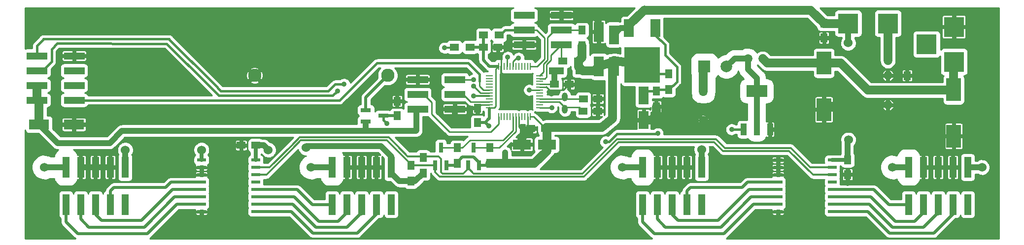
<source format=gtl>
G04 #@! TF.GenerationSoftware,KiCad,Pcbnew,no-vcs-found-7406~56~ubuntu16.10.1*
G04 #@! TF.CreationDate,2016-12-22T13:28:21+01:00*
G04 #@! TF.ProjectId,nixie-clock,6E697869652D636C6F636B2E6B696361,rev?*
G04 #@! TF.FileFunction,Copper,L1,Top,Signal*
G04 #@! TF.FilePolarity,Positive*
%FSLAX46Y46*%
G04 Gerber Fmt 4.6, Leading zero omitted, Abs format (unit mm)*
G04 Created by KiCad (PCBNEW no-vcs-found-7406~56~ubuntu16.10.1) date Thu Dec 22 13:28:21 2016*
%MOMM*%
%LPD*%
G01*
G04 APERTURE LIST*
%ADD10C,0.100000*%
%ADD11R,3.657600X2.032000*%
%ADD12R,1.016000X2.032000*%
%ADD13C,2.286000*%
%ADD14R,1.250000X1.500000*%
%ADD15R,1.500000X1.250000*%
%ADD16R,3.149600X1.800860*%
%ADD17R,3.500120X1.800860*%
%ADD18R,2.500000X4.000000*%
%ADD19R,1.800860X3.149600*%
%ADD20R,1.800860X3.500120*%
%ADD21R,1.800860X0.800100*%
%ADD22R,1.699260X3.299460*%
%ADD23R,2.598420X1.198880*%
%ADD24R,2.600960X1.198880*%
%ADD25R,3.600000X1.270000*%
%ADD26R,3.500120X3.500120*%
%ADD27R,1.270000X3.600000*%
%ADD28R,0.800100X1.800860*%
%ADD29R,1.300000X1.500000*%
%ADD30R,1.500000X1.300000*%
%ADD31R,1.300000X0.250000*%
%ADD32R,0.250000X1.300000*%
%ADD33R,1.651000X3.048000*%
%ADD34R,6.096000X6.096000*%
%ADD35R,1.500000X0.600000*%
%ADD36O,1.000760X1.501140*%
%ADD37R,3.500000X3.500000*%
%ADD38O,1.524000X1.524000*%
%ADD39R,1.300000X1.300000*%
%ADD40C,1.300000*%
%ADD41C,1.998980*%
%ADD42R,1.998980X1.998980*%
%ADD43C,1.501140*%
%ADD44C,0.889000*%
%ADD45C,1.524000*%
%ADD46C,0.304800*%
%ADD47C,0.254000*%
%ADD48C,0.508000*%
%ADD49C,1.016000*%
%ADD50C,1.524000*%
%ADD51C,0.381000*%
%ADD52C,0.635000*%
G04 APERTURE END LIST*
D10*
D11*
X185991500Y-127190500D03*
D12*
X185991500Y-133794500D03*
X188277500Y-133794500D03*
X183705500Y-133794500D03*
D13*
X99720400Y-124510800D03*
X122580400Y-124510800D03*
D14*
X124206000Y-131425000D03*
X124206000Y-128925000D03*
D15*
X156204600Y-128524000D03*
X158704600Y-128524000D03*
X156179200Y-130632200D03*
X158679200Y-130632200D03*
D14*
X138023600Y-130118800D03*
X138023600Y-132618800D03*
D15*
X147187600Y-133629400D03*
X149687600Y-133629400D03*
X141534200Y-119608600D03*
X139034200Y-119608600D03*
D16*
X145676620Y-136398000D03*
X149928580Y-136398000D03*
D15*
X153751600Y-126034800D03*
X151251600Y-126034800D03*
D17*
X68684140Y-132943600D03*
X62684660Y-132943600D03*
D18*
X219837000Y-126962400D03*
X219837000Y-134962400D03*
X197535800Y-122390400D03*
X197535800Y-130390400D03*
D14*
X211836000Y-127030800D03*
X211836000Y-124530800D03*
X197561200Y-115539200D03*
X197561200Y-118039200D03*
D19*
X166573200Y-132173980D03*
X166573200Y-127922020D03*
D20*
X158851600Y-116989860D03*
X158851600Y-122989340D03*
D14*
X201599800Y-139059600D03*
X201599800Y-141559600D03*
D15*
X99903600Y-136525000D03*
X97403600Y-136525000D03*
D21*
X118844060Y-130495000D03*
X118844060Y-132395000D03*
X121846340Y-131445000D03*
D22*
X161442400Y-117492780D03*
X161442400Y-122994420D03*
D23*
X156149040Y-123748800D03*
D24*
X151546560Y-123748800D03*
D25*
X62332000Y-121132600D03*
X62332000Y-123672600D03*
X62332000Y-126212600D03*
X62332000Y-128752600D03*
X68732000Y-128752600D03*
X68732000Y-126212600D03*
X68732000Y-123672600D03*
X68732000Y-121132600D03*
X134137000Y-130302000D03*
X134137000Y-127762000D03*
X134137000Y-125222000D03*
X127737000Y-125222000D03*
X127737000Y-127762000D03*
X127737000Y-130302000D03*
D26*
X219887800Y-122151140D03*
X219887800Y-116151660D03*
X215188800Y-119151400D03*
D27*
X166370000Y-146710000D03*
X168910000Y-146710000D03*
X171450000Y-146710000D03*
X173990000Y-146710000D03*
X173990000Y-140310000D03*
X171450000Y-140310000D03*
X168910000Y-140310000D03*
X166370000Y-140310000D03*
X176530000Y-146710000D03*
X176530000Y-140310000D03*
X212090000Y-146710000D03*
X214630000Y-146710000D03*
X217170000Y-146710000D03*
X219710000Y-146710000D03*
X219710000Y-140310000D03*
X217170000Y-140310000D03*
X214630000Y-140310000D03*
X212090000Y-140310000D03*
X222250000Y-146710000D03*
X222250000Y-140310000D03*
X67310000Y-146710000D03*
X69850000Y-146710000D03*
X72390000Y-146710000D03*
X74930000Y-146710000D03*
X74930000Y-140310000D03*
X72390000Y-140310000D03*
X69850000Y-140310000D03*
X67310000Y-140310000D03*
X77470000Y-146710000D03*
X77470000Y-140310000D03*
X113030000Y-146710000D03*
X115570000Y-146710000D03*
X118110000Y-146710000D03*
X120650000Y-146710000D03*
X120650000Y-140310000D03*
X118110000Y-140310000D03*
X115570000Y-140310000D03*
X113030000Y-140310000D03*
X123190000Y-146710000D03*
X123190000Y-140310000D03*
D28*
X130774400Y-139931140D03*
X132674400Y-139931140D03*
X131724400Y-136928860D03*
X136413200Y-139956540D03*
X138313200Y-139956540D03*
X137363200Y-136954260D03*
D29*
X128676400Y-141304000D03*
X128676400Y-138604000D03*
X126568200Y-142701000D03*
X126568200Y-140001000D03*
X134543800Y-139627600D03*
X134543800Y-136927600D03*
X140157200Y-139653000D03*
X140157200Y-136953000D03*
D30*
X134032000Y-119634000D03*
X136732000Y-119634000D03*
D29*
X155956000Y-119383800D03*
X155956000Y-116683800D03*
D30*
X155401000Y-122021600D03*
X152701000Y-122021600D03*
X139035800Y-117525800D03*
X141735800Y-117525800D03*
D29*
X168732200Y-127174000D03*
X168732200Y-129874000D03*
X170865800Y-124253000D03*
X170865800Y-126953000D03*
D25*
X152425000Y-119227600D03*
X152425000Y-116687600D03*
X152425000Y-114147600D03*
X146025000Y-114147600D03*
X146025000Y-116687600D03*
X146025000Y-119227600D03*
D31*
X148723600Y-130029400D03*
X148723600Y-129529400D03*
X148723600Y-129029400D03*
X148723600Y-128529400D03*
X148723600Y-128029400D03*
X148723600Y-127529400D03*
X148723600Y-127029400D03*
X148723600Y-126529400D03*
X148723600Y-126029400D03*
X148723600Y-125529400D03*
X148723600Y-125029400D03*
X148723600Y-124529400D03*
D32*
X147123600Y-122929400D03*
X146623600Y-122929400D03*
X146123600Y-122929400D03*
X145623600Y-122929400D03*
X145123600Y-122929400D03*
X144623600Y-122929400D03*
X144123600Y-122929400D03*
X143623600Y-122929400D03*
X143123600Y-122929400D03*
X142623600Y-122929400D03*
X142123600Y-122929400D03*
X141623600Y-122929400D03*
D31*
X140023600Y-124529400D03*
X140023600Y-125029400D03*
X140023600Y-125529400D03*
X140023600Y-126029400D03*
X140023600Y-126529400D03*
X140023600Y-127029400D03*
X140023600Y-127529400D03*
X140023600Y-128029400D03*
X140023600Y-128529400D03*
X140023600Y-129029400D03*
X140023600Y-129529400D03*
X140023600Y-130029400D03*
D32*
X141623600Y-131629400D03*
X142123600Y-131629400D03*
X142623600Y-131629400D03*
X143123600Y-131629400D03*
X143623600Y-131629400D03*
X144123600Y-131629400D03*
X144623600Y-131629400D03*
X145123600Y-131629400D03*
X145623600Y-131629400D03*
X146123600Y-131629400D03*
X146623600Y-131629400D03*
X147123600Y-131629400D03*
D33*
X168579800Y-116382800D03*
D34*
X166293800Y-122732800D03*
D33*
X164007800Y-116382800D03*
D35*
X189660000Y-139065000D03*
X189660000Y-140335000D03*
X189660000Y-141605000D03*
X189660000Y-142875000D03*
X189660000Y-144145000D03*
X189660000Y-145415000D03*
X189660000Y-146685000D03*
X189660000Y-147955000D03*
X198960000Y-147955000D03*
X198960000Y-146685000D03*
X198960000Y-145415000D03*
X198960000Y-144145000D03*
X198960000Y-142875000D03*
X198960000Y-141605000D03*
X198960000Y-140335000D03*
X198960000Y-139065000D03*
X90600000Y-139065000D03*
X90600000Y-140335000D03*
X90600000Y-141605000D03*
X90600000Y-142875000D03*
X90600000Y-144145000D03*
X90600000Y-145415000D03*
X90600000Y-146685000D03*
X90600000Y-147955000D03*
X99900000Y-147955000D03*
X99900000Y-146685000D03*
X99900000Y-145415000D03*
X99900000Y-144145000D03*
X99900000Y-142875000D03*
X99900000Y-141605000D03*
X99900000Y-140335000D03*
X99900000Y-139065000D03*
D36*
X153035000Y-130309620D03*
X153035000Y-128211580D03*
D37*
X208534000Y-115544600D03*
X201726800Y-115544600D03*
D38*
X208534000Y-129590800D03*
X208534000Y-127050800D03*
X208534000Y-124510800D03*
X208534000Y-121970800D03*
D39*
X176834800Y-127254000D03*
D40*
X176834800Y-132254000D03*
D41*
X180822600Y-122986800D03*
D42*
X177012600Y-122986800D03*
D43*
X184467500Y-121602500D03*
X187007500Y-121602500D03*
D44*
X127825500Y-136207500D03*
X146177000Y-134442200D03*
X170040300Y-132181600D03*
X195275200Y-118059200D03*
X206451200Y-124510800D03*
X208534000Y-132588000D03*
X217195400Y-143357600D03*
X171450000Y-143535400D03*
X118110000Y-143459200D03*
X72415400Y-143357600D03*
X71780400Y-132943600D03*
X158851600Y-120116600D03*
X135178800Y-132562600D03*
X150698200Y-127711200D03*
X142265400Y-124688600D03*
X201599800Y-143078200D03*
X150774400Y-130022600D03*
X122428000Y-132740400D03*
X132334000Y-119761000D03*
X146913600Y-127025400D03*
X137337800Y-125247400D03*
D45*
X176530000Y-137261600D03*
X224688400Y-140309600D03*
X201739500Y-135572500D03*
X90601800Y-137312400D03*
X166700200Y-113233200D03*
X108559600Y-136931400D03*
X77495400Y-137312400D03*
X201726800Y-118922800D03*
X102082600Y-137312400D03*
D44*
X137312400Y-126339600D03*
X115112800Y-125984000D03*
X113969800Y-127152400D03*
X137312400Y-128066800D03*
X127508000Y-133985000D03*
X139954000Y-133223000D03*
X142773400Y-137769598D03*
D45*
X209346800Y-140309600D03*
X63576200Y-140309600D03*
X109423200Y-140309600D03*
X162890200Y-140309600D03*
D44*
X160020000Y-135890000D03*
X168973500Y-134493000D03*
X143230600Y-121361200D03*
X181673500Y-133794500D03*
X145084800Y-121513600D03*
D46*
X127825500Y-136207500D02*
X129032000Y-136207500D01*
D47*
X145123600Y-131629400D02*
X145123600Y-133388800D01*
X146276928Y-134542128D02*
X146177000Y-134442200D01*
X146276928Y-134542128D02*
X146276928Y-134542541D01*
X145123600Y-133388800D02*
X146177000Y-134442200D01*
D48*
X166573200Y-132173980D02*
X170032680Y-132173980D01*
X170032680Y-132173980D02*
X170040300Y-132181600D01*
X197561200Y-118039200D02*
X195295200Y-118039200D01*
X195295200Y-118039200D02*
X195275200Y-118059200D01*
X208534000Y-129590800D02*
X208534000Y-132588000D01*
X217170000Y-140310000D02*
X217170000Y-143332200D01*
X217170000Y-143332200D02*
X217195400Y-143357600D01*
X171450000Y-140310000D02*
X171450000Y-143535400D01*
X118110000Y-140310000D02*
X118110000Y-143459200D01*
X72390000Y-140310000D02*
X72390000Y-143332200D01*
X72390000Y-143332200D02*
X72415400Y-143357600D01*
X68684140Y-132943600D02*
X71780400Y-132943600D01*
X158851600Y-116989860D02*
X158851600Y-120116600D01*
D49*
X134137000Y-130302000D02*
X134137000Y-131520800D01*
X134137000Y-131520800D02*
X135178800Y-132562600D01*
D46*
X150698200Y-127711200D02*
X150698200Y-127381000D01*
X150698200Y-127381000D02*
X149846600Y-126529400D01*
X149846600Y-126529400D02*
X149846600Y-126512002D01*
X149846600Y-126512002D02*
X149846600Y-126529400D01*
X142123600Y-122929400D02*
X142123600Y-124546800D01*
X142123600Y-124546800D02*
X142265400Y-124688600D01*
D49*
X208534000Y-129590800D02*
X198335400Y-129590800D01*
X198335400Y-129590800D02*
X197535800Y-130390400D01*
X72390000Y-140310000D02*
X74930000Y-140310000D01*
X69850000Y-140310000D02*
X72390000Y-140310000D01*
X152425000Y-114147600D02*
X157734000Y-114147600D01*
X157734000Y-114147600D02*
X158851600Y-115265200D01*
X158851600Y-115265200D02*
X158851600Y-116989860D01*
D50*
X145676620Y-136398000D02*
X145676620Y-135140380D01*
X145676620Y-135140380D02*
X146276928Y-134542541D01*
X146276928Y-134542541D02*
X146989800Y-133832600D01*
X168732200Y-129874000D02*
X168732200Y-131368800D01*
X167927020Y-132173980D02*
X166573200Y-132173980D01*
X168732200Y-131368800D02*
X167927020Y-132173980D01*
X176834800Y-132254000D02*
X178362600Y-133781800D01*
D48*
X201599800Y-141559600D02*
X201599800Y-143078200D01*
D47*
X148723600Y-126529400D02*
X149846600Y-126529400D01*
X149846600Y-126529400D02*
X149846600Y-126529400D01*
X152761000Y-127025400D02*
X153751600Y-126034800D01*
X150342600Y-127025400D02*
X152761000Y-127025400D01*
X149846600Y-126529400D02*
X150342600Y-127025400D01*
X140023600Y-129529400D02*
X138613000Y-129529400D01*
X138613000Y-129529400D02*
X138023600Y-130118800D01*
X142123600Y-122929400D02*
X142123600Y-121518800D01*
X142123600Y-121518800D02*
X141534200Y-120929400D01*
X146623600Y-131629400D02*
X146623600Y-133065400D01*
X146623600Y-133065400D02*
X146989800Y-133832600D01*
D48*
X122580400Y-124510800D02*
X118844060Y-128247140D01*
X118844060Y-128247140D02*
X118844060Y-130495000D01*
D47*
X148730400Y-130022600D02*
X150774400Y-130022600D01*
D51*
X121846340Y-132158740D02*
X121846340Y-131445000D01*
X122428000Y-132740400D02*
X121846340Y-132158740D01*
D48*
X121846340Y-131445000D02*
X121866340Y-131425000D01*
X121866340Y-131425000D02*
X124206000Y-131425000D01*
D47*
X148730400Y-130022600D02*
X148723600Y-130029400D01*
D51*
X124206000Y-131425000D02*
X124206000Y-131673600D01*
D48*
X124056140Y-131574860D02*
X124206000Y-131425000D01*
D47*
X153035000Y-128511300D02*
X156191900Y-128511300D01*
X156191900Y-128511300D02*
X156204600Y-128524000D01*
X148723600Y-128529400D02*
X153016900Y-128529400D01*
X153016900Y-128529400D02*
X153035000Y-128511300D01*
X153035000Y-130009900D02*
X155556900Y-130009900D01*
X155556900Y-130009900D02*
X156179200Y-130632200D01*
X148723600Y-129029400D02*
X152054500Y-129029400D01*
X152054500Y-129029400D02*
X153035000Y-130009900D01*
D46*
X132334000Y-119761000D02*
X133905000Y-119761000D01*
X133905000Y-119761000D02*
X134032000Y-119634000D01*
X132334000Y-119761000D02*
X132384800Y-119811800D01*
D51*
X134133600Y-125218600D02*
X134137000Y-125222000D01*
D47*
X146913600Y-127025400D02*
X146917600Y-127029400D01*
X146917600Y-127029400D02*
X148723600Y-127029400D01*
X137312400Y-125222000D02*
X137337800Y-125247400D01*
X137210800Y-125222000D02*
X134137000Y-125222000D01*
X137210800Y-125222000D02*
X137312400Y-125222000D01*
D49*
X176530000Y-137261600D02*
X176530000Y-140310000D01*
X201739500Y-135572500D02*
X201599800Y-135712200D01*
X201599800Y-135712200D02*
X201599800Y-139059600D01*
X224688000Y-140310000D02*
X222250000Y-140310000D01*
X224688400Y-140309600D02*
X224688000Y-140310000D01*
X201739500Y-135572500D02*
X201637900Y-135674100D01*
D52*
X90600000Y-139065000D02*
X90600000Y-137314200D01*
X90600000Y-137314200D02*
X90601800Y-137312400D01*
D49*
X166700200Y-113233200D02*
X166674800Y-113258600D01*
X166624000Y-113258600D02*
X166674800Y-113258600D01*
X123190000Y-138430000D02*
X123190000Y-140310000D01*
X121412004Y-136652004D02*
X123190000Y-138430000D01*
X108838996Y-136652004D02*
X121412004Y-136652004D01*
X108559600Y-136931400D02*
X108838996Y-136652004D01*
X77470000Y-137337800D02*
X77470000Y-140310000D01*
X77495400Y-137312400D02*
X77470000Y-137337800D01*
X201726800Y-115544600D02*
X201726800Y-118922800D01*
X99903600Y-136525000D02*
X101295200Y-136525000D01*
X101295200Y-136525000D02*
X102082600Y-137312400D01*
D50*
X164007800Y-116382800D02*
X164007800Y-115874800D01*
X164007800Y-115874800D02*
X166624000Y-113258600D01*
X195280600Y-113258600D02*
X197561200Y-115539200D01*
X166624000Y-113258600D02*
X195280600Y-113258600D01*
D49*
X161442400Y-117492780D02*
X162552380Y-116382800D01*
X162552380Y-116382800D02*
X164007800Y-116382800D01*
D50*
X201726800Y-115544600D02*
X197566600Y-115544600D01*
X197566600Y-115544600D02*
X197561200Y-115539200D01*
D52*
X198960000Y-139065000D02*
X201594400Y-139065000D01*
X201594400Y-139065000D02*
X201599800Y-139059600D01*
X99900000Y-139065000D02*
X99900000Y-136528600D01*
X99900000Y-136528600D02*
X99903600Y-136525000D01*
D49*
X126568200Y-142701000D02*
X127279400Y-142701000D01*
X127279400Y-142701000D02*
X128676400Y-141304000D01*
X123190000Y-140310000D02*
X123190000Y-141300200D01*
X123190000Y-141300200D02*
X124590800Y-142701000D01*
X124590800Y-142701000D02*
X126568200Y-142701000D01*
X151546560Y-123748800D02*
X151251600Y-124043760D01*
X151251600Y-124043760D02*
X151251600Y-126034800D01*
D47*
X148723600Y-126029400D02*
X151246200Y-126029400D01*
X151246200Y-126029400D02*
X151251600Y-126034800D01*
D50*
X197535800Y-122390400D02*
X187795400Y-122390400D01*
X187795400Y-122390400D02*
X187007500Y-121602500D01*
X219837000Y-126962400D02*
X219837000Y-122201940D01*
X219837000Y-122201940D02*
X219887800Y-122151140D01*
X211836000Y-127030800D02*
X219768600Y-127030800D01*
X219768600Y-127030800D02*
X219837000Y-126962400D01*
X208534000Y-127050800D02*
X211816000Y-127050800D01*
X211816000Y-127050800D02*
X211836000Y-127030800D01*
X197535800Y-122390400D02*
X200419200Y-122390400D01*
X205079600Y-127050800D02*
X208534000Y-127050800D01*
X200419200Y-122390400D02*
X205079600Y-127050800D01*
D49*
X208554000Y-127030800D02*
X208534000Y-127050800D01*
X211904400Y-126962400D02*
X211836000Y-127030800D01*
X219887800Y-126911600D02*
X219875600Y-126923800D01*
D51*
X168732200Y-127174000D02*
X167321220Y-127174000D01*
X167321220Y-127174000D02*
X166573200Y-127922020D01*
X170865800Y-126953000D02*
X168953200Y-126953000D01*
X168953200Y-126953000D02*
X168732200Y-127174000D01*
X168579800Y-116382800D02*
X168579800Y-117589300D01*
X168579800Y-117589300D02*
X170243500Y-119253000D01*
X170243500Y-119253000D02*
X170243500Y-121031000D01*
X170243500Y-121031000D02*
X172275500Y-123063000D01*
X172275500Y-123063000D02*
X172275500Y-125543300D01*
X172275500Y-125543300D02*
X170865800Y-126953000D01*
X166573200Y-127922020D02*
X167321220Y-127174000D01*
X170644800Y-127174000D02*
X170865800Y-126953000D01*
X170865800Y-126953000D02*
X171154100Y-126953000D01*
D49*
X184467500Y-121602500D02*
X184467500Y-123444000D01*
X185991500Y-124968000D02*
X185991500Y-127190500D01*
X184467500Y-123444000D02*
X185991500Y-124968000D01*
X180822600Y-122986800D02*
X182206900Y-121602500D01*
X182206900Y-121602500D02*
X184467500Y-121602500D01*
X185991500Y-133794500D02*
X185991500Y-127190500D01*
D51*
X113563400Y-126009400D02*
X113588800Y-125984000D01*
D47*
X137312400Y-126339600D02*
X138502200Y-127529400D01*
X140023600Y-127529400D02*
X138502200Y-127529400D01*
D51*
X93929200Y-127177800D02*
X112395000Y-127177800D01*
X112395000Y-127177800D02*
X113563400Y-126009400D01*
X63347600Y-118338600D02*
X63449200Y-118237000D01*
X62332000Y-119354200D02*
X62332000Y-121132600D01*
X63347600Y-118338600D02*
X62332000Y-119354200D01*
X85013800Y-118262400D02*
X92786200Y-126034800D01*
X85013800Y-118237000D02*
X85013800Y-118262400D01*
X63449200Y-118237000D02*
X85013800Y-118237000D01*
X92786200Y-126034800D02*
X93929200Y-127177800D01*
X113588800Y-125984000D02*
X115112800Y-125984000D01*
X93573600Y-127965200D02*
X113157000Y-127965200D01*
X113157000Y-127965200D02*
X113969800Y-127152400D01*
X65800587Y-119012893D02*
X64846200Y-119967280D01*
X64846200Y-119967280D02*
X64846200Y-120015000D01*
X64846200Y-122097800D02*
X64846200Y-120015000D01*
X65800587Y-119012893D02*
X84632800Y-119024400D01*
X63271400Y-123672600D02*
X64846200Y-122097800D01*
X84632800Y-119024400D02*
X91871800Y-126263400D01*
X91871800Y-126263400D02*
X93573600Y-127965200D01*
D46*
X137349800Y-128029400D02*
X140023600Y-128029400D01*
X137312400Y-128066800D02*
X137349800Y-128029400D01*
D51*
X62332000Y-123672600D02*
X63271400Y-123672600D01*
X92583000Y-128752600D02*
X114350800Y-128752600D01*
X138379200Y-124663200D02*
X138379200Y-124333000D01*
X138379200Y-124663200D02*
X138379200Y-125450600D01*
X138379200Y-124333000D02*
X136423400Y-122377200D01*
X120726200Y-122377200D02*
X136423400Y-122377200D01*
X114350800Y-128752600D02*
X120726200Y-122377200D01*
X92760800Y-128752600D02*
X92583000Y-128752600D01*
X92583000Y-128752600D02*
X68732000Y-128752600D01*
D47*
X140023600Y-127029400D02*
X139094400Y-127029400D01*
X139094400Y-127029400D02*
X139065000Y-127000000D01*
X138379200Y-126314200D02*
X138379200Y-125450600D01*
X138379200Y-126314200D02*
X139065000Y-127000000D01*
D51*
X138379200Y-125450600D02*
X138379200Y-125476000D01*
D47*
X134137000Y-127762000D02*
X135610600Y-127762000D01*
X135610600Y-127762000D02*
X136878000Y-129029400D01*
X136878000Y-129029400D02*
X140023600Y-129029400D01*
X134366000Y-134213600D02*
X133197600Y-134213600D01*
X130175000Y-129159000D02*
X128778000Y-127762000D01*
X130175000Y-131191000D02*
X130175000Y-129159000D01*
X133197600Y-134213600D02*
X130175000Y-131191000D01*
X128778000Y-127762000D02*
X127737000Y-127762000D01*
X128879600Y-127762000D02*
X127737000Y-127762000D01*
X127737000Y-127762000D02*
X128828800Y-127762000D01*
X141623600Y-132874200D02*
X141623600Y-131629400D01*
X140284200Y-134213600D02*
X141623600Y-132874200D01*
X134340600Y-134213600D02*
X134366000Y-134213600D01*
X134366000Y-134213600D02*
X140284200Y-134213600D01*
D48*
X184404000Y-142875000D02*
X183515000Y-143764000D01*
X183515000Y-143764000D02*
X174625000Y-143764000D01*
X174625000Y-143764000D02*
X173990000Y-144399000D01*
X173990000Y-144399000D02*
X173990000Y-146710000D01*
X189660000Y-142875000D02*
X184404000Y-142875000D01*
X185039000Y-145415000D02*
X179832000Y-150622000D01*
X179832000Y-150622000D02*
X170307000Y-150622000D01*
X170307000Y-150622000D02*
X168910000Y-149225000D01*
X168910000Y-149225000D02*
X168910000Y-146710000D01*
X189660000Y-145415000D02*
X185039000Y-145415000D01*
X185420000Y-146685000D02*
X180340000Y-151765000D01*
X180340000Y-151765000D02*
X168402000Y-151765000D01*
X168402000Y-151765000D02*
X166370000Y-149733000D01*
X166370000Y-149733000D02*
X166370000Y-146710000D01*
X189660000Y-146685000D02*
X185420000Y-146685000D01*
X171450000Y-148463000D02*
X171450000Y-146710000D01*
X172466000Y-149479000D02*
X171450000Y-148463000D01*
X189660000Y-144145000D02*
X184658000Y-144145000D01*
X179324000Y-149479000D02*
X173482000Y-149479000D01*
X184658000Y-144145000D02*
X179324000Y-149479000D01*
X173482000Y-149479000D02*
X172466000Y-149479000D01*
X219710000Y-147828000D02*
X219710000Y-146710000D01*
X219710000Y-148336000D02*
X219710000Y-146710000D01*
X216408000Y-151638000D02*
X219710000Y-148336000D01*
X198960000Y-147955000D02*
X205105000Y-147955000D01*
X205105000Y-147955000D02*
X208788000Y-151638000D01*
X208788000Y-151638000D02*
X216408000Y-151638000D01*
X214630000Y-148082000D02*
X214630000Y-146710000D01*
X213106000Y-149606000D02*
X214630000Y-148082000D01*
X198960000Y-145415000D02*
X205613000Y-145415000D01*
X205613000Y-145415000D02*
X209804000Y-149606000D01*
X209804000Y-149606000D02*
X213106000Y-149606000D01*
X206121000Y-144145000D02*
X208686000Y-146710000D01*
X208686000Y-146710000D02*
X212090000Y-146710000D01*
X198960000Y-144145000D02*
X206121000Y-144145000D01*
X217170000Y-148336000D02*
X217170000Y-146710000D01*
X217170000Y-148082000D02*
X217170000Y-146710000D01*
X214630000Y-150622000D02*
X217170000Y-148082000D01*
X198960000Y-146685000D02*
X205359000Y-146685000D01*
X205359000Y-146685000D02*
X209296000Y-150622000D01*
X209296000Y-150622000D02*
X214630000Y-150622000D01*
X90600000Y-142875000D02*
X85344000Y-142875000D01*
X74930000Y-144399000D02*
X74930000Y-146710000D01*
X75565000Y-143764000D02*
X74930000Y-144399000D01*
X84455000Y-143764000D02*
X75565000Y-143764000D01*
X85344000Y-142875000D02*
X84455000Y-143764000D01*
X90600000Y-145415000D02*
X85979000Y-145415000D01*
X69850000Y-149225000D02*
X69850000Y-146710000D01*
X71247000Y-150622000D02*
X69850000Y-149225000D01*
X80772000Y-150622000D02*
X71247000Y-150622000D01*
X85979000Y-145415000D02*
X80772000Y-150622000D01*
X90600000Y-146685000D02*
X86360000Y-146685000D01*
X67310000Y-149733000D02*
X67310000Y-146710000D01*
X69342000Y-151765000D02*
X67310000Y-149733000D01*
X81280000Y-151765000D02*
X69342000Y-151765000D01*
X86360000Y-146685000D02*
X81280000Y-151765000D01*
X74422000Y-149479000D02*
X73406000Y-149479000D01*
X85598000Y-144145000D02*
X80264000Y-149479000D01*
X80264000Y-149479000D02*
X74422000Y-149479000D01*
X90600000Y-144145000D02*
X85598000Y-144145000D01*
X73406000Y-149479000D02*
X72390000Y-148463000D01*
X72390000Y-148463000D02*
X72390000Y-146710000D01*
X109728000Y-151638000D02*
X117348000Y-151638000D01*
X106045000Y-147955000D02*
X109728000Y-151638000D01*
X99900000Y-147955000D02*
X106045000Y-147955000D01*
X117348000Y-151638000D02*
X120650000Y-148336000D01*
X120650000Y-148336000D02*
X120650000Y-146710000D01*
X120650000Y-147828000D02*
X120650000Y-146710000D01*
X110744000Y-149606000D02*
X114046000Y-149606000D01*
X106553000Y-145415000D02*
X110744000Y-149606000D01*
X99900000Y-145415000D02*
X106553000Y-145415000D01*
X114046000Y-149606000D02*
X115570000Y-148082000D01*
X115570000Y-148082000D02*
X115570000Y-146710000D01*
X99900000Y-144145000D02*
X107061000Y-144145000D01*
X109626000Y-146710000D02*
X113030000Y-146710000D01*
X107061000Y-144145000D02*
X109626000Y-146710000D01*
X110236000Y-150622000D02*
X115570000Y-150622000D01*
X106299000Y-146685000D02*
X110236000Y-150622000D01*
X99900000Y-146685000D02*
X106299000Y-146685000D01*
X115570000Y-150622000D02*
X118110000Y-148082000D01*
X118110000Y-148082000D02*
X118110000Y-146710000D01*
X118110000Y-148336000D02*
X118110000Y-146710000D01*
D47*
X134543800Y-136927600D02*
X135436600Y-136927600D01*
X144123600Y-133969418D02*
X144123600Y-131629400D01*
X142457018Y-135636000D02*
X144123600Y-133969418D01*
X136728200Y-135636000D02*
X142457018Y-135636000D01*
X135436600Y-136927600D02*
X136728200Y-135636000D01*
X134543800Y-136927600D02*
X131725660Y-136927600D01*
X131725660Y-136927600D02*
X131724400Y-136928860D01*
D46*
X134542540Y-136928860D02*
X134543800Y-136927600D01*
D47*
X140157200Y-136953000D02*
X137364460Y-136953000D01*
X137364460Y-136953000D02*
X137363200Y-136954260D01*
X144623600Y-131629400D02*
X144623600Y-134116000D01*
X141786600Y-136953000D02*
X140157200Y-136953000D01*
X144623600Y-134116000D02*
X141786600Y-136953000D01*
D46*
X140155940Y-136954260D02*
X140157200Y-136953000D01*
D47*
X150037800Y-118948200D02*
X150037800Y-117932200D01*
X148723600Y-124529400D02*
X149352000Y-123901000D01*
X149352000Y-122504200D02*
X149352000Y-123901000D01*
X150037800Y-121818400D02*
X149352000Y-122504200D01*
X150037800Y-118948200D02*
X150037800Y-121818400D01*
X150037800Y-117932200D02*
X151282400Y-116687600D01*
X151282400Y-116687600D02*
X152425000Y-116687600D01*
X152425000Y-116687600D02*
X155952200Y-116687600D01*
X155952200Y-116687600D02*
X155956000Y-116683800D01*
X152425000Y-119227600D02*
X152425000Y-121745600D01*
X152425000Y-121745600D02*
X152701000Y-122021600D01*
X149910800Y-122605800D02*
X150647400Y-121869200D01*
X149910800Y-122605800D02*
X149910800Y-124764800D01*
X149910800Y-124764800D02*
X149646200Y-125029400D01*
X148723600Y-125029400D02*
X149646200Y-125029400D01*
X150647400Y-121005200D02*
X152425000Y-119227600D01*
X150647400Y-121869200D02*
X150647400Y-121005200D01*
D51*
X141735800Y-117525800D02*
X141897100Y-117525800D01*
X141897100Y-117525800D02*
X142735300Y-116687600D01*
X142735300Y-116687600D02*
X146025000Y-116687600D01*
D47*
X149529800Y-118821200D02*
X149529800Y-118033800D01*
X149529800Y-118821200D02*
X149529800Y-121666000D01*
X149529800Y-121666000D02*
X148266400Y-122929400D01*
X147123600Y-122929400D02*
X148266400Y-122929400D01*
X148183600Y-116687600D02*
X146025000Y-116687600D01*
X149529800Y-118033800D02*
X148183600Y-116687600D01*
D50*
X208534000Y-121970800D02*
X208534000Y-115544600D01*
X159385000Y-133413500D02*
X161226500Y-131902200D01*
X159118300Y-133413500D02*
X159385000Y-133413500D01*
X161226500Y-122232420D02*
X161226500Y-131635500D01*
X161226500Y-131902200D02*
X161226500Y-131635500D01*
X159118300Y-133413500D02*
X149903500Y-133413500D01*
X149903500Y-133413500D02*
X149687600Y-133629400D01*
D51*
X170865800Y-124253000D02*
X167814000Y-124253000D01*
X167814000Y-124253000D02*
X166293800Y-122732800D01*
D49*
X127508000Y-133985000D02*
X127508000Y-130531000D01*
X127508000Y-130531000D02*
X127737000Y-130302000D01*
X127508000Y-133985000D02*
X127457200Y-134035800D01*
D48*
X139921300Y-132047300D02*
X140017500Y-131951100D01*
X140017500Y-131951100D02*
X140017500Y-130175000D01*
X139954000Y-133223000D02*
X139349800Y-132618800D01*
X139349800Y-132618800D02*
X139921300Y-132047300D01*
X139921300Y-132047300D02*
X139954000Y-132014600D01*
X139349800Y-132618800D02*
X138023600Y-132618800D01*
D49*
X142773400Y-137769598D02*
X142773400Y-139653000D01*
D48*
X139034200Y-119608600D02*
X139034200Y-121889200D01*
X140081000Y-122936000D02*
X141478000Y-122936000D01*
X139034200Y-121889200D02*
X140081000Y-122936000D01*
X139035800Y-117525800D02*
X139035800Y-119607000D01*
X139035800Y-119607000D02*
X139008800Y-119634000D01*
X139008800Y-119634000D02*
X136732000Y-119634000D01*
D49*
X127737000Y-130302000D02*
X128092200Y-130302000D01*
D47*
X141623600Y-122929400D02*
X141173200Y-123379800D01*
X140937800Y-130029400D02*
X140023600Y-130029400D01*
X141173200Y-129794000D02*
X140937800Y-130029400D01*
X141173200Y-123379800D02*
X141173200Y-129794000D01*
D49*
X118846600Y-132740400D02*
X118844060Y-134035800D01*
X118795800Y-133858000D02*
X118795800Y-134035800D01*
X118795800Y-133987540D02*
X118795800Y-133858000D01*
X118844060Y-134035800D02*
X118795800Y-133987540D01*
X124206000Y-134035800D02*
X127457200Y-134035800D01*
X118795800Y-134035800D02*
X124206000Y-134035800D01*
X116103400Y-134035800D02*
X118795800Y-134035800D01*
X62684660Y-132943600D02*
X65885060Y-136144000D01*
X74828400Y-136144000D02*
X65885060Y-136144000D01*
X76936600Y-134035800D02*
X74828400Y-136144000D01*
X101066600Y-134035800D02*
X76936600Y-134035800D01*
X101066600Y-134035800D02*
X116103400Y-134035800D01*
X142773400Y-139653000D02*
X142773400Y-139598400D01*
X142773400Y-139598400D02*
X142773400Y-139653000D01*
D50*
X140157200Y-139653000D02*
X142773400Y-139653000D01*
X142773400Y-139653000D02*
X147773400Y-139653000D01*
X149928580Y-137497820D02*
X149928580Y-136398000D01*
X147773400Y-139653000D02*
X149928580Y-137497820D01*
X158851600Y-122989340D02*
X158092140Y-123748800D01*
X158092140Y-123748800D02*
X156149040Y-123748800D01*
X166293800Y-122732800D02*
X161488120Y-121970800D01*
X161488120Y-121970800D02*
X161231580Y-122227340D01*
X161231580Y-122227340D02*
X158851600Y-122989340D01*
X62331600Y-126466600D02*
X62332000Y-128752600D01*
X62332000Y-128752600D02*
X62684660Y-129105260D01*
X62684660Y-129105260D02*
X62684660Y-132943600D01*
X149928580Y-136398000D02*
X149928580Y-133870380D01*
X155401000Y-122021600D02*
X155401000Y-123000760D01*
X155401000Y-123000760D02*
X156149040Y-123748800D01*
X155956000Y-119383800D02*
X155956000Y-121466600D01*
X155956000Y-121466600D02*
X155401000Y-122021600D01*
D49*
X161226500Y-122232420D02*
X161221420Y-122227340D01*
X161226500Y-122232420D02*
X161488120Y-121970800D01*
D48*
X134543800Y-139627600D02*
X134543800Y-139420600D01*
X134543800Y-139420600D02*
X135432800Y-138531600D01*
X137388600Y-138531600D02*
X138313200Y-139456200D01*
X135432800Y-138531600D02*
X137388600Y-138531600D01*
X138313200Y-139456200D02*
X138313200Y-139956540D01*
X138313200Y-139956540D02*
X139853660Y-139956540D01*
X139853660Y-139956540D02*
X140157200Y-139653000D01*
X132674400Y-139931140D02*
X134240260Y-139931140D01*
X134240260Y-139931140D02*
X134543800Y-139627600D01*
X139853660Y-139956540D02*
X140157200Y-139653000D01*
X134240260Y-139931140D02*
X134543800Y-139627600D01*
D47*
X147123600Y-131629400D02*
X147687600Y-131629400D01*
X147687600Y-131629400D02*
X149687600Y-133629400D01*
D49*
X209346800Y-140309600D02*
X209347200Y-140310000D01*
X209347200Y-140310000D02*
X212090000Y-140310000D01*
X63576600Y-140310000D02*
X67310000Y-140310000D01*
X63576200Y-140309600D02*
X63576600Y-140310000D01*
D50*
X176834800Y-127254000D02*
X176834800Y-123164600D01*
X176834800Y-123164600D02*
X177012600Y-122986800D01*
D49*
X113030000Y-140310000D02*
X109423600Y-140310000D01*
X109423600Y-140310000D02*
X109423200Y-140309600D01*
X166370000Y-140310000D02*
X162890600Y-140310000D01*
X162890600Y-140310000D02*
X162890200Y-140309600D01*
D46*
X174498000Y-135966202D02*
X178701702Y-135966202D01*
X180213000Y-137477500D02*
X191516000Y-137477500D01*
X191516000Y-137477500D02*
X195643500Y-141605000D01*
X195643500Y-141605000D02*
X197350776Y-141605000D01*
X197350776Y-141605000D02*
X198960000Y-141605000D01*
X178701702Y-135966202D02*
X180213000Y-137477500D01*
X162237022Y-135966202D02*
X174498000Y-135966202D01*
X174498000Y-135966202D02*
X174548798Y-135966202D01*
X130774400Y-141188400D02*
X131495802Y-141909802D01*
X131495802Y-141909802D02*
X132359402Y-141909802D01*
X156293422Y-141909802D02*
X132359402Y-141909802D01*
X162237022Y-135966202D02*
X156293422Y-141909802D01*
X130774400Y-141188400D02*
X130774400Y-139931140D01*
X123875800Y-137083800D02*
X122478802Y-135686802D01*
X126723140Y-139931140D02*
X123875800Y-137083800D01*
X106273600Y-137083800D02*
X101752400Y-141605000D01*
X101752400Y-141605000D02*
X99900000Y-141605000D01*
X107670598Y-135686802D02*
X106273600Y-137083800D01*
X122478802Y-135686802D02*
X107670598Y-135686802D01*
X130774400Y-139931140D02*
X126723140Y-139931140D01*
X190881000Y-136969498D02*
X191833498Y-136969498D01*
X198960000Y-140335000D02*
X196799200Y-140335000D01*
X179019200Y-135458200D02*
X180530498Y-136969498D01*
X180530498Y-136969498D02*
X190881000Y-136969498D01*
X165989000Y-135458200D02*
X174167800Y-135458200D01*
X137388600Y-141401800D02*
X136413200Y-140426400D01*
X137388600Y-141401800D02*
X156083000Y-141401800D01*
X156083000Y-141401800D02*
X162026600Y-135458200D01*
X162026600Y-135458200D02*
X165989000Y-135458200D01*
X174167800Y-135458200D02*
X179019200Y-135458200D01*
X195199000Y-140335000D02*
X196799200Y-140335000D01*
X191833498Y-136969498D02*
X195199000Y-140335000D01*
X106063178Y-136575798D02*
X107460176Y-135178800D01*
X102303976Y-140335000D02*
X106063178Y-136575798D01*
X126038412Y-138426388D02*
X124187822Y-136575798D01*
X102303976Y-140335000D02*
X99900000Y-140335000D01*
X122790824Y-135178800D02*
X124187822Y-136575798D01*
X107460176Y-135178800D02*
X122790824Y-135178800D01*
X126038412Y-138426388D02*
X128498788Y-138426388D01*
X128498788Y-138426388D02*
X128676400Y-138604000D01*
X128854012Y-138426388D02*
X131314388Y-138426388D01*
X131314388Y-138426388D02*
X131749800Y-138861800D01*
X131749800Y-138861800D02*
X131749800Y-141122400D01*
X131749800Y-141122400D02*
X132029200Y-141401800D01*
X132029200Y-141401800D02*
X135559800Y-141401800D01*
X135559800Y-141401800D02*
X136413200Y-140548400D01*
X128854012Y-138426388D02*
X128676400Y-138604000D01*
X136413200Y-140548400D02*
X136413200Y-139956540D01*
X126038412Y-138426388D02*
X126042024Y-138430000D01*
X136413200Y-139512000D02*
X136413200Y-139956540D01*
X136413200Y-139956540D02*
X136413200Y-140426400D01*
D51*
X168910000Y-134556500D02*
X168973500Y-134493000D01*
X160020000Y-135890000D02*
X160655000Y-135890000D01*
X160655000Y-135890000D02*
X161988500Y-134556500D01*
X161988500Y-134556500D02*
X168910000Y-134556500D01*
D47*
X143230600Y-121361200D02*
X143123600Y-121468200D01*
X143123600Y-122929400D02*
X143123600Y-121468200D01*
D51*
X181673500Y-133794500D02*
X183705500Y-133794500D01*
D47*
X145084800Y-121513600D02*
X144703800Y-121513600D01*
X144123600Y-122093800D02*
X144123600Y-122929400D01*
X144703800Y-121513600D02*
X144123600Y-122093800D01*
D48*
X222250000Y-148082000D02*
X222250000Y-146710000D01*
X123190000Y-148082000D02*
X123190000Y-146710000D01*
D47*
G36*
X227610600Y-152553600D02*
X180741440Y-152553600D01*
X180751309Y-152548353D01*
X180824184Y-152510578D01*
X180827837Y-152507662D01*
X180831965Y-152505467D01*
X180895611Y-152453558D01*
X180959780Y-152402333D01*
X180966288Y-152395916D01*
X180966420Y-152395808D01*
X180966521Y-152395685D01*
X180968618Y-152393618D01*
X185175486Y-148186750D01*
X188583000Y-148186750D01*
X188583000Y-148287206D01*
X188595566Y-148350382D01*
X188620216Y-148409892D01*
X188656002Y-148463450D01*
X188701549Y-148508997D01*
X188755107Y-148544784D01*
X188814617Y-148569434D01*
X188877793Y-148582000D01*
X189355250Y-148582000D01*
X189437000Y-148500250D01*
X189437000Y-148105000D01*
X189883000Y-148105000D01*
X189883000Y-148500250D01*
X189964750Y-148582000D01*
X190442207Y-148582000D01*
X190505383Y-148569434D01*
X190564893Y-148544784D01*
X190618451Y-148508997D01*
X190663998Y-148463450D01*
X190699784Y-148409892D01*
X190724434Y-148350382D01*
X190737000Y-148287206D01*
X190737000Y-148186750D01*
X190655250Y-148105000D01*
X189883000Y-148105000D01*
X189437000Y-148105000D01*
X188664750Y-148105000D01*
X188583000Y-148186750D01*
X185175486Y-148186750D01*
X185788236Y-147574000D01*
X188592705Y-147574000D01*
X188583000Y-147622794D01*
X188583000Y-147723250D01*
X188664750Y-147805000D01*
X189437000Y-147805000D01*
X189437000Y-147712000D01*
X189883000Y-147712000D01*
X189883000Y-147805000D01*
X190655250Y-147805000D01*
X190737000Y-147723250D01*
X190737000Y-147622794D01*
X190724434Y-147559618D01*
X190716747Y-147541059D01*
X190764494Y-147515537D01*
X190861185Y-147436185D01*
X190940537Y-147339494D01*
X190999502Y-147229180D01*
X191035812Y-147109482D01*
X191048072Y-146985000D01*
X191048072Y-146385000D01*
X191035812Y-146260518D01*
X190999502Y-146140820D01*
X190950957Y-146050000D01*
X190999502Y-145959180D01*
X191035812Y-145839482D01*
X191048072Y-145715000D01*
X191048072Y-145115000D01*
X191035812Y-144990518D01*
X190999502Y-144870820D01*
X190950957Y-144780000D01*
X190999502Y-144689180D01*
X191035812Y-144569482D01*
X191048072Y-144445000D01*
X191048072Y-143845000D01*
X191035812Y-143720518D01*
X190999502Y-143600820D01*
X190950957Y-143510000D01*
X190999502Y-143419180D01*
X191035812Y-143299482D01*
X191048072Y-143175000D01*
X191048072Y-142575000D01*
X191035812Y-142450518D01*
X190999502Y-142330820D01*
X190940537Y-142220506D01*
X190861185Y-142123815D01*
X190764494Y-142044463D01*
X190716747Y-142018941D01*
X190724434Y-142000382D01*
X190737000Y-141937206D01*
X190737000Y-141836750D01*
X190655250Y-141755000D01*
X189883000Y-141755000D01*
X189883000Y-141848000D01*
X189437000Y-141848000D01*
X189437000Y-141755000D01*
X188664750Y-141755000D01*
X188583000Y-141836750D01*
X188583000Y-141937206D01*
X188592705Y-141986000D01*
X184404000Y-141986000D01*
X184322291Y-141994012D01*
X184240468Y-142001170D01*
X184235976Y-142002475D01*
X184231326Y-142002931D01*
X184152750Y-142026654D01*
X184073854Y-142049576D01*
X184069702Y-142051728D01*
X184065228Y-142053079D01*
X183992727Y-142091629D01*
X183919816Y-142129422D01*
X183916163Y-142132338D01*
X183912035Y-142134533D01*
X183848389Y-142186442D01*
X183784220Y-142237667D01*
X183777712Y-142244084D01*
X183777580Y-142244192D01*
X183777479Y-142244315D01*
X183775382Y-142246382D01*
X183146764Y-142875000D01*
X174625000Y-142875000D01*
X174543336Y-142883007D01*
X174461468Y-142890170D01*
X174456976Y-142891475D01*
X174452326Y-142891931D01*
X174373750Y-142915654D01*
X174294854Y-142938576D01*
X174290702Y-142940728D01*
X174286228Y-142942079D01*
X174213727Y-142980629D01*
X174140816Y-143018422D01*
X174137163Y-143021338D01*
X174133035Y-143023533D01*
X174069389Y-143075442D01*
X174005220Y-143126667D01*
X173998712Y-143133084D01*
X173998580Y-143133192D01*
X173998479Y-143133315D01*
X173996382Y-143135382D01*
X173361382Y-143770382D01*
X173309268Y-143833827D01*
X173256474Y-143896744D01*
X173254221Y-143900842D01*
X173251255Y-143904453D01*
X173212449Y-143976825D01*
X173172889Y-144048786D01*
X173171476Y-144053240D01*
X173169266Y-144057362D01*
X173145249Y-144135917D01*
X173120427Y-144214167D01*
X173119906Y-144218812D01*
X173118539Y-144223283D01*
X173110241Y-144304980D01*
X173108352Y-144321817D01*
X173000506Y-144379463D01*
X172903815Y-144458815D01*
X172824463Y-144555506D01*
X172765498Y-144665820D01*
X172729188Y-144785518D01*
X172720000Y-144878808D01*
X172710812Y-144785518D01*
X172674502Y-144665820D01*
X172615537Y-144555506D01*
X172536185Y-144458815D01*
X172439494Y-144379463D01*
X172329180Y-144320498D01*
X172209482Y-144284188D01*
X172085000Y-144271928D01*
X170815000Y-144271928D01*
X170690518Y-144284188D01*
X170570820Y-144320498D01*
X170460506Y-144379463D01*
X170363815Y-144458815D01*
X170284463Y-144555506D01*
X170225498Y-144665820D01*
X170189188Y-144785518D01*
X170180000Y-144878808D01*
X170170812Y-144785518D01*
X170134502Y-144665820D01*
X170075537Y-144555506D01*
X169996185Y-144458815D01*
X169899494Y-144379463D01*
X169789180Y-144320498D01*
X169669482Y-144284188D01*
X169545000Y-144271928D01*
X168275000Y-144271928D01*
X168150518Y-144284188D01*
X168030820Y-144320498D01*
X167920506Y-144379463D01*
X167823815Y-144458815D01*
X167744463Y-144555506D01*
X167685498Y-144665820D01*
X167649188Y-144785518D01*
X167640000Y-144878808D01*
X167630812Y-144785518D01*
X167594502Y-144665820D01*
X167535537Y-144555506D01*
X167456185Y-144458815D01*
X167359494Y-144379463D01*
X167249180Y-144320498D01*
X167129482Y-144284188D01*
X167005000Y-144271928D01*
X165735000Y-144271928D01*
X165610518Y-144284188D01*
X165490820Y-144320498D01*
X165380506Y-144379463D01*
X165283815Y-144458815D01*
X165204463Y-144555506D01*
X165145498Y-144665820D01*
X165109188Y-144785518D01*
X165096928Y-144910000D01*
X165096928Y-148510000D01*
X165109188Y-148634482D01*
X165145498Y-148754180D01*
X165204463Y-148864494D01*
X165283815Y-148961185D01*
X165380506Y-149040537D01*
X165481000Y-149094253D01*
X165481000Y-149733000D01*
X165489011Y-149814704D01*
X165496170Y-149896533D01*
X165497475Y-149901025D01*
X165497931Y-149905674D01*
X165521665Y-149984284D01*
X165544577Y-150063146D01*
X165546727Y-150067294D01*
X165548079Y-150071772D01*
X165586647Y-150144309D01*
X165624422Y-150217184D01*
X165627338Y-150220837D01*
X165629533Y-150224965D01*
X165681442Y-150288611D01*
X165732667Y-150352780D01*
X165739084Y-150359288D01*
X165739192Y-150359420D01*
X165739315Y-150359521D01*
X165741382Y-150361618D01*
X167773382Y-152393618D01*
X167836827Y-152445732D01*
X167899744Y-152498526D01*
X167903842Y-152500779D01*
X167907453Y-152503745D01*
X167979825Y-152542551D01*
X167999924Y-152553600D01*
X81681440Y-152553600D01*
X81691309Y-152548353D01*
X81764184Y-152510578D01*
X81767837Y-152507662D01*
X81771965Y-152505467D01*
X81835611Y-152453558D01*
X81899780Y-152402333D01*
X81906288Y-152395916D01*
X81906420Y-152395808D01*
X81906521Y-152395685D01*
X81908618Y-152393618D01*
X86115486Y-148186750D01*
X89523000Y-148186750D01*
X89523000Y-148287206D01*
X89535566Y-148350382D01*
X89560216Y-148409892D01*
X89596002Y-148463450D01*
X89641549Y-148508997D01*
X89695107Y-148544784D01*
X89754617Y-148569434D01*
X89817793Y-148582000D01*
X90295250Y-148582000D01*
X90377000Y-148500250D01*
X90377000Y-148105000D01*
X90823000Y-148105000D01*
X90823000Y-148500250D01*
X90904750Y-148582000D01*
X91382207Y-148582000D01*
X91445383Y-148569434D01*
X91504893Y-148544784D01*
X91558451Y-148508997D01*
X91603998Y-148463450D01*
X91639784Y-148409892D01*
X91664434Y-148350382D01*
X91677000Y-148287206D01*
X91677000Y-148186750D01*
X91595250Y-148105000D01*
X90823000Y-148105000D01*
X90377000Y-148105000D01*
X89604750Y-148105000D01*
X89523000Y-148186750D01*
X86115486Y-148186750D01*
X86728236Y-147574000D01*
X89532705Y-147574000D01*
X89523000Y-147622794D01*
X89523000Y-147723250D01*
X89604750Y-147805000D01*
X90377000Y-147805000D01*
X90377000Y-147712000D01*
X90823000Y-147712000D01*
X90823000Y-147805000D01*
X91595250Y-147805000D01*
X91677000Y-147723250D01*
X91677000Y-147622794D01*
X91664434Y-147559618D01*
X91656747Y-147541059D01*
X91704494Y-147515537D01*
X91801185Y-147436185D01*
X91880537Y-147339494D01*
X91939502Y-147229180D01*
X91975812Y-147109482D01*
X91988072Y-146985000D01*
X91988072Y-146385000D01*
X91975812Y-146260518D01*
X91939502Y-146140820D01*
X91890957Y-146050000D01*
X91939502Y-145959180D01*
X91975812Y-145839482D01*
X91988072Y-145715000D01*
X91988072Y-145115000D01*
X91975812Y-144990518D01*
X91939502Y-144870820D01*
X91890957Y-144780000D01*
X91939502Y-144689180D01*
X91975812Y-144569482D01*
X91988072Y-144445000D01*
X91988072Y-143845000D01*
X91975812Y-143720518D01*
X91939502Y-143600820D01*
X91890957Y-143510000D01*
X91939502Y-143419180D01*
X91975812Y-143299482D01*
X91988072Y-143175000D01*
X91988072Y-142575000D01*
X91975812Y-142450518D01*
X91939502Y-142330820D01*
X91880537Y-142220506D01*
X91801185Y-142123815D01*
X91704494Y-142044463D01*
X91656747Y-142018941D01*
X91664434Y-142000382D01*
X91677000Y-141937206D01*
X91677000Y-141836750D01*
X91595250Y-141755000D01*
X90823000Y-141755000D01*
X90823000Y-141848000D01*
X90377000Y-141848000D01*
X90377000Y-141755000D01*
X89604750Y-141755000D01*
X89523000Y-141836750D01*
X89523000Y-141937206D01*
X89532705Y-141986000D01*
X85344000Y-141986000D01*
X85262291Y-141994012D01*
X85180468Y-142001170D01*
X85175976Y-142002475D01*
X85171326Y-142002931D01*
X85092750Y-142026654D01*
X85013854Y-142049576D01*
X85009702Y-142051728D01*
X85005228Y-142053079D01*
X84932727Y-142091629D01*
X84859816Y-142129422D01*
X84856163Y-142132338D01*
X84852035Y-142134533D01*
X84788389Y-142186442D01*
X84724220Y-142237667D01*
X84717712Y-142244084D01*
X84717580Y-142244192D01*
X84717479Y-142244315D01*
X84715382Y-142246382D01*
X84086764Y-142875000D01*
X75565000Y-142875000D01*
X75483336Y-142883007D01*
X75401468Y-142890170D01*
X75396976Y-142891475D01*
X75392326Y-142891931D01*
X75313750Y-142915654D01*
X75234854Y-142938576D01*
X75230702Y-142940728D01*
X75226228Y-142942079D01*
X75153727Y-142980629D01*
X75080816Y-143018422D01*
X75077163Y-143021338D01*
X75073035Y-143023533D01*
X75009389Y-143075442D01*
X74945220Y-143126667D01*
X74938712Y-143133084D01*
X74938580Y-143133192D01*
X74938479Y-143133315D01*
X74936382Y-143135382D01*
X74301382Y-143770382D01*
X74249268Y-143833827D01*
X74196474Y-143896744D01*
X74194221Y-143900842D01*
X74191255Y-143904453D01*
X74152449Y-143976825D01*
X74112889Y-144048786D01*
X74111476Y-144053240D01*
X74109266Y-144057362D01*
X74085249Y-144135917D01*
X74060427Y-144214167D01*
X74059906Y-144218812D01*
X74058539Y-144223283D01*
X74050241Y-144304980D01*
X74048352Y-144321817D01*
X73940506Y-144379463D01*
X73843815Y-144458815D01*
X73764463Y-144555506D01*
X73705498Y-144665820D01*
X73669188Y-144785518D01*
X73660000Y-144878808D01*
X73650812Y-144785518D01*
X73614502Y-144665820D01*
X73555537Y-144555506D01*
X73476185Y-144458815D01*
X73379494Y-144379463D01*
X73269180Y-144320498D01*
X73149482Y-144284188D01*
X73025000Y-144271928D01*
X71755000Y-144271928D01*
X71630518Y-144284188D01*
X71510820Y-144320498D01*
X71400506Y-144379463D01*
X71303815Y-144458815D01*
X71224463Y-144555506D01*
X71165498Y-144665820D01*
X71129188Y-144785518D01*
X71120000Y-144878808D01*
X71110812Y-144785518D01*
X71074502Y-144665820D01*
X71015537Y-144555506D01*
X70936185Y-144458815D01*
X70839494Y-144379463D01*
X70729180Y-144320498D01*
X70609482Y-144284188D01*
X70485000Y-144271928D01*
X69215000Y-144271928D01*
X69090518Y-144284188D01*
X68970820Y-144320498D01*
X68860506Y-144379463D01*
X68763815Y-144458815D01*
X68684463Y-144555506D01*
X68625498Y-144665820D01*
X68589188Y-144785518D01*
X68580000Y-144878808D01*
X68570812Y-144785518D01*
X68534502Y-144665820D01*
X68475537Y-144555506D01*
X68396185Y-144458815D01*
X68299494Y-144379463D01*
X68189180Y-144320498D01*
X68069482Y-144284188D01*
X67945000Y-144271928D01*
X66675000Y-144271928D01*
X66550518Y-144284188D01*
X66430820Y-144320498D01*
X66320506Y-144379463D01*
X66223815Y-144458815D01*
X66144463Y-144555506D01*
X66085498Y-144665820D01*
X66049188Y-144785518D01*
X66036928Y-144910000D01*
X66036928Y-148510000D01*
X66049188Y-148634482D01*
X66085498Y-148754180D01*
X66144463Y-148864494D01*
X66223815Y-148961185D01*
X66320506Y-149040537D01*
X66421000Y-149094253D01*
X66421000Y-149733000D01*
X66429011Y-149814704D01*
X66436170Y-149896533D01*
X66437475Y-149901025D01*
X66437931Y-149905674D01*
X66461665Y-149984284D01*
X66484577Y-150063146D01*
X66486727Y-150067294D01*
X66488079Y-150071772D01*
X66526647Y-150144309D01*
X66564422Y-150217184D01*
X66567338Y-150220837D01*
X66569533Y-150224965D01*
X66621442Y-150288611D01*
X66672667Y-150352780D01*
X66679084Y-150359288D01*
X66679192Y-150359420D01*
X66679315Y-150359521D01*
X66681382Y-150361618D01*
X68713382Y-152393618D01*
X68776827Y-152445732D01*
X68839744Y-152498526D01*
X68843842Y-152500779D01*
X68847453Y-152503745D01*
X68919825Y-152542551D01*
X68939924Y-152553600D01*
X60298400Y-152553600D01*
X60298400Y-133863037D01*
X60308788Y-133968512D01*
X60345098Y-134088210D01*
X60404063Y-134198524D01*
X60483415Y-134295215D01*
X60580106Y-134374567D01*
X60690420Y-134433532D01*
X60810118Y-134469842D01*
X60934600Y-134482102D01*
X62606716Y-134482102D01*
X65076837Y-136952223D01*
X65158426Y-137019241D01*
X65239303Y-137087105D01*
X65244571Y-137090001D01*
X65249214Y-137093815D01*
X65342230Y-137143690D01*
X65434784Y-137194572D01*
X65440516Y-137196390D01*
X65445810Y-137199229D01*
X65546739Y-137230086D01*
X65647417Y-137262023D01*
X65653392Y-137262693D01*
X65659138Y-137264450D01*
X65764143Y-137275116D01*
X65869101Y-137286889D01*
X65880851Y-137286971D01*
X65881070Y-137286993D01*
X65881274Y-137286974D01*
X65885060Y-137287000D01*
X65999540Y-137287000D01*
X65895113Y-137342817D01*
X65682392Y-137517392D01*
X65507817Y-137730113D01*
X65378096Y-137972805D01*
X65298214Y-138236140D01*
X65281583Y-138405000D01*
X64613601Y-138405000D01*
X64608041Y-138401250D01*
X64217723Y-138237175D01*
X63802969Y-138152038D01*
X63379578Y-138149083D01*
X62963675Y-138228420D01*
X62571104Y-138387029D01*
X62216817Y-138618868D01*
X61914308Y-138915107D01*
X61675100Y-139264461D01*
X61508304Y-139653625D01*
X61420274Y-140067774D01*
X61414363Y-140491135D01*
X61490795Y-140907580D01*
X61646659Y-141301249D01*
X61876019Y-141657147D01*
X62170139Y-141961716D01*
X62517815Y-142203357D01*
X62905804Y-142372866D01*
X63319329Y-142463785D01*
X63742638Y-142472652D01*
X64159607Y-142399129D01*
X64554354Y-142246017D01*
X64603229Y-142215000D01*
X65281583Y-142215000D01*
X65298214Y-142383860D01*
X65378096Y-142647195D01*
X65507817Y-142889887D01*
X65682392Y-143102608D01*
X65895113Y-143277183D01*
X66137805Y-143406904D01*
X66401140Y-143486786D01*
X66675000Y-143513759D01*
X67945000Y-143513759D01*
X68218860Y-143486786D01*
X68482195Y-143406904D01*
X68724887Y-143277183D01*
X68937608Y-143102608D01*
X69112183Y-142889887D01*
X69241904Y-142647195D01*
X69305666Y-142437000D01*
X69545250Y-142437000D01*
X69627000Y-142355250D01*
X69627000Y-140533000D01*
X70073000Y-140533000D01*
X70073000Y-142355250D01*
X70154750Y-142437000D01*
X70517207Y-142437000D01*
X70580383Y-142424434D01*
X70639893Y-142399784D01*
X70693451Y-142363997D01*
X70738998Y-142318450D01*
X70774784Y-142264892D01*
X70799434Y-142205382D01*
X70812000Y-142142206D01*
X70812000Y-140614750D01*
X71428000Y-140614750D01*
X71428000Y-142142206D01*
X71440566Y-142205382D01*
X71465216Y-142264892D01*
X71501002Y-142318450D01*
X71546549Y-142363997D01*
X71600107Y-142399784D01*
X71659617Y-142424434D01*
X71722793Y-142437000D01*
X72085250Y-142437000D01*
X72167000Y-142355250D01*
X72167000Y-140533000D01*
X72613000Y-140533000D01*
X72613000Y-142355250D01*
X72694750Y-142437000D01*
X73057207Y-142437000D01*
X73120383Y-142424434D01*
X73179893Y-142399784D01*
X73233451Y-142363997D01*
X73278998Y-142318450D01*
X73314784Y-142264892D01*
X73339434Y-142205382D01*
X73352000Y-142142206D01*
X73352000Y-140614750D01*
X73968000Y-140614750D01*
X73968000Y-142142206D01*
X73980566Y-142205382D01*
X74005216Y-142264892D01*
X74041002Y-142318450D01*
X74086549Y-142363997D01*
X74140107Y-142399784D01*
X74199617Y-142424434D01*
X74262793Y-142437000D01*
X74625250Y-142437000D01*
X74707000Y-142355250D01*
X74707000Y-140533000D01*
X75153000Y-140533000D01*
X75153000Y-142355250D01*
X75234750Y-142437000D01*
X75597207Y-142437000D01*
X75660383Y-142424434D01*
X75719893Y-142399784D01*
X75773451Y-142363997D01*
X75818998Y-142318450D01*
X75854784Y-142264892D01*
X75879434Y-142205382D01*
X75892000Y-142142206D01*
X75892000Y-140614750D01*
X75810250Y-140533000D01*
X75153000Y-140533000D01*
X74707000Y-140533000D01*
X74049750Y-140533000D01*
X73968000Y-140614750D01*
X73352000Y-140614750D01*
X73270250Y-140533000D01*
X72613000Y-140533000D01*
X72167000Y-140533000D01*
X71509750Y-140533000D01*
X71428000Y-140614750D01*
X70812000Y-140614750D01*
X70730250Y-140533000D01*
X70073000Y-140533000D01*
X69627000Y-140533000D01*
X69607000Y-140533000D01*
X69607000Y-140087000D01*
X69627000Y-140087000D01*
X69627000Y-138264750D01*
X70073000Y-138264750D01*
X70073000Y-140087000D01*
X70730250Y-140087000D01*
X70812000Y-140005250D01*
X70812000Y-138477794D01*
X71428000Y-138477794D01*
X71428000Y-140005250D01*
X71509750Y-140087000D01*
X72167000Y-140087000D01*
X72167000Y-138264750D01*
X72613000Y-138264750D01*
X72613000Y-140087000D01*
X73270250Y-140087000D01*
X73352000Y-140005250D01*
X73352000Y-138477794D01*
X73968000Y-138477794D01*
X73968000Y-140005250D01*
X74049750Y-140087000D01*
X74707000Y-140087000D01*
X74707000Y-138264750D01*
X75153000Y-138264750D01*
X75153000Y-140087000D01*
X75810250Y-140087000D01*
X75892000Y-140005250D01*
X75892000Y-138477794D01*
X75879434Y-138414618D01*
X75854784Y-138355108D01*
X75818998Y-138301550D01*
X75773451Y-138256003D01*
X75719893Y-138220216D01*
X75660383Y-138195566D01*
X75597207Y-138183000D01*
X75234750Y-138183000D01*
X75153000Y-138264750D01*
X74707000Y-138264750D01*
X74625250Y-138183000D01*
X74262793Y-138183000D01*
X74199617Y-138195566D01*
X74140107Y-138220216D01*
X74086549Y-138256003D01*
X74041002Y-138301550D01*
X74005216Y-138355108D01*
X73980566Y-138414618D01*
X73968000Y-138477794D01*
X73352000Y-138477794D01*
X73339434Y-138414618D01*
X73314784Y-138355108D01*
X73278998Y-138301550D01*
X73233451Y-138256003D01*
X73179893Y-138220216D01*
X73120383Y-138195566D01*
X73057207Y-138183000D01*
X72694750Y-138183000D01*
X72613000Y-138264750D01*
X72167000Y-138264750D01*
X72085250Y-138183000D01*
X71722793Y-138183000D01*
X71659617Y-138195566D01*
X71600107Y-138220216D01*
X71546549Y-138256003D01*
X71501002Y-138301550D01*
X71465216Y-138355108D01*
X71440566Y-138414618D01*
X71428000Y-138477794D01*
X70812000Y-138477794D01*
X70799434Y-138414618D01*
X70774784Y-138355108D01*
X70738998Y-138301550D01*
X70693451Y-138256003D01*
X70639893Y-138220216D01*
X70580383Y-138195566D01*
X70517207Y-138183000D01*
X70154750Y-138183000D01*
X70073000Y-138264750D01*
X69627000Y-138264750D01*
X69545250Y-138183000D01*
X69305666Y-138183000D01*
X69241904Y-137972805D01*
X69112183Y-137730113D01*
X68937608Y-137517392D01*
X68830955Y-137429864D01*
X76096564Y-137429864D01*
X76146020Y-137699328D01*
X76246874Y-137954055D01*
X76327000Y-138078387D01*
X76327000Y-138128044D01*
X76304463Y-138155506D01*
X76245498Y-138265820D01*
X76209188Y-138385518D01*
X76196928Y-138510000D01*
X76196928Y-142110000D01*
X76209188Y-142234482D01*
X76245498Y-142354180D01*
X76304463Y-142464494D01*
X76383815Y-142561185D01*
X76480506Y-142640537D01*
X76590820Y-142699502D01*
X76710518Y-142735812D01*
X76835000Y-142748072D01*
X78105000Y-142748072D01*
X78229482Y-142735812D01*
X78349180Y-142699502D01*
X78459494Y-142640537D01*
X78556185Y-142561185D01*
X78635537Y-142464494D01*
X78694502Y-142354180D01*
X78730812Y-142234482D01*
X78743072Y-142110000D01*
X78743072Y-141272794D01*
X89523000Y-141272794D01*
X89523000Y-141373250D01*
X89604750Y-141455000D01*
X90377000Y-141455000D01*
X90377000Y-141059750D01*
X90823000Y-141059750D01*
X90823000Y-141455000D01*
X91595250Y-141455000D01*
X91677000Y-141373250D01*
X91677000Y-141272794D01*
X91664434Y-141209618D01*
X91639784Y-141150108D01*
X91603998Y-141096550D01*
X91558451Y-141051003D01*
X91504893Y-141015216D01*
X91445383Y-140990566D01*
X91382207Y-140978000D01*
X90904750Y-140978000D01*
X90823000Y-141059750D01*
X90377000Y-141059750D01*
X90295250Y-140978000D01*
X89817793Y-140978000D01*
X89754617Y-140990566D01*
X89695107Y-141015216D01*
X89641549Y-141051003D01*
X89596002Y-141096550D01*
X89560216Y-141150108D01*
X89535566Y-141209618D01*
X89523000Y-141272794D01*
X78743072Y-141272794D01*
X78743072Y-140566750D01*
X89523000Y-140566750D01*
X89523000Y-140667206D01*
X89535566Y-140730382D01*
X89560216Y-140789892D01*
X89596002Y-140843450D01*
X89641549Y-140888997D01*
X89695107Y-140924784D01*
X89754617Y-140949434D01*
X89817793Y-140962000D01*
X90295250Y-140962000D01*
X90377000Y-140880250D01*
X90377000Y-140485000D01*
X90823000Y-140485000D01*
X90823000Y-140880250D01*
X90904750Y-140962000D01*
X91382207Y-140962000D01*
X91445383Y-140949434D01*
X91504893Y-140924784D01*
X91558451Y-140888997D01*
X91603998Y-140843450D01*
X91639784Y-140789892D01*
X91664434Y-140730382D01*
X91677000Y-140667206D01*
X91677000Y-140566750D01*
X91595250Y-140485000D01*
X90823000Y-140485000D01*
X90377000Y-140485000D01*
X89604750Y-140485000D01*
X89523000Y-140566750D01*
X78743072Y-140566750D01*
X78743072Y-138510000D01*
X78730812Y-138385518D01*
X78694502Y-138265820D01*
X78635537Y-138155506D01*
X78621986Y-138138994D01*
X78715961Y-138005775D01*
X78827393Y-137755495D01*
X78888090Y-137488338D01*
X78888906Y-137429864D01*
X89202964Y-137429864D01*
X89252420Y-137699328D01*
X89353274Y-137954055D01*
X89501683Y-138184342D01*
X89531503Y-138215222D01*
X89495506Y-138234463D01*
X89398815Y-138313815D01*
X89319463Y-138410506D01*
X89260498Y-138520820D01*
X89224188Y-138640518D01*
X89211928Y-138765000D01*
X89211928Y-139365000D01*
X89224188Y-139489482D01*
X89260498Y-139609180D01*
X89319463Y-139719494D01*
X89398815Y-139816185D01*
X89495506Y-139895537D01*
X89543253Y-139921059D01*
X89535566Y-139939618D01*
X89523000Y-140002794D01*
X89523000Y-140103250D01*
X89604750Y-140185000D01*
X90377000Y-140185000D01*
X90377000Y-140092000D01*
X90823000Y-140092000D01*
X90823000Y-140185000D01*
X91595250Y-140185000D01*
X91677000Y-140103250D01*
X91677000Y-140002794D01*
X91664434Y-139939618D01*
X91656747Y-139921059D01*
X91704494Y-139895537D01*
X91801185Y-139816185D01*
X91880537Y-139719494D01*
X91939502Y-139609180D01*
X91975812Y-139489482D01*
X91988072Y-139365000D01*
X91988072Y-138765000D01*
X91975812Y-138640518D01*
X91939502Y-138520820D01*
X91880537Y-138410506D01*
X91801185Y-138313815D01*
X91704494Y-138234463D01*
X91672939Y-138217596D01*
X91822361Y-138005775D01*
X91933793Y-137755495D01*
X91994490Y-137488338D01*
X91998859Y-137175417D01*
X91945646Y-136906669D01*
X91913943Y-136829750D01*
X96326600Y-136829750D01*
X96326600Y-137182206D01*
X96339166Y-137245382D01*
X96363816Y-137304892D01*
X96399602Y-137358450D01*
X96445149Y-137403997D01*
X96498707Y-137439784D01*
X96558217Y-137464434D01*
X96621393Y-137477000D01*
X97098850Y-137477000D01*
X97180600Y-137395250D01*
X97180600Y-136748000D01*
X97626600Y-136748000D01*
X97626600Y-137395250D01*
X97708350Y-137477000D01*
X98185807Y-137477000D01*
X98248983Y-137464434D01*
X98308493Y-137439784D01*
X98362051Y-137403997D01*
X98407598Y-137358450D01*
X98443384Y-137304892D01*
X98468034Y-137245382D01*
X98480600Y-137182206D01*
X98480600Y-136829750D01*
X98398850Y-136748000D01*
X97626600Y-136748000D01*
X97180600Y-136748000D01*
X96408350Y-136748000D01*
X96326600Y-136829750D01*
X91913943Y-136829750D01*
X91841246Y-136653375D01*
X91689635Y-136425183D01*
X91496590Y-136230785D01*
X91269462Y-136077585D01*
X91016903Y-135971419D01*
X90748533Y-135916331D01*
X90474574Y-135914418D01*
X90205461Y-135965754D01*
X89951444Y-136068384D01*
X89722199Y-136218397D01*
X89526458Y-136410081D01*
X89371677Y-136636134D01*
X89263750Y-136887946D01*
X89206789Y-137155924D01*
X89202964Y-137429864D01*
X78888906Y-137429864D01*
X78892459Y-137175417D01*
X78839246Y-136906669D01*
X78734846Y-136653375D01*
X78583235Y-136425183D01*
X78390190Y-136230785D01*
X78163062Y-136077585D01*
X77910503Y-135971419D01*
X77642133Y-135916331D01*
X77368174Y-135914418D01*
X77099061Y-135965754D01*
X76845044Y-136068384D01*
X76615799Y-136218397D01*
X76420058Y-136410081D01*
X76265277Y-136636134D01*
X76157350Y-136887946D01*
X76100389Y-137155924D01*
X76096564Y-137429864D01*
X68830955Y-137429864D01*
X68724887Y-137342817D01*
X68620460Y-137287000D01*
X74828400Y-137287000D01*
X74933506Y-137276694D01*
X75038657Y-137267495D01*
X75044427Y-137265819D01*
X75050410Y-137265232D01*
X75151459Y-137234723D01*
X75252873Y-137205260D01*
X75258213Y-137202492D01*
X75263963Y-137200756D01*
X75357132Y-137151218D01*
X75450923Y-137102601D01*
X75455622Y-137098849D01*
X75460927Y-137096029D01*
X75542711Y-137029328D01*
X75625260Y-136963429D01*
X75633627Y-136955178D01*
X75633797Y-136955039D01*
X75633927Y-136954881D01*
X75636623Y-136952223D01*
X76721052Y-135867794D01*
X96326600Y-135867794D01*
X96326600Y-136220250D01*
X96408350Y-136302000D01*
X97180600Y-136302000D01*
X97180600Y-135654750D01*
X97626600Y-135654750D01*
X97626600Y-136302000D01*
X98398850Y-136302000D01*
X98480600Y-136220250D01*
X98480600Y-135867794D01*
X98468034Y-135804618D01*
X98443384Y-135745108D01*
X98407598Y-135691550D01*
X98362051Y-135646003D01*
X98308493Y-135610216D01*
X98248983Y-135585566D01*
X98185807Y-135573000D01*
X97708350Y-135573000D01*
X97626600Y-135654750D01*
X97180600Y-135654750D01*
X97098850Y-135573000D01*
X96621393Y-135573000D01*
X96558217Y-135585566D01*
X96498707Y-135610216D01*
X96445149Y-135646003D01*
X96399602Y-135691550D01*
X96363816Y-135745108D01*
X96339166Y-135804618D01*
X96326600Y-135867794D01*
X76721052Y-135867794D01*
X77410046Y-135178800D01*
X106346624Y-135178800D01*
X101977824Y-139547600D01*
X101258182Y-139547600D01*
X101275812Y-139489482D01*
X101288072Y-139365000D01*
X101288072Y-138765000D01*
X101275812Y-138640518D01*
X101239502Y-138520820D01*
X101180537Y-138410506D01*
X101101185Y-138313815D01*
X101004494Y-138234463D01*
X100894180Y-138175498D01*
X100852500Y-138162855D01*
X100852500Y-137982647D01*
X100982483Y-138184342D01*
X101172796Y-138381416D01*
X101397763Y-138537772D01*
X101648815Y-138647454D01*
X101916389Y-138706284D01*
X102190295Y-138712022D01*
X102460099Y-138664448D01*
X102715523Y-138565375D01*
X102946840Y-138418577D01*
X103145239Y-138229645D01*
X103303161Y-138005775D01*
X103414593Y-137755495D01*
X103475290Y-137488338D01*
X103479659Y-137175417D01*
X103426446Y-136906669D01*
X103322046Y-136653375D01*
X103170435Y-136425183D01*
X102977390Y-136230785D01*
X102750262Y-136077585D01*
X102497703Y-135971419D01*
X102321998Y-135935352D01*
X102103423Y-135716777D01*
X102021807Y-135649736D01*
X101940957Y-135581895D01*
X101935693Y-135579001D01*
X101931046Y-135575184D01*
X101837991Y-135525289D01*
X101745476Y-135474428D01*
X101739745Y-135472610D01*
X101734450Y-135469771D01*
X101633521Y-135438914D01*
X101532843Y-135406977D01*
X101526868Y-135406307D01*
X101521122Y-135404550D01*
X101416121Y-135393884D01*
X101311159Y-135382111D01*
X101299408Y-135382029D01*
X101299189Y-135382007D01*
X101298985Y-135382026D01*
X101295200Y-135382000D01*
X101023370Y-135382000D01*
X101008094Y-135369463D01*
X100897780Y-135310498D01*
X100778082Y-135274188D01*
X100653600Y-135261928D01*
X99153600Y-135261928D01*
X99029118Y-135274188D01*
X98909420Y-135310498D01*
X98799106Y-135369463D01*
X98702415Y-135448815D01*
X98623063Y-135545506D01*
X98564098Y-135655820D01*
X98527788Y-135775518D01*
X98515528Y-135900000D01*
X98515528Y-137150000D01*
X98527788Y-137274482D01*
X98564098Y-137394180D01*
X98623063Y-137504494D01*
X98702415Y-137601185D01*
X98799106Y-137680537D01*
X98909420Y-137739502D01*
X98947500Y-137751053D01*
X98947500Y-138162855D01*
X98905820Y-138175498D01*
X98795506Y-138234463D01*
X98698815Y-138313815D01*
X98619463Y-138410506D01*
X98560498Y-138520820D01*
X98524188Y-138640518D01*
X98511928Y-138765000D01*
X98511928Y-139365000D01*
X98524188Y-139489482D01*
X98560498Y-139609180D01*
X98609043Y-139700000D01*
X98560498Y-139790820D01*
X98524188Y-139910518D01*
X98511928Y-140035000D01*
X98511928Y-140635000D01*
X98524188Y-140759482D01*
X98560498Y-140879180D01*
X98609043Y-140970000D01*
X98560498Y-141060820D01*
X98524188Y-141180518D01*
X98511928Y-141305000D01*
X98511928Y-141905000D01*
X98524188Y-142029482D01*
X98560498Y-142149180D01*
X98609043Y-142240000D01*
X98560498Y-142330820D01*
X98524188Y-142450518D01*
X98511928Y-142575000D01*
X98511928Y-143175000D01*
X98524188Y-143299482D01*
X98560498Y-143419180D01*
X98609043Y-143510000D01*
X98560498Y-143600820D01*
X98524188Y-143720518D01*
X98511928Y-143845000D01*
X98511928Y-144445000D01*
X98524188Y-144569482D01*
X98560498Y-144689180D01*
X98609043Y-144780000D01*
X98560498Y-144870820D01*
X98524188Y-144990518D01*
X98511928Y-145115000D01*
X98511928Y-145715000D01*
X98524188Y-145839482D01*
X98560498Y-145959180D01*
X98609043Y-146050000D01*
X98560498Y-146140820D01*
X98524188Y-146260518D01*
X98511928Y-146385000D01*
X98511928Y-146985000D01*
X98524188Y-147109482D01*
X98560498Y-147229180D01*
X98609043Y-147320000D01*
X98560498Y-147410820D01*
X98524188Y-147530518D01*
X98511928Y-147655000D01*
X98511928Y-148255000D01*
X98524188Y-148379482D01*
X98560498Y-148499180D01*
X98619463Y-148609494D01*
X98698815Y-148706185D01*
X98795506Y-148785537D01*
X98905820Y-148844502D01*
X99025518Y-148880812D01*
X99150000Y-148893072D01*
X100650000Y-148893072D01*
X100774482Y-148880812D01*
X100894180Y-148844502D01*
X100895119Y-148844000D01*
X105676764Y-148844000D01*
X109099382Y-152266618D01*
X109162827Y-152318732D01*
X109225744Y-152371526D01*
X109229842Y-152373779D01*
X109233453Y-152376745D01*
X109305825Y-152415551D01*
X109377786Y-152455111D01*
X109382240Y-152456524D01*
X109386362Y-152458734D01*
X109464917Y-152482751D01*
X109543167Y-152507573D01*
X109547812Y-152508094D01*
X109552283Y-152509461D01*
X109634020Y-152517764D01*
X109715588Y-152526913D01*
X109724721Y-152526977D01*
X109724898Y-152526995D01*
X109725063Y-152526979D01*
X109728000Y-152527000D01*
X117348000Y-152527000D01*
X117429704Y-152518989D01*
X117511533Y-152511830D01*
X117516025Y-152510525D01*
X117520674Y-152510069D01*
X117599284Y-152486335D01*
X117678146Y-152463423D01*
X117682294Y-152461273D01*
X117686772Y-152459921D01*
X117759309Y-152421353D01*
X117832184Y-152383578D01*
X117835837Y-152380662D01*
X117839965Y-152378467D01*
X117903611Y-152326558D01*
X117967780Y-152275333D01*
X117974288Y-152268916D01*
X117974420Y-152268808D01*
X117974521Y-152268685D01*
X117976618Y-152266618D01*
X121095164Y-149148072D01*
X121285000Y-149148072D01*
X121409482Y-149135812D01*
X121529180Y-149099502D01*
X121639494Y-149040537D01*
X121736185Y-148961185D01*
X121815537Y-148864494D01*
X121874502Y-148754180D01*
X121910812Y-148634482D01*
X121920000Y-148541192D01*
X121929188Y-148634482D01*
X121965498Y-148754180D01*
X122024463Y-148864494D01*
X122103815Y-148961185D01*
X122200506Y-149040537D01*
X122310820Y-149099502D01*
X122430518Y-149135812D01*
X122555000Y-149148072D01*
X123825000Y-149148072D01*
X123949482Y-149135812D01*
X124069180Y-149099502D01*
X124179494Y-149040537D01*
X124276185Y-148961185D01*
X124355537Y-148864494D01*
X124414502Y-148754180D01*
X124450812Y-148634482D01*
X124463072Y-148510000D01*
X124463072Y-144910000D01*
X124450812Y-144785518D01*
X124414502Y-144665820D01*
X124355537Y-144555506D01*
X124276185Y-144458815D01*
X124179494Y-144379463D01*
X124069180Y-144320498D01*
X123949482Y-144284188D01*
X123825000Y-144271928D01*
X122555000Y-144271928D01*
X122430518Y-144284188D01*
X122310820Y-144320498D01*
X122200506Y-144379463D01*
X122103815Y-144458815D01*
X122024463Y-144555506D01*
X121965498Y-144665820D01*
X121929188Y-144785518D01*
X121920000Y-144878808D01*
X121910812Y-144785518D01*
X121874502Y-144665820D01*
X121815537Y-144555506D01*
X121736185Y-144458815D01*
X121639494Y-144379463D01*
X121529180Y-144320498D01*
X121409482Y-144284188D01*
X121285000Y-144271928D01*
X120015000Y-144271928D01*
X119890518Y-144284188D01*
X119770820Y-144320498D01*
X119660506Y-144379463D01*
X119563815Y-144458815D01*
X119484463Y-144555506D01*
X119425498Y-144665820D01*
X119389188Y-144785518D01*
X119380000Y-144878808D01*
X119370812Y-144785518D01*
X119334502Y-144665820D01*
X119275537Y-144555506D01*
X119196185Y-144458815D01*
X119099494Y-144379463D01*
X118989180Y-144320498D01*
X118869482Y-144284188D01*
X118745000Y-144271928D01*
X117475000Y-144271928D01*
X117350518Y-144284188D01*
X117230820Y-144320498D01*
X117120506Y-144379463D01*
X117023815Y-144458815D01*
X116944463Y-144555506D01*
X116885498Y-144665820D01*
X116849188Y-144785518D01*
X116840000Y-144878808D01*
X116830812Y-144785518D01*
X116794502Y-144665820D01*
X116735537Y-144555506D01*
X116656185Y-144458815D01*
X116559494Y-144379463D01*
X116449180Y-144320498D01*
X116329482Y-144284188D01*
X116205000Y-144271928D01*
X114935000Y-144271928D01*
X114810518Y-144284188D01*
X114690820Y-144320498D01*
X114580506Y-144379463D01*
X114483815Y-144458815D01*
X114404463Y-144555506D01*
X114345498Y-144665820D01*
X114309188Y-144785518D01*
X114300000Y-144878808D01*
X114290812Y-144785518D01*
X114254502Y-144665820D01*
X114195537Y-144555506D01*
X114116185Y-144458815D01*
X114019494Y-144379463D01*
X113909180Y-144320498D01*
X113789482Y-144284188D01*
X113665000Y-144271928D01*
X112395000Y-144271928D01*
X112270518Y-144284188D01*
X112150820Y-144320498D01*
X112040506Y-144379463D01*
X111943815Y-144458815D01*
X111864463Y-144555506D01*
X111805498Y-144665820D01*
X111769188Y-144785518D01*
X111756928Y-144910000D01*
X111756928Y-145821000D01*
X109994236Y-145821000D01*
X107689618Y-143516382D01*
X107626173Y-143464268D01*
X107563256Y-143411474D01*
X107559158Y-143409221D01*
X107555547Y-143406255D01*
X107483175Y-143367449D01*
X107411214Y-143327889D01*
X107406760Y-143326476D01*
X107402638Y-143324266D01*
X107324083Y-143300249D01*
X107245833Y-143275427D01*
X107241188Y-143274906D01*
X107236717Y-143273539D01*
X107155020Y-143265241D01*
X107073412Y-143256087D01*
X107064270Y-143256023D01*
X107064103Y-143256006D01*
X107063948Y-143256021D01*
X107061000Y-143256000D01*
X101280094Y-143256000D01*
X101288072Y-143175000D01*
X101288072Y-142575000D01*
X101275812Y-142450518D01*
X101258182Y-142392400D01*
X101752400Y-142392400D01*
X101824792Y-142385302D01*
X101897243Y-142378963D01*
X101901218Y-142377808D01*
X101905340Y-142377404D01*
X101974989Y-142356376D01*
X102044815Y-142336090D01*
X102048490Y-142334185D01*
X102052455Y-142332988D01*
X102116715Y-142298820D01*
X102181248Y-142265369D01*
X102184481Y-142262788D01*
X102188141Y-142260842D01*
X102244543Y-142214842D01*
X102301348Y-142169495D01*
X102307111Y-142163812D01*
X102307229Y-142163716D01*
X102307319Y-142163607D01*
X102309176Y-142161776D01*
X107201288Y-137269664D01*
X107210220Y-137318328D01*
X107311074Y-137573055D01*
X107459483Y-137803342D01*
X107649796Y-138000416D01*
X107874763Y-138156772D01*
X108125815Y-138266454D01*
X108393389Y-138325284D01*
X108562177Y-138328820D01*
X108418104Y-138387029D01*
X108063817Y-138618868D01*
X107761308Y-138915107D01*
X107522100Y-139264461D01*
X107355304Y-139653625D01*
X107267274Y-140067774D01*
X107261363Y-140491135D01*
X107337795Y-140907580D01*
X107493659Y-141301249D01*
X107723019Y-141657147D01*
X108017139Y-141961716D01*
X108364815Y-142203357D01*
X108752804Y-142372866D01*
X109166329Y-142463785D01*
X109589638Y-142472652D01*
X110006607Y-142399129D01*
X110401354Y-142246017D01*
X110450229Y-142215000D01*
X111001583Y-142215000D01*
X111018214Y-142383860D01*
X111098096Y-142647195D01*
X111227817Y-142889887D01*
X111402392Y-143102608D01*
X111615113Y-143277183D01*
X111857805Y-143406904D01*
X112121140Y-143486786D01*
X112395000Y-143513759D01*
X113665000Y-143513759D01*
X113938860Y-143486786D01*
X114202195Y-143406904D01*
X114444887Y-143277183D01*
X114657608Y-143102608D01*
X114832183Y-142889887D01*
X114961904Y-142647195D01*
X115025666Y-142437000D01*
X115265250Y-142437000D01*
X115347000Y-142355250D01*
X115347000Y-140533000D01*
X115793000Y-140533000D01*
X115793000Y-142355250D01*
X115874750Y-142437000D01*
X116237207Y-142437000D01*
X116300383Y-142424434D01*
X116359893Y-142399784D01*
X116413451Y-142363997D01*
X116458998Y-142318450D01*
X116494784Y-142264892D01*
X116519434Y-142205382D01*
X116532000Y-142142206D01*
X116532000Y-140614750D01*
X117148000Y-140614750D01*
X117148000Y-142142206D01*
X117160566Y-142205382D01*
X117185216Y-142264892D01*
X117221002Y-142318450D01*
X117266549Y-142363997D01*
X117320107Y-142399784D01*
X117379617Y-142424434D01*
X117442793Y-142437000D01*
X117805250Y-142437000D01*
X117887000Y-142355250D01*
X117887000Y-140533000D01*
X118333000Y-140533000D01*
X118333000Y-142355250D01*
X118414750Y-142437000D01*
X118777207Y-142437000D01*
X118840383Y-142424434D01*
X118899893Y-142399784D01*
X118953451Y-142363997D01*
X118998998Y-142318450D01*
X119034784Y-142264892D01*
X119059434Y-142205382D01*
X119072000Y-142142206D01*
X119072000Y-140614750D01*
X119688000Y-140614750D01*
X119688000Y-142142206D01*
X119700566Y-142205382D01*
X119725216Y-142264892D01*
X119761002Y-142318450D01*
X119806549Y-142363997D01*
X119860107Y-142399784D01*
X119919617Y-142424434D01*
X119982793Y-142437000D01*
X120345250Y-142437000D01*
X120427000Y-142355250D01*
X120427000Y-140533000D01*
X120873000Y-140533000D01*
X120873000Y-142355250D01*
X120954750Y-142437000D01*
X121317207Y-142437000D01*
X121380383Y-142424434D01*
X121439893Y-142399784D01*
X121493451Y-142363997D01*
X121538998Y-142318450D01*
X121574784Y-142264892D01*
X121599434Y-142205382D01*
X121612000Y-142142206D01*
X121612000Y-140614750D01*
X121530250Y-140533000D01*
X120873000Y-140533000D01*
X120427000Y-140533000D01*
X119769750Y-140533000D01*
X119688000Y-140614750D01*
X119072000Y-140614750D01*
X118990250Y-140533000D01*
X118333000Y-140533000D01*
X117887000Y-140533000D01*
X117229750Y-140533000D01*
X117148000Y-140614750D01*
X116532000Y-140614750D01*
X116450250Y-140533000D01*
X115793000Y-140533000D01*
X115347000Y-140533000D01*
X115327000Y-140533000D01*
X115327000Y-140087000D01*
X115347000Y-140087000D01*
X115347000Y-138264750D01*
X115793000Y-138264750D01*
X115793000Y-140087000D01*
X116450250Y-140087000D01*
X116532000Y-140005250D01*
X116532000Y-138477794D01*
X117148000Y-138477794D01*
X117148000Y-140005250D01*
X117229750Y-140087000D01*
X117887000Y-140087000D01*
X117887000Y-138264750D01*
X118333000Y-138264750D01*
X118333000Y-140087000D01*
X118990250Y-140087000D01*
X119072000Y-140005250D01*
X119072000Y-138477794D01*
X119688000Y-138477794D01*
X119688000Y-140005250D01*
X119769750Y-140087000D01*
X120427000Y-140087000D01*
X120427000Y-138264750D01*
X120345250Y-138183000D01*
X119982793Y-138183000D01*
X119919617Y-138195566D01*
X119860107Y-138220216D01*
X119806549Y-138256003D01*
X119761002Y-138301550D01*
X119725216Y-138355108D01*
X119700566Y-138414618D01*
X119688000Y-138477794D01*
X119072000Y-138477794D01*
X119059434Y-138414618D01*
X119034784Y-138355108D01*
X118998998Y-138301550D01*
X118953451Y-138256003D01*
X118899893Y-138220216D01*
X118840383Y-138195566D01*
X118777207Y-138183000D01*
X118414750Y-138183000D01*
X118333000Y-138264750D01*
X117887000Y-138264750D01*
X117805250Y-138183000D01*
X117442793Y-138183000D01*
X117379617Y-138195566D01*
X117320107Y-138220216D01*
X117266549Y-138256003D01*
X117221002Y-138301550D01*
X117185216Y-138355108D01*
X117160566Y-138414618D01*
X117148000Y-138477794D01*
X116532000Y-138477794D01*
X116519434Y-138414618D01*
X116494784Y-138355108D01*
X116458998Y-138301550D01*
X116413451Y-138256003D01*
X116359893Y-138220216D01*
X116300383Y-138195566D01*
X116237207Y-138183000D01*
X115874750Y-138183000D01*
X115793000Y-138264750D01*
X115347000Y-138264750D01*
X115265250Y-138183000D01*
X115025666Y-138183000D01*
X114961904Y-137972805D01*
X114866868Y-137795004D01*
X120938558Y-137795004D01*
X121328875Y-138185321D01*
X121317207Y-138183000D01*
X120954750Y-138183000D01*
X120873000Y-138264750D01*
X120873000Y-140087000D01*
X121530250Y-140087000D01*
X121612000Y-140005250D01*
X121612000Y-138477794D01*
X121609679Y-138466125D01*
X121916928Y-138773374D01*
X121916928Y-142110000D01*
X121929188Y-142234482D01*
X121965498Y-142354180D01*
X122024463Y-142464494D01*
X122103815Y-142561185D01*
X122200506Y-142640537D01*
X122310820Y-142699502D01*
X122430518Y-142735812D01*
X122555000Y-142748072D01*
X123021426Y-142748072D01*
X123782577Y-143509223D01*
X123864166Y-143576241D01*
X123945043Y-143644105D01*
X123950311Y-143647001D01*
X123954954Y-143650815D01*
X124047970Y-143700690D01*
X124140524Y-143751572D01*
X124146256Y-143753390D01*
X124151550Y-143756229D01*
X124252479Y-143787086D01*
X124353157Y-143819023D01*
X124359132Y-143819693D01*
X124364878Y-143821450D01*
X124469883Y-143832116D01*
X124574841Y-143843889D01*
X124586591Y-143843971D01*
X124586810Y-143843993D01*
X124587014Y-143843974D01*
X124590800Y-143844000D01*
X125419264Y-143844000D01*
X125467015Y-143902185D01*
X125563706Y-143981537D01*
X125674020Y-144040502D01*
X125793718Y-144076812D01*
X125918200Y-144089072D01*
X127218200Y-144089072D01*
X127342682Y-144076812D01*
X127462380Y-144040502D01*
X127572694Y-143981537D01*
X127669385Y-143902185D01*
X127748737Y-143805494D01*
X127797796Y-143713713D01*
X127808132Y-143708218D01*
X127901923Y-143659601D01*
X127906622Y-143655849D01*
X127911927Y-143653029D01*
X127993711Y-143586328D01*
X128076260Y-143520429D01*
X128084627Y-143512178D01*
X128084797Y-143512039D01*
X128084927Y-143511881D01*
X128087623Y-143509223D01*
X128904774Y-142692072D01*
X129326400Y-142692072D01*
X129450882Y-142679812D01*
X129570580Y-142643502D01*
X129680894Y-142584537D01*
X129777585Y-142505185D01*
X129856937Y-142408494D01*
X129915902Y-142298180D01*
X129952212Y-142178482D01*
X129964472Y-142054000D01*
X129964472Y-141316655D01*
X130004448Y-141349462D01*
X130023024Y-141410989D01*
X130043310Y-141480815D01*
X130045215Y-141484490D01*
X130046412Y-141488455D01*
X130080580Y-141552715D01*
X130114031Y-141617248D01*
X130116612Y-141620481D01*
X130118558Y-141624141D01*
X130164558Y-141680543D01*
X130209905Y-141737348D01*
X130215588Y-141743111D01*
X130215684Y-141743229D01*
X130215793Y-141743319D01*
X130217624Y-141745176D01*
X130939026Y-142466578D01*
X130995254Y-142512765D01*
X131050947Y-142559496D01*
X131054572Y-142561489D01*
X131057774Y-142564119D01*
X131121928Y-142598518D01*
X131185612Y-142633529D01*
X131189555Y-142634780D01*
X131193207Y-142636738D01*
X131262781Y-142658008D01*
X131332092Y-142679995D01*
X131336208Y-142680457D01*
X131340167Y-142681667D01*
X131412521Y-142689017D01*
X131484808Y-142697125D01*
X131492902Y-142697182D01*
X131493053Y-142697197D01*
X131493193Y-142697184D01*
X131495802Y-142697202D01*
X156293422Y-142697202D01*
X156365814Y-142690104D01*
X156438265Y-142683765D01*
X156442240Y-142682610D01*
X156446362Y-142682206D01*
X156516011Y-142661178D01*
X156585837Y-142640892D01*
X156589512Y-142638987D01*
X156593477Y-142637790D01*
X156657737Y-142603622D01*
X156722270Y-142570171D01*
X156725503Y-142567590D01*
X156729163Y-142565644D01*
X156785565Y-142519644D01*
X156842370Y-142474297D01*
X156848133Y-142468614D01*
X156848251Y-142468518D01*
X156848341Y-142468409D01*
X156850198Y-142466578D01*
X158825641Y-140491135D01*
X160728363Y-140491135D01*
X160804795Y-140907580D01*
X160960659Y-141301249D01*
X161190019Y-141657147D01*
X161484139Y-141961716D01*
X161831815Y-142203357D01*
X162219804Y-142372866D01*
X162633329Y-142463785D01*
X163056638Y-142472652D01*
X163473607Y-142399129D01*
X163868354Y-142246017D01*
X163917229Y-142215000D01*
X164341583Y-142215000D01*
X164358214Y-142383860D01*
X164438096Y-142647195D01*
X164567817Y-142889887D01*
X164742392Y-143102608D01*
X164955113Y-143277183D01*
X165197805Y-143406904D01*
X165461140Y-143486786D01*
X165735000Y-143513759D01*
X167005000Y-143513759D01*
X167278860Y-143486786D01*
X167542195Y-143406904D01*
X167784887Y-143277183D01*
X167997608Y-143102608D01*
X168172183Y-142889887D01*
X168301904Y-142647195D01*
X168365666Y-142437000D01*
X168605250Y-142437000D01*
X168687000Y-142355250D01*
X168687000Y-140533000D01*
X169133000Y-140533000D01*
X169133000Y-142355250D01*
X169214750Y-142437000D01*
X169577207Y-142437000D01*
X169640383Y-142424434D01*
X169699893Y-142399784D01*
X169753451Y-142363997D01*
X169798998Y-142318450D01*
X169834784Y-142264892D01*
X169859434Y-142205382D01*
X169872000Y-142142206D01*
X169872000Y-140614750D01*
X170488000Y-140614750D01*
X170488000Y-142142206D01*
X170500566Y-142205382D01*
X170525216Y-142264892D01*
X170561002Y-142318450D01*
X170606549Y-142363997D01*
X170660107Y-142399784D01*
X170719617Y-142424434D01*
X170782793Y-142437000D01*
X171145250Y-142437000D01*
X171227000Y-142355250D01*
X171227000Y-140533000D01*
X171673000Y-140533000D01*
X171673000Y-142355250D01*
X171754750Y-142437000D01*
X172117207Y-142437000D01*
X172180383Y-142424434D01*
X172239893Y-142399784D01*
X172293451Y-142363997D01*
X172338998Y-142318450D01*
X172374784Y-142264892D01*
X172399434Y-142205382D01*
X172412000Y-142142206D01*
X172412000Y-140614750D01*
X173028000Y-140614750D01*
X173028000Y-142142206D01*
X173040566Y-142205382D01*
X173065216Y-142264892D01*
X173101002Y-142318450D01*
X173146549Y-142363997D01*
X173200107Y-142399784D01*
X173259617Y-142424434D01*
X173322793Y-142437000D01*
X173685250Y-142437000D01*
X173767000Y-142355250D01*
X173767000Y-140533000D01*
X174213000Y-140533000D01*
X174213000Y-142355250D01*
X174294750Y-142437000D01*
X174657207Y-142437000D01*
X174720383Y-142424434D01*
X174779893Y-142399784D01*
X174833451Y-142363997D01*
X174878998Y-142318450D01*
X174914784Y-142264892D01*
X174939434Y-142205382D01*
X174952000Y-142142206D01*
X174952000Y-140614750D01*
X174870250Y-140533000D01*
X174213000Y-140533000D01*
X173767000Y-140533000D01*
X173109750Y-140533000D01*
X173028000Y-140614750D01*
X172412000Y-140614750D01*
X172330250Y-140533000D01*
X171673000Y-140533000D01*
X171227000Y-140533000D01*
X170569750Y-140533000D01*
X170488000Y-140614750D01*
X169872000Y-140614750D01*
X169790250Y-140533000D01*
X169133000Y-140533000D01*
X168687000Y-140533000D01*
X168667000Y-140533000D01*
X168667000Y-140087000D01*
X168687000Y-140087000D01*
X168687000Y-138264750D01*
X169133000Y-138264750D01*
X169133000Y-140087000D01*
X169790250Y-140087000D01*
X169872000Y-140005250D01*
X169872000Y-138477794D01*
X170488000Y-138477794D01*
X170488000Y-140005250D01*
X170569750Y-140087000D01*
X171227000Y-140087000D01*
X171227000Y-138264750D01*
X171673000Y-138264750D01*
X171673000Y-140087000D01*
X172330250Y-140087000D01*
X172412000Y-140005250D01*
X172412000Y-138477794D01*
X173028000Y-138477794D01*
X173028000Y-140005250D01*
X173109750Y-140087000D01*
X173767000Y-140087000D01*
X173767000Y-138264750D01*
X174213000Y-138264750D01*
X174213000Y-140087000D01*
X174870250Y-140087000D01*
X174952000Y-140005250D01*
X174952000Y-138477794D01*
X174939434Y-138414618D01*
X174914784Y-138355108D01*
X174878998Y-138301550D01*
X174833451Y-138256003D01*
X174779893Y-138220216D01*
X174720383Y-138195566D01*
X174657207Y-138183000D01*
X174294750Y-138183000D01*
X174213000Y-138264750D01*
X173767000Y-138264750D01*
X173685250Y-138183000D01*
X173322793Y-138183000D01*
X173259617Y-138195566D01*
X173200107Y-138220216D01*
X173146549Y-138256003D01*
X173101002Y-138301550D01*
X173065216Y-138355108D01*
X173040566Y-138414618D01*
X173028000Y-138477794D01*
X172412000Y-138477794D01*
X172399434Y-138414618D01*
X172374784Y-138355108D01*
X172338998Y-138301550D01*
X172293451Y-138256003D01*
X172239893Y-138220216D01*
X172180383Y-138195566D01*
X172117207Y-138183000D01*
X171754750Y-138183000D01*
X171673000Y-138264750D01*
X171227000Y-138264750D01*
X171145250Y-138183000D01*
X170782793Y-138183000D01*
X170719617Y-138195566D01*
X170660107Y-138220216D01*
X170606549Y-138256003D01*
X170561002Y-138301550D01*
X170525216Y-138355108D01*
X170500566Y-138414618D01*
X170488000Y-138477794D01*
X169872000Y-138477794D01*
X169859434Y-138414618D01*
X169834784Y-138355108D01*
X169798998Y-138301550D01*
X169753451Y-138256003D01*
X169699893Y-138220216D01*
X169640383Y-138195566D01*
X169577207Y-138183000D01*
X169214750Y-138183000D01*
X169133000Y-138264750D01*
X168687000Y-138264750D01*
X168605250Y-138183000D01*
X168365666Y-138183000D01*
X168301904Y-137972805D01*
X168172183Y-137730113D01*
X167997608Y-137517392D01*
X167784887Y-137342817D01*
X167542195Y-137213096D01*
X167278860Y-137133214D01*
X167005000Y-137106241D01*
X165735000Y-137106241D01*
X165461140Y-137133214D01*
X165197805Y-137213096D01*
X164955113Y-137342817D01*
X164742392Y-137517392D01*
X164567817Y-137730113D01*
X164438096Y-137972805D01*
X164358214Y-138236140D01*
X164341583Y-138405000D01*
X163927601Y-138405000D01*
X163922041Y-138401250D01*
X163531723Y-138237175D01*
X163116969Y-138152038D01*
X162693578Y-138149083D01*
X162277675Y-138228420D01*
X161885104Y-138387029D01*
X161530817Y-138618868D01*
X161228308Y-138915107D01*
X160989100Y-139264461D01*
X160822304Y-139653625D01*
X160734274Y-140067774D01*
X160728363Y-140491135D01*
X158825641Y-140491135D01*
X162563174Y-136753602D01*
X175227757Y-136753602D01*
X175191950Y-136837146D01*
X175134989Y-137105124D01*
X175131164Y-137379064D01*
X175180620Y-137648528D01*
X175281474Y-137903255D01*
X175387000Y-138067000D01*
X175387000Y-138128044D01*
X175364463Y-138155506D01*
X175305498Y-138265820D01*
X175269188Y-138385518D01*
X175256928Y-138510000D01*
X175256928Y-142110000D01*
X175269188Y-142234482D01*
X175305498Y-142354180D01*
X175364463Y-142464494D01*
X175443815Y-142561185D01*
X175540506Y-142640537D01*
X175650820Y-142699502D01*
X175770518Y-142735812D01*
X175895000Y-142748072D01*
X177165000Y-142748072D01*
X177289482Y-142735812D01*
X177409180Y-142699502D01*
X177519494Y-142640537D01*
X177616185Y-142561185D01*
X177695537Y-142464494D01*
X177754502Y-142354180D01*
X177790812Y-142234482D01*
X177803072Y-142110000D01*
X177803072Y-141272794D01*
X188583000Y-141272794D01*
X188583000Y-141373250D01*
X188664750Y-141455000D01*
X189437000Y-141455000D01*
X189437000Y-141059750D01*
X189883000Y-141059750D01*
X189883000Y-141455000D01*
X190655250Y-141455000D01*
X190737000Y-141373250D01*
X190737000Y-141272794D01*
X190724434Y-141209618D01*
X190699784Y-141150108D01*
X190663998Y-141096550D01*
X190618451Y-141051003D01*
X190564893Y-141015216D01*
X190505383Y-140990566D01*
X190442207Y-140978000D01*
X189964750Y-140978000D01*
X189883000Y-141059750D01*
X189437000Y-141059750D01*
X189355250Y-140978000D01*
X188877793Y-140978000D01*
X188814617Y-140990566D01*
X188755107Y-141015216D01*
X188701549Y-141051003D01*
X188656002Y-141096550D01*
X188620216Y-141150108D01*
X188595566Y-141209618D01*
X188583000Y-141272794D01*
X177803072Y-141272794D01*
X177803072Y-140566750D01*
X188583000Y-140566750D01*
X188583000Y-140667206D01*
X188595566Y-140730382D01*
X188620216Y-140789892D01*
X188656002Y-140843450D01*
X188701549Y-140888997D01*
X188755107Y-140924784D01*
X188814617Y-140949434D01*
X188877793Y-140962000D01*
X189355250Y-140962000D01*
X189437000Y-140880250D01*
X189437000Y-140485000D01*
X189883000Y-140485000D01*
X189883000Y-140880250D01*
X189964750Y-140962000D01*
X190442207Y-140962000D01*
X190505383Y-140949434D01*
X190564893Y-140924784D01*
X190618451Y-140888997D01*
X190663998Y-140843450D01*
X190699784Y-140789892D01*
X190724434Y-140730382D01*
X190737000Y-140667206D01*
X190737000Y-140566750D01*
X190655250Y-140485000D01*
X189883000Y-140485000D01*
X189437000Y-140485000D01*
X188664750Y-140485000D01*
X188583000Y-140566750D01*
X177803072Y-140566750D01*
X177803072Y-140002794D01*
X188583000Y-140002794D01*
X188583000Y-140103250D01*
X188664750Y-140185000D01*
X189437000Y-140185000D01*
X189437000Y-139789750D01*
X189883000Y-139789750D01*
X189883000Y-140185000D01*
X190655250Y-140185000D01*
X190737000Y-140103250D01*
X190737000Y-140002794D01*
X190724434Y-139939618D01*
X190699784Y-139880108D01*
X190663998Y-139826550D01*
X190618451Y-139781003D01*
X190564893Y-139745216D01*
X190505383Y-139720566D01*
X190442207Y-139708000D01*
X189964750Y-139708000D01*
X189883000Y-139789750D01*
X189437000Y-139789750D01*
X189355250Y-139708000D01*
X188877793Y-139708000D01*
X188814617Y-139720566D01*
X188755107Y-139745216D01*
X188701549Y-139781003D01*
X188656002Y-139826550D01*
X188620216Y-139880108D01*
X188595566Y-139939618D01*
X188583000Y-140002794D01*
X177803072Y-140002794D01*
X177803072Y-139296750D01*
X188583000Y-139296750D01*
X188583000Y-139397206D01*
X188595566Y-139460382D01*
X188620216Y-139519892D01*
X188656002Y-139573450D01*
X188701549Y-139618997D01*
X188755107Y-139654784D01*
X188814617Y-139679434D01*
X188877793Y-139692000D01*
X189355250Y-139692000D01*
X189437000Y-139610250D01*
X189437000Y-139215000D01*
X189883000Y-139215000D01*
X189883000Y-139610250D01*
X189964750Y-139692000D01*
X190442207Y-139692000D01*
X190505383Y-139679434D01*
X190564893Y-139654784D01*
X190618451Y-139618997D01*
X190663998Y-139573450D01*
X190699784Y-139519892D01*
X190724434Y-139460382D01*
X190737000Y-139397206D01*
X190737000Y-139296750D01*
X190655250Y-139215000D01*
X189883000Y-139215000D01*
X189437000Y-139215000D01*
X188664750Y-139215000D01*
X188583000Y-139296750D01*
X177803072Y-139296750D01*
X177803072Y-138732794D01*
X188583000Y-138732794D01*
X188583000Y-138833250D01*
X188664750Y-138915000D01*
X189437000Y-138915000D01*
X189437000Y-138519750D01*
X189883000Y-138519750D01*
X189883000Y-138915000D01*
X190655250Y-138915000D01*
X190737000Y-138833250D01*
X190737000Y-138732794D01*
X190724434Y-138669618D01*
X190699784Y-138610108D01*
X190663998Y-138556550D01*
X190618451Y-138511003D01*
X190564893Y-138475216D01*
X190505383Y-138450566D01*
X190442207Y-138438000D01*
X189964750Y-138438000D01*
X189883000Y-138519750D01*
X189437000Y-138519750D01*
X189355250Y-138438000D01*
X188877793Y-138438000D01*
X188814617Y-138450566D01*
X188755107Y-138475216D01*
X188701549Y-138511003D01*
X188656002Y-138556550D01*
X188620216Y-138610108D01*
X188595566Y-138669618D01*
X188583000Y-138732794D01*
X177803072Y-138732794D01*
X177803072Y-138510000D01*
X177790812Y-138385518D01*
X177754502Y-138265820D01*
X177695537Y-138155506D01*
X177673000Y-138128044D01*
X177673000Y-138064925D01*
X177750561Y-137954975D01*
X177861993Y-137704695D01*
X177922690Y-137437538D01*
X177927059Y-137124617D01*
X177873846Y-136855869D01*
X177831695Y-136753602D01*
X178375550Y-136753602D01*
X179656224Y-138034276D01*
X179712430Y-138080444D01*
X179768145Y-138127194D01*
X179771773Y-138129189D01*
X179774973Y-138131817D01*
X179839087Y-138166195D01*
X179902810Y-138201227D01*
X179906755Y-138202479D01*
X179910406Y-138204436D01*
X179980006Y-138225715D01*
X180049290Y-138247693D01*
X180053401Y-138248154D01*
X180057365Y-138249366D01*
X180129769Y-138256720D01*
X180202006Y-138264823D01*
X180210100Y-138264880D01*
X180210251Y-138264895D01*
X180210391Y-138264882D01*
X180213000Y-138264900D01*
X191189848Y-138264900D01*
X195086724Y-142161776D01*
X195142952Y-142207963D01*
X195198645Y-142254694D01*
X195202270Y-142256687D01*
X195205472Y-142259317D01*
X195269626Y-142293716D01*
X195333310Y-142328727D01*
X195337253Y-142329978D01*
X195340905Y-142331936D01*
X195410479Y-142353206D01*
X195479790Y-142375193D01*
X195483906Y-142375655D01*
X195487865Y-142376865D01*
X195560219Y-142384215D01*
X195632506Y-142392323D01*
X195640600Y-142392380D01*
X195640751Y-142392395D01*
X195640891Y-142392382D01*
X195643500Y-142392400D01*
X197601818Y-142392400D01*
X197584188Y-142450518D01*
X197571928Y-142575000D01*
X197571928Y-143175000D01*
X197584188Y-143299482D01*
X197620498Y-143419180D01*
X197669043Y-143510000D01*
X197620498Y-143600820D01*
X197584188Y-143720518D01*
X197571928Y-143845000D01*
X197571928Y-144445000D01*
X197584188Y-144569482D01*
X197620498Y-144689180D01*
X197669043Y-144780000D01*
X197620498Y-144870820D01*
X197584188Y-144990518D01*
X197571928Y-145115000D01*
X197571928Y-145715000D01*
X197584188Y-145839482D01*
X197620498Y-145959180D01*
X197669043Y-146050000D01*
X197620498Y-146140820D01*
X197584188Y-146260518D01*
X197571928Y-146385000D01*
X197571928Y-146985000D01*
X197584188Y-147109482D01*
X197620498Y-147229180D01*
X197669043Y-147320000D01*
X197620498Y-147410820D01*
X197584188Y-147530518D01*
X197571928Y-147655000D01*
X197571928Y-148255000D01*
X197584188Y-148379482D01*
X197620498Y-148499180D01*
X197679463Y-148609494D01*
X197758815Y-148706185D01*
X197855506Y-148785537D01*
X197965820Y-148844502D01*
X198085518Y-148880812D01*
X198210000Y-148893072D01*
X199710000Y-148893072D01*
X199834482Y-148880812D01*
X199954180Y-148844502D01*
X199955119Y-148844000D01*
X204736764Y-148844000D01*
X208159382Y-152266618D01*
X208222827Y-152318732D01*
X208285744Y-152371526D01*
X208289842Y-152373779D01*
X208293453Y-152376745D01*
X208365825Y-152415551D01*
X208437786Y-152455111D01*
X208442240Y-152456524D01*
X208446362Y-152458734D01*
X208524917Y-152482751D01*
X208603167Y-152507573D01*
X208607812Y-152508094D01*
X208612283Y-152509461D01*
X208694020Y-152517764D01*
X208775588Y-152526913D01*
X208784721Y-152526977D01*
X208784898Y-152526995D01*
X208785063Y-152526979D01*
X208788000Y-152527000D01*
X216408000Y-152527000D01*
X216489704Y-152518989D01*
X216571533Y-152511830D01*
X216576025Y-152510525D01*
X216580674Y-152510069D01*
X216659284Y-152486335D01*
X216738146Y-152463423D01*
X216742294Y-152461273D01*
X216746772Y-152459921D01*
X216819309Y-152421353D01*
X216892184Y-152383578D01*
X216895837Y-152380662D01*
X216899965Y-152378467D01*
X216963611Y-152326558D01*
X217027780Y-152275333D01*
X217034288Y-152268916D01*
X217034420Y-152268808D01*
X217034521Y-152268685D01*
X217036618Y-152266618D01*
X220155164Y-149148072D01*
X220345000Y-149148072D01*
X220469482Y-149135812D01*
X220589180Y-149099502D01*
X220699494Y-149040537D01*
X220796185Y-148961185D01*
X220875537Y-148864494D01*
X220934502Y-148754180D01*
X220970812Y-148634482D01*
X220980000Y-148541192D01*
X220989188Y-148634482D01*
X221025498Y-148754180D01*
X221084463Y-148864494D01*
X221163815Y-148961185D01*
X221260506Y-149040537D01*
X221370820Y-149099502D01*
X221490518Y-149135812D01*
X221615000Y-149148072D01*
X222885000Y-149148072D01*
X223009482Y-149135812D01*
X223129180Y-149099502D01*
X223239494Y-149040537D01*
X223336185Y-148961185D01*
X223415537Y-148864494D01*
X223474502Y-148754180D01*
X223510812Y-148634482D01*
X223523072Y-148510000D01*
X223523072Y-144910000D01*
X223510812Y-144785518D01*
X223474502Y-144665820D01*
X223415537Y-144555506D01*
X223336185Y-144458815D01*
X223239494Y-144379463D01*
X223129180Y-144320498D01*
X223009482Y-144284188D01*
X222885000Y-144271928D01*
X221615000Y-144271928D01*
X221490518Y-144284188D01*
X221370820Y-144320498D01*
X221260506Y-144379463D01*
X221163815Y-144458815D01*
X221084463Y-144555506D01*
X221025498Y-144665820D01*
X220989188Y-144785518D01*
X220980000Y-144878808D01*
X220970812Y-144785518D01*
X220934502Y-144665820D01*
X220875537Y-144555506D01*
X220796185Y-144458815D01*
X220699494Y-144379463D01*
X220589180Y-144320498D01*
X220469482Y-144284188D01*
X220345000Y-144271928D01*
X219075000Y-144271928D01*
X218950518Y-144284188D01*
X218830820Y-144320498D01*
X218720506Y-144379463D01*
X218623815Y-144458815D01*
X218544463Y-144555506D01*
X218485498Y-144665820D01*
X218449188Y-144785518D01*
X218440000Y-144878808D01*
X218430812Y-144785518D01*
X218394502Y-144665820D01*
X218335537Y-144555506D01*
X218256185Y-144458815D01*
X218159494Y-144379463D01*
X218049180Y-144320498D01*
X217929482Y-144284188D01*
X217805000Y-144271928D01*
X216535000Y-144271928D01*
X216410518Y-144284188D01*
X216290820Y-144320498D01*
X216180506Y-144379463D01*
X216083815Y-144458815D01*
X216004463Y-144555506D01*
X215945498Y-144665820D01*
X215909188Y-144785518D01*
X215900000Y-144878808D01*
X215890812Y-144785518D01*
X215854502Y-144665820D01*
X215795537Y-144555506D01*
X215716185Y-144458815D01*
X215619494Y-144379463D01*
X215509180Y-144320498D01*
X215389482Y-144284188D01*
X215265000Y-144271928D01*
X213995000Y-144271928D01*
X213870518Y-144284188D01*
X213750820Y-144320498D01*
X213640506Y-144379463D01*
X213543815Y-144458815D01*
X213464463Y-144555506D01*
X213405498Y-144665820D01*
X213369188Y-144785518D01*
X213360000Y-144878808D01*
X213350812Y-144785518D01*
X213314502Y-144665820D01*
X213255537Y-144555506D01*
X213176185Y-144458815D01*
X213079494Y-144379463D01*
X212969180Y-144320498D01*
X212849482Y-144284188D01*
X212725000Y-144271928D01*
X211455000Y-144271928D01*
X211330518Y-144284188D01*
X211210820Y-144320498D01*
X211100506Y-144379463D01*
X211003815Y-144458815D01*
X210924463Y-144555506D01*
X210865498Y-144665820D01*
X210829188Y-144785518D01*
X210816928Y-144910000D01*
X210816928Y-145821000D01*
X209054236Y-145821000D01*
X206749618Y-143516382D01*
X206686173Y-143464268D01*
X206623256Y-143411474D01*
X206619158Y-143409221D01*
X206615547Y-143406255D01*
X206543175Y-143367449D01*
X206471214Y-143327889D01*
X206466760Y-143326476D01*
X206462638Y-143324266D01*
X206384083Y-143300249D01*
X206305833Y-143275427D01*
X206301188Y-143274906D01*
X206296717Y-143273539D01*
X206215020Y-143265241D01*
X206133412Y-143256087D01*
X206124270Y-143256023D01*
X206124103Y-143256006D01*
X206123948Y-143256021D01*
X206121000Y-143256000D01*
X200340094Y-143256000D01*
X200348072Y-143175000D01*
X200348072Y-142575000D01*
X200335812Y-142450518D01*
X200299502Y-142330820D01*
X200250957Y-142240000D01*
X200299502Y-142149180D01*
X200335812Y-142029482D01*
X200348072Y-141905000D01*
X200348072Y-141864350D01*
X200647800Y-141864350D01*
X200647800Y-142341807D01*
X200660366Y-142404983D01*
X200685016Y-142464493D01*
X200720803Y-142518051D01*
X200766350Y-142563598D01*
X200819908Y-142599384D01*
X200879418Y-142624034D01*
X200942594Y-142636600D01*
X201295050Y-142636600D01*
X201376800Y-142554850D01*
X201376800Y-141782600D01*
X201822800Y-141782600D01*
X201822800Y-142554850D01*
X201904550Y-142636600D01*
X202257006Y-142636600D01*
X202320182Y-142624034D01*
X202379692Y-142599384D01*
X202433250Y-142563598D01*
X202478797Y-142518051D01*
X202514584Y-142464493D01*
X202539234Y-142404983D01*
X202551800Y-142341807D01*
X202551800Y-141864350D01*
X202470050Y-141782600D01*
X201822800Y-141782600D01*
X201376800Y-141782600D01*
X200729550Y-141782600D01*
X200647800Y-141864350D01*
X200348072Y-141864350D01*
X200348072Y-141305000D01*
X200335812Y-141180518D01*
X200299502Y-141060820D01*
X200250957Y-140970000D01*
X200299502Y-140879180D01*
X200330378Y-140777393D01*
X200647800Y-140777393D01*
X200647800Y-141254850D01*
X200729550Y-141336600D01*
X201376800Y-141336600D01*
X201376800Y-140564350D01*
X201822800Y-140564350D01*
X201822800Y-141336600D01*
X202470050Y-141336600D01*
X202551800Y-141254850D01*
X202551800Y-140777393D01*
X202539234Y-140714217D01*
X202514584Y-140654707D01*
X202478797Y-140601149D01*
X202433250Y-140555602D01*
X202379692Y-140519816D01*
X202320182Y-140495166D01*
X202299917Y-140491135D01*
X207184963Y-140491135D01*
X207261395Y-140907580D01*
X207417259Y-141301249D01*
X207646619Y-141657147D01*
X207940739Y-141961716D01*
X208288415Y-142203357D01*
X208676404Y-142372866D01*
X209089929Y-142463785D01*
X209513238Y-142472652D01*
X209930207Y-142399129D01*
X210074216Y-142343272D01*
X210078214Y-142383860D01*
X210158096Y-142647195D01*
X210287817Y-142889887D01*
X210462392Y-143102608D01*
X210675113Y-143277183D01*
X210917805Y-143406904D01*
X211181140Y-143486786D01*
X211455000Y-143513759D01*
X212725000Y-143513759D01*
X212998860Y-143486786D01*
X213262195Y-143406904D01*
X213504887Y-143277183D01*
X213717608Y-143102608D01*
X213892183Y-142889887D01*
X214021904Y-142647195D01*
X214085666Y-142437000D01*
X214325250Y-142437000D01*
X214407000Y-142355250D01*
X214407000Y-140533000D01*
X214853000Y-140533000D01*
X214853000Y-142355250D01*
X214934750Y-142437000D01*
X215297207Y-142437000D01*
X215360383Y-142424434D01*
X215419893Y-142399784D01*
X215473451Y-142363997D01*
X215518998Y-142318450D01*
X215554784Y-142264892D01*
X215579434Y-142205382D01*
X215592000Y-142142206D01*
X215592000Y-140614750D01*
X216208000Y-140614750D01*
X216208000Y-142142206D01*
X216220566Y-142205382D01*
X216245216Y-142264892D01*
X216281002Y-142318450D01*
X216326549Y-142363997D01*
X216380107Y-142399784D01*
X216439617Y-142424434D01*
X216502793Y-142437000D01*
X216865250Y-142437000D01*
X216947000Y-142355250D01*
X216947000Y-140533000D01*
X217393000Y-140533000D01*
X217393000Y-142355250D01*
X217474750Y-142437000D01*
X217837207Y-142437000D01*
X217900383Y-142424434D01*
X217959893Y-142399784D01*
X218013451Y-142363997D01*
X218058998Y-142318450D01*
X218094784Y-142264892D01*
X218119434Y-142205382D01*
X218132000Y-142142206D01*
X218132000Y-140614750D01*
X218748000Y-140614750D01*
X218748000Y-142142206D01*
X218760566Y-142205382D01*
X218785216Y-142264892D01*
X218821002Y-142318450D01*
X218866549Y-142363997D01*
X218920107Y-142399784D01*
X218979617Y-142424434D01*
X219042793Y-142437000D01*
X219405250Y-142437000D01*
X219487000Y-142355250D01*
X219487000Y-140533000D01*
X219933000Y-140533000D01*
X219933000Y-142355250D01*
X220014750Y-142437000D01*
X220377207Y-142437000D01*
X220440383Y-142424434D01*
X220499893Y-142399784D01*
X220553451Y-142363997D01*
X220598998Y-142318450D01*
X220634784Y-142264892D01*
X220659434Y-142205382D01*
X220672000Y-142142206D01*
X220672000Y-140614750D01*
X220590250Y-140533000D01*
X219933000Y-140533000D01*
X219487000Y-140533000D01*
X218829750Y-140533000D01*
X218748000Y-140614750D01*
X218132000Y-140614750D01*
X218050250Y-140533000D01*
X217393000Y-140533000D01*
X216947000Y-140533000D01*
X216289750Y-140533000D01*
X216208000Y-140614750D01*
X215592000Y-140614750D01*
X215510250Y-140533000D01*
X214853000Y-140533000D01*
X214407000Y-140533000D01*
X214387000Y-140533000D01*
X214387000Y-140087000D01*
X214407000Y-140087000D01*
X214407000Y-138264750D01*
X214853000Y-138264750D01*
X214853000Y-140087000D01*
X215510250Y-140087000D01*
X215592000Y-140005250D01*
X215592000Y-138477794D01*
X216208000Y-138477794D01*
X216208000Y-140005250D01*
X216289750Y-140087000D01*
X216947000Y-140087000D01*
X216947000Y-138264750D01*
X217393000Y-138264750D01*
X217393000Y-140087000D01*
X218050250Y-140087000D01*
X218132000Y-140005250D01*
X218132000Y-138477794D01*
X218748000Y-138477794D01*
X218748000Y-140005250D01*
X218829750Y-140087000D01*
X219487000Y-140087000D01*
X219487000Y-138264750D01*
X219933000Y-138264750D01*
X219933000Y-140087000D01*
X220590250Y-140087000D01*
X220672000Y-140005250D01*
X220672000Y-138510000D01*
X220976928Y-138510000D01*
X220976928Y-142110000D01*
X220989188Y-142234482D01*
X221025498Y-142354180D01*
X221084463Y-142464494D01*
X221163815Y-142561185D01*
X221260506Y-142640537D01*
X221370820Y-142699502D01*
X221490518Y-142735812D01*
X221615000Y-142748072D01*
X222885000Y-142748072D01*
X223009482Y-142735812D01*
X223129180Y-142699502D01*
X223239494Y-142640537D01*
X223336185Y-142561185D01*
X223415537Y-142464494D01*
X223474502Y-142354180D01*
X223510812Y-142234482D01*
X223523072Y-142110000D01*
X223523072Y-141453000D01*
X223885621Y-141453000D01*
X224003563Y-141534972D01*
X224254615Y-141644654D01*
X224522189Y-141703484D01*
X224796095Y-141709222D01*
X225065899Y-141661648D01*
X225321323Y-141562575D01*
X225552640Y-141415777D01*
X225751039Y-141226845D01*
X225908961Y-141002975D01*
X226020393Y-140752695D01*
X226081090Y-140485538D01*
X226085459Y-140172617D01*
X226032246Y-139903869D01*
X225927846Y-139650575D01*
X225776235Y-139422383D01*
X225583190Y-139227985D01*
X225356062Y-139074785D01*
X225103503Y-138968619D01*
X224835133Y-138913531D01*
X224561174Y-138911618D01*
X224292061Y-138962954D01*
X224038044Y-139065584D01*
X223883063Y-139167000D01*
X223523072Y-139167000D01*
X223523072Y-138510000D01*
X223510812Y-138385518D01*
X223474502Y-138265820D01*
X223415537Y-138155506D01*
X223336185Y-138058815D01*
X223239494Y-137979463D01*
X223129180Y-137920498D01*
X223009482Y-137884188D01*
X222885000Y-137871928D01*
X221615000Y-137871928D01*
X221490518Y-137884188D01*
X221370820Y-137920498D01*
X221260506Y-137979463D01*
X221163815Y-138058815D01*
X221084463Y-138155506D01*
X221025498Y-138265820D01*
X220989188Y-138385518D01*
X220976928Y-138510000D01*
X220672000Y-138510000D01*
X220672000Y-138477794D01*
X220659434Y-138414618D01*
X220634784Y-138355108D01*
X220598998Y-138301550D01*
X220553451Y-138256003D01*
X220499893Y-138220216D01*
X220440383Y-138195566D01*
X220377207Y-138183000D01*
X220014750Y-138183000D01*
X219933000Y-138264750D01*
X219487000Y-138264750D01*
X219405250Y-138183000D01*
X219042793Y-138183000D01*
X218979617Y-138195566D01*
X218920107Y-138220216D01*
X218866549Y-138256003D01*
X218821002Y-138301550D01*
X218785216Y-138355108D01*
X218760566Y-138414618D01*
X218748000Y-138477794D01*
X218132000Y-138477794D01*
X218119434Y-138414618D01*
X218094784Y-138355108D01*
X218058998Y-138301550D01*
X218013451Y-138256003D01*
X217959893Y-138220216D01*
X217900383Y-138195566D01*
X217837207Y-138183000D01*
X217474750Y-138183000D01*
X217393000Y-138264750D01*
X216947000Y-138264750D01*
X216865250Y-138183000D01*
X216502793Y-138183000D01*
X216439617Y-138195566D01*
X216380107Y-138220216D01*
X216326549Y-138256003D01*
X216281002Y-138301550D01*
X216245216Y-138355108D01*
X216220566Y-138414618D01*
X216208000Y-138477794D01*
X215592000Y-138477794D01*
X215579434Y-138414618D01*
X215554784Y-138355108D01*
X215518998Y-138301550D01*
X215473451Y-138256003D01*
X215419893Y-138220216D01*
X215360383Y-138195566D01*
X215297207Y-138183000D01*
X214934750Y-138183000D01*
X214853000Y-138264750D01*
X214407000Y-138264750D01*
X214325250Y-138183000D01*
X214085666Y-138183000D01*
X214021904Y-137972805D01*
X213892183Y-137730113D01*
X213717608Y-137517392D01*
X213504887Y-137342817D01*
X213262195Y-137213096D01*
X212998860Y-137133214D01*
X212725000Y-137106241D01*
X211455000Y-137106241D01*
X211181140Y-137133214D01*
X210917805Y-137213096D01*
X210675113Y-137342817D01*
X210462392Y-137517392D01*
X210287817Y-137730113D01*
X210158096Y-137972805D01*
X210078214Y-138236140D01*
X210074542Y-138273418D01*
X209988323Y-138237175D01*
X209573569Y-138152038D01*
X209150178Y-138149083D01*
X208734275Y-138228420D01*
X208341704Y-138387029D01*
X207987417Y-138618868D01*
X207684908Y-138915107D01*
X207445700Y-139264461D01*
X207278904Y-139653625D01*
X207190874Y-140067774D01*
X207184963Y-140491135D01*
X202299917Y-140491135D01*
X202257006Y-140482600D01*
X201904550Y-140482600D01*
X201822800Y-140564350D01*
X201376800Y-140564350D01*
X201295050Y-140482600D01*
X200942594Y-140482600D01*
X200879418Y-140495166D01*
X200819908Y-140519816D01*
X200766350Y-140555602D01*
X200720803Y-140601149D01*
X200685016Y-140654707D01*
X200660366Y-140714217D01*
X200647800Y-140777393D01*
X200330378Y-140777393D01*
X200335812Y-140759482D01*
X200348072Y-140635000D01*
X200348072Y-140035000D01*
X200346348Y-140017500D01*
X200374293Y-140017500D01*
X200385298Y-140053780D01*
X200444263Y-140164094D01*
X200523615Y-140260785D01*
X200620306Y-140340137D01*
X200730620Y-140399102D01*
X200850318Y-140435412D01*
X200974800Y-140447672D01*
X202224800Y-140447672D01*
X202349282Y-140435412D01*
X202468980Y-140399102D01*
X202579294Y-140340137D01*
X202675985Y-140260785D01*
X202755337Y-140164094D01*
X202814302Y-140053780D01*
X202850612Y-139934082D01*
X202862872Y-139809600D01*
X202862872Y-138309600D01*
X202850612Y-138185118D01*
X202814302Y-138065420D01*
X202755337Y-137955106D01*
X202742800Y-137939830D01*
X202742800Y-136546253D01*
X202802139Y-136489745D01*
X202960061Y-136265875D01*
X203071493Y-136015595D01*
X203132190Y-135748438D01*
X203136559Y-135435517D01*
X203103222Y-135267150D01*
X218260000Y-135267150D01*
X218260000Y-136994607D01*
X218272566Y-137057783D01*
X218297216Y-137117293D01*
X218333003Y-137170851D01*
X218378550Y-137216398D01*
X218432108Y-137252184D01*
X218491618Y-137276834D01*
X218554794Y-137289400D01*
X219532250Y-137289400D01*
X219614000Y-137207650D01*
X219614000Y-135185400D01*
X220060000Y-135185400D01*
X220060000Y-137207650D01*
X220141750Y-137289400D01*
X221119206Y-137289400D01*
X221182382Y-137276834D01*
X221241892Y-137252184D01*
X221295450Y-137216398D01*
X221340997Y-137170851D01*
X221376784Y-137117293D01*
X221401434Y-137057783D01*
X221414000Y-136994607D01*
X221414000Y-135267150D01*
X221332250Y-135185400D01*
X220060000Y-135185400D01*
X219614000Y-135185400D01*
X218341750Y-135185400D01*
X218260000Y-135267150D01*
X203103222Y-135267150D01*
X203083346Y-135166769D01*
X202978946Y-134913475D01*
X202827335Y-134685283D01*
X202634290Y-134490885D01*
X202407162Y-134337685D01*
X202154603Y-134231519D01*
X201886233Y-134176431D01*
X201612274Y-134174518D01*
X201343161Y-134225854D01*
X201089144Y-134328484D01*
X200859899Y-134478497D01*
X200664158Y-134670181D01*
X200509377Y-134896234D01*
X200401450Y-135148046D01*
X200344489Y-135416024D01*
X200340664Y-135689964D01*
X200390120Y-135959428D01*
X200456800Y-136127842D01*
X200456800Y-137939830D01*
X200444263Y-137955106D01*
X200385298Y-138065420D01*
X200371016Y-138112500D01*
X198960000Y-138112500D01*
X198812850Y-138126928D01*
X198210000Y-138126928D01*
X198085518Y-138139188D01*
X197965820Y-138175498D01*
X197855506Y-138234463D01*
X197758815Y-138313815D01*
X197679463Y-138410506D01*
X197620498Y-138520820D01*
X197584188Y-138640518D01*
X197571928Y-138765000D01*
X197571928Y-139365000D01*
X197584188Y-139489482D01*
X197601818Y-139547600D01*
X195525152Y-139547600D01*
X192390274Y-136412722D01*
X192334068Y-136366554D01*
X192278353Y-136319804D01*
X192274725Y-136317809D01*
X192271525Y-136315181D01*
X192207411Y-136280803D01*
X192143688Y-136245771D01*
X192139743Y-136244519D01*
X192136092Y-136242562D01*
X192066492Y-136221283D01*
X191997208Y-136199305D01*
X191993097Y-136198844D01*
X191989133Y-136197632D01*
X191916729Y-136190278D01*
X191844492Y-136182175D01*
X191836398Y-136182118D01*
X191836247Y-136182103D01*
X191836107Y-136182116D01*
X191833498Y-136182098D01*
X180856650Y-136182098D01*
X179575976Y-134901424D01*
X179519770Y-134855256D01*
X179464055Y-134808506D01*
X179460427Y-134806511D01*
X179457227Y-134803883D01*
X179393113Y-134769505D01*
X179329390Y-134734473D01*
X179325445Y-134733221D01*
X179321794Y-134731264D01*
X179252194Y-134709985D01*
X179182910Y-134688007D01*
X179178799Y-134687546D01*
X179174835Y-134686334D01*
X179102431Y-134678980D01*
X179030194Y-134670877D01*
X179022100Y-134670820D01*
X179021949Y-134670805D01*
X179021809Y-134670818D01*
X179019200Y-134670800D01*
X170040162Y-134670800D01*
X170049670Y-134628952D01*
X170053046Y-134387150D01*
X170011926Y-134179481D01*
X169931254Y-133983753D01*
X169814100Y-133807423D01*
X169664928Y-133657207D01*
X169489421Y-133538825D01*
X169294261Y-133456788D01*
X169086884Y-133414219D01*
X168875189Y-133412741D01*
X168667238Y-133452410D01*
X168470952Y-133531715D01*
X168293808Y-133647634D01*
X168208678Y-133731000D01*
X167800630Y-133731000D01*
X167800630Y-133028219D01*
X176375951Y-133028219D01*
X176453251Y-133158548D01*
X176637051Y-133215604D01*
X176828451Y-133235705D01*
X177020095Y-133218081D01*
X177204617Y-133163407D01*
X177216349Y-133158548D01*
X177293649Y-133028219D01*
X176834800Y-132569370D01*
X176375951Y-133028219D01*
X167800630Y-133028219D01*
X167800630Y-132478730D01*
X167718880Y-132396980D01*
X166796200Y-132396980D01*
X166796200Y-132416980D01*
X166350200Y-132416980D01*
X166350200Y-132396980D01*
X165427520Y-132396980D01*
X165345770Y-132478730D01*
X165345770Y-133731000D01*
X161988500Y-133731000D01*
X161912638Y-133738439D01*
X161836648Y-133745087D01*
X161832477Y-133746299D01*
X161828160Y-133746722D01*
X161755166Y-133768760D01*
X161681936Y-133790035D01*
X161678084Y-133792032D01*
X161673926Y-133793287D01*
X161606616Y-133829077D01*
X161538900Y-133864177D01*
X161535504Y-133866888D01*
X161531675Y-133868924D01*
X161472608Y-133917097D01*
X161412990Y-133964690D01*
X161406953Y-133970643D01*
X161406824Y-133970749D01*
X161406725Y-133970869D01*
X161404784Y-133972783D01*
X160469614Y-134907952D01*
X160340761Y-134853788D01*
X160133384Y-134811219D01*
X159921689Y-134809741D01*
X159713738Y-134849410D01*
X159517452Y-134928715D01*
X159340308Y-135044634D01*
X159189054Y-135192753D01*
X159069450Y-135367431D01*
X158986052Y-135562012D01*
X158942037Y-135769087D01*
X158939081Y-135980767D01*
X158977297Y-136188990D01*
X159055230Y-136385825D01*
X159169910Y-136563773D01*
X159316969Y-136716058D01*
X159490807Y-136836879D01*
X159521124Y-136850124D01*
X155756848Y-140614400D01*
X148787656Y-140614400D01*
X150916408Y-138485648D01*
X150998288Y-138385965D01*
X151081264Y-138287079D01*
X151084805Y-138280639D01*
X151089465Y-138274965D01*
X151150440Y-138161248D01*
X151212612Y-138048157D01*
X151214832Y-138041157D01*
X151218305Y-138034681D01*
X151248321Y-137936502D01*
X151503380Y-137936502D01*
X151627862Y-137924242D01*
X151747560Y-137887932D01*
X151857874Y-137828967D01*
X151954565Y-137749615D01*
X152033917Y-137652924D01*
X152092882Y-137542610D01*
X152129192Y-137422912D01*
X152141452Y-137298430D01*
X152141452Y-135497570D01*
X152129192Y-135373088D01*
X152092882Y-135253390D01*
X152033917Y-135143076D01*
X151954565Y-135046385D01*
X151857874Y-134967033D01*
X151747560Y-134908068D01*
X151627862Y-134871758D01*
X151503380Y-134859498D01*
X151325580Y-134859498D01*
X151325580Y-134810500D01*
X159385000Y-134810500D01*
X159445429Y-134804575D01*
X159506159Y-134805237D01*
X159580800Y-134791301D01*
X159656345Y-134783894D01*
X159714472Y-134766344D01*
X159774174Y-134755198D01*
X159844679Y-134727033D01*
X159917355Y-134705091D01*
X159970974Y-134676581D01*
X160027366Y-134654054D01*
X160091055Y-134612733D01*
X160158088Y-134577091D01*
X160205144Y-134538713D01*
X160256091Y-134505659D01*
X160271254Y-134493390D01*
X162112754Y-132982090D01*
X162156135Y-132938746D01*
X162203930Y-132900318D01*
X162252346Y-132842618D01*
X162305627Y-132789383D01*
X162339762Y-132738440D01*
X162379184Y-132691459D01*
X162415471Y-132625453D01*
X162457397Y-132562883D01*
X162480989Y-132506276D01*
X162510532Y-132452537D01*
X162533306Y-132380744D01*
X162562282Y-132311218D01*
X162574429Y-132251107D01*
X162575525Y-132247651D01*
X175853095Y-132247651D01*
X175870719Y-132439295D01*
X175925393Y-132623817D01*
X175930252Y-132635549D01*
X176060581Y-132712849D01*
X176519430Y-132254000D01*
X177150170Y-132254000D01*
X177609019Y-132712849D01*
X177739348Y-132635549D01*
X177796404Y-132451749D01*
X177816505Y-132260349D01*
X177798881Y-132068705D01*
X177744207Y-131884183D01*
X177739348Y-131872451D01*
X177609019Y-131795151D01*
X177150170Y-132254000D01*
X176519430Y-132254000D01*
X176060581Y-131795151D01*
X175930252Y-131872451D01*
X175873196Y-132056251D01*
X175853095Y-132247651D01*
X162575525Y-132247651D01*
X162592972Y-132192653D01*
X162601368Y-132117798D01*
X162616287Y-132043973D01*
X162616527Y-131982654D01*
X162623364Y-131921705D01*
X162623500Y-131902200D01*
X162623500Y-130566973D01*
X165345770Y-130566973D01*
X165345770Y-131869230D01*
X165427520Y-131950980D01*
X166350200Y-131950980D01*
X166350200Y-130353930D01*
X166268450Y-130272180D01*
X165640564Y-130272180D01*
X165577388Y-130284746D01*
X165517878Y-130309396D01*
X165464320Y-130345182D01*
X165418773Y-130390729D01*
X165382986Y-130444287D01*
X165358336Y-130503797D01*
X165345770Y-130566973D01*
X162623500Y-130566973D01*
X162623500Y-125916860D01*
X162656298Y-126024980D01*
X162715263Y-126135294D01*
X162794615Y-126231985D01*
X162891306Y-126311337D01*
X163001620Y-126370302D01*
X163121318Y-126406612D01*
X163245800Y-126418872D01*
X165034698Y-126418872D01*
X165034698Y-129496820D01*
X165046958Y-129621302D01*
X165083268Y-129741000D01*
X165142233Y-129851314D01*
X165221585Y-129948005D01*
X165318276Y-130027357D01*
X165428590Y-130086322D01*
X165548288Y-130122632D01*
X165672770Y-130134892D01*
X167473630Y-130134892D01*
X167598112Y-130122632D01*
X167717810Y-130086322D01*
X167755200Y-130066336D01*
X167755200Y-130097002D01*
X167836948Y-130097002D01*
X167755200Y-130178750D01*
X167755200Y-130431994D01*
X167727627Y-130390729D01*
X167682080Y-130345182D01*
X167628522Y-130309396D01*
X167569012Y-130284746D01*
X167505836Y-130272180D01*
X166877950Y-130272180D01*
X166796200Y-130353930D01*
X166796200Y-131950980D01*
X167718880Y-131950980D01*
X167800630Y-131869230D01*
X167800630Y-131479781D01*
X176375951Y-131479781D01*
X176834800Y-131938630D01*
X177293649Y-131479781D01*
X177216349Y-131349452D01*
X177032549Y-131292396D01*
X176841149Y-131272295D01*
X176649505Y-131289919D01*
X176464983Y-131344593D01*
X176453251Y-131349452D01*
X176375951Y-131479781D01*
X167800630Y-131479781D01*
X167800630Y-130791186D01*
X167828203Y-130832451D01*
X167873750Y-130877998D01*
X167927308Y-130913784D01*
X167986818Y-130938434D01*
X168049994Y-130951000D01*
X168427450Y-130951000D01*
X168509200Y-130869250D01*
X168509200Y-130097000D01*
X168955200Y-130097000D01*
X168955200Y-130869250D01*
X169036950Y-130951000D01*
X169414406Y-130951000D01*
X169477582Y-130938434D01*
X169537092Y-130913784D01*
X169590650Y-130877998D01*
X169636197Y-130832451D01*
X169671984Y-130778893D01*
X169696634Y-130719383D01*
X169709200Y-130656207D01*
X169709200Y-130178750D01*
X169627450Y-130097000D01*
X168955200Y-130097000D01*
X168509200Y-130097000D01*
X168489200Y-130097000D01*
X168489200Y-129651000D01*
X168509200Y-129651000D01*
X168509200Y-128878750D01*
X168955200Y-128878750D01*
X168955200Y-129651000D01*
X169627450Y-129651000D01*
X169709200Y-129569250D01*
X169709200Y-129091793D01*
X169696634Y-129028617D01*
X169671984Y-128969107D01*
X169636197Y-128915549D01*
X169590650Y-128870002D01*
X169537092Y-128834216D01*
X169477582Y-128809566D01*
X169414406Y-128797000D01*
X169036950Y-128797000D01*
X168955200Y-128878750D01*
X168509200Y-128878750D01*
X168427450Y-128797000D01*
X168111702Y-128797000D01*
X168111702Y-128562072D01*
X169382200Y-128562072D01*
X169506682Y-128549812D01*
X169626380Y-128513502D01*
X169736694Y-128454537D01*
X169833385Y-128375185D01*
X169912737Y-128278494D01*
X169919998Y-128264909D01*
X169971620Y-128292502D01*
X170091318Y-128328812D01*
X170215800Y-128341072D01*
X171515800Y-128341072D01*
X171640282Y-128328812D01*
X171759980Y-128292502D01*
X171870294Y-128233537D01*
X171966985Y-128154185D01*
X172046337Y-128057494D01*
X172105302Y-127947180D01*
X172141612Y-127827482D01*
X172153872Y-127703000D01*
X172153872Y-126832362D01*
X172859217Y-126127017D01*
X172907633Y-126068074D01*
X172956631Y-126009680D01*
X172958723Y-126005875D01*
X172961477Y-126002522D01*
X172997528Y-125935288D01*
X173034246Y-125868499D01*
X173035557Y-125864367D01*
X173037611Y-125860536D01*
X173059918Y-125787572D01*
X173082961Y-125714931D01*
X173083445Y-125710616D01*
X173084714Y-125706465D01*
X173092422Y-125630589D01*
X173100920Y-125554826D01*
X173100979Y-125546350D01*
X173100996Y-125546181D01*
X173100981Y-125546023D01*
X173101000Y-125543300D01*
X173101000Y-123063000D01*
X173093562Y-122987142D01*
X173086913Y-122911148D01*
X173085701Y-122906977D01*
X173085278Y-122902660D01*
X173063240Y-122829666D01*
X173041965Y-122756436D01*
X173039968Y-122752584D01*
X173038713Y-122748426D01*
X173002923Y-122681116D01*
X172967823Y-122613400D01*
X172965112Y-122610004D01*
X172963076Y-122606175D01*
X172914903Y-122547108D01*
X172867310Y-122487490D01*
X172861353Y-122481449D01*
X172861251Y-122481324D01*
X172861135Y-122481228D01*
X172859217Y-122479283D01*
X172367244Y-121987310D01*
X174609351Y-121987310D01*
X174609351Y-123986290D01*
X174636324Y-124260150D01*
X174675800Y-124390285D01*
X174675800Y-127254000D01*
X174716918Y-127673352D01*
X174781041Y-127885738D01*
X174781041Y-127904000D01*
X174808014Y-128177860D01*
X174887896Y-128441195D01*
X175017617Y-128683887D01*
X175192192Y-128896608D01*
X175404913Y-129071183D01*
X175647605Y-129200904D01*
X175910940Y-129280786D01*
X176184800Y-129307759D01*
X176203148Y-129307759D01*
X176400673Y-129368903D01*
X176819727Y-129412947D01*
X177239356Y-129374758D01*
X177467000Y-129307759D01*
X177484800Y-129307759D01*
X177758660Y-129280786D01*
X178021995Y-129200904D01*
X178264687Y-129071183D01*
X178477408Y-128896608D01*
X178651983Y-128683887D01*
X178781704Y-128441195D01*
X178861586Y-128177860D01*
X178888559Y-127904000D01*
X178888559Y-127885915D01*
X178946621Y-127702881D01*
X178993590Y-127284144D01*
X178993800Y-127254000D01*
X178993800Y-124987842D01*
X179004698Y-124978898D01*
X179179273Y-124766177D01*
X179308994Y-124523485D01*
X179313542Y-124508493D01*
X179427291Y-124626283D01*
X179772308Y-124866076D01*
X180157331Y-125034289D01*
X180567693Y-125124513D01*
X180987765Y-125133312D01*
X181401546Y-125060351D01*
X181793275Y-124908410D01*
X182148031Y-124683274D01*
X182452302Y-124393521D01*
X182694498Y-124050186D01*
X182842128Y-123718603D01*
X182844674Y-123747703D01*
X182847096Y-123756038D01*
X182847943Y-123764681D01*
X182892037Y-123910727D01*
X182934570Y-124057128D01*
X182938564Y-124064833D01*
X182941074Y-124073147D01*
X183012684Y-124207824D01*
X183082855Y-124343199D01*
X183088272Y-124349984D01*
X183092347Y-124357649D01*
X183188720Y-124475814D01*
X183283880Y-124595019D01*
X183295796Y-124607102D01*
X183295999Y-124607351D01*
X183296230Y-124607542D01*
X183300067Y-124611433D01*
X183783678Y-125095044D01*
X183723177Y-125113397D01*
X183524611Y-125219532D01*
X183350567Y-125362367D01*
X183207732Y-125536411D01*
X183101597Y-125734977D01*
X183036239Y-125950433D01*
X183014170Y-126174500D01*
X183014170Y-128206500D01*
X183036239Y-128430567D01*
X183101597Y-128646023D01*
X183207732Y-128844589D01*
X183350567Y-129018633D01*
X183524611Y-129161468D01*
X183723177Y-129267603D01*
X183938633Y-129332961D01*
X184162700Y-129355030D01*
X184340500Y-129355030D01*
X184340500Y-132153452D01*
X184337982Y-132152688D01*
X184213500Y-132140428D01*
X183197500Y-132140428D01*
X183073018Y-132152688D01*
X182953320Y-132188998D01*
X182843006Y-132247963D01*
X182746315Y-132327315D01*
X182666963Y-132424006D01*
X182607998Y-132534320D01*
X182571688Y-132654018D01*
X182559428Y-132778500D01*
X182559428Y-132969000D01*
X182375149Y-132969000D01*
X182364928Y-132958707D01*
X182189421Y-132840325D01*
X181994261Y-132758288D01*
X181786884Y-132715719D01*
X181575189Y-132714241D01*
X181367238Y-132753910D01*
X181170952Y-132833215D01*
X180993808Y-132949134D01*
X180842554Y-133097253D01*
X180722950Y-133271931D01*
X180639552Y-133466512D01*
X180595537Y-133673587D01*
X180592581Y-133885267D01*
X180630797Y-134093490D01*
X180708730Y-134290325D01*
X180823410Y-134468273D01*
X180970469Y-134620558D01*
X181144307Y-134741379D01*
X181338302Y-134826133D01*
X181545064Y-134871593D01*
X181756719Y-134876026D01*
X181965204Y-134839265D01*
X182162577Y-134762708D01*
X182341322Y-134649273D01*
X182372062Y-134620000D01*
X182559428Y-134620000D01*
X182559428Y-134810500D01*
X182571688Y-134934982D01*
X182607998Y-135054680D01*
X182666963Y-135164994D01*
X182746315Y-135261685D01*
X182843006Y-135341037D01*
X182953320Y-135400002D01*
X183073018Y-135436312D01*
X183197500Y-135448572D01*
X184213500Y-135448572D01*
X184337982Y-135436312D01*
X184457680Y-135400002D01*
X184492588Y-135381343D01*
X184528532Y-135448589D01*
X184671367Y-135622633D01*
X184845411Y-135765468D01*
X185043977Y-135871603D01*
X185259433Y-135936961D01*
X185483500Y-135959030D01*
X186499500Y-135959030D01*
X186723567Y-135936961D01*
X186939023Y-135871603D01*
X187137589Y-135765468D01*
X187311633Y-135622633D01*
X187454468Y-135448589D01*
X187560603Y-135250023D01*
X187607472Y-135095517D01*
X187614607Y-135100284D01*
X187674117Y-135124934D01*
X187737293Y-135137500D01*
X187972750Y-135137500D01*
X188054500Y-135055750D01*
X188054500Y-134017500D01*
X188500500Y-134017500D01*
X188500500Y-135055750D01*
X188582250Y-135137500D01*
X188817707Y-135137500D01*
X188880883Y-135124934D01*
X188940393Y-135100284D01*
X188993951Y-135064497D01*
X189039498Y-135018950D01*
X189075284Y-134965392D01*
X189099934Y-134905882D01*
X189112500Y-134842706D01*
X189112500Y-134099250D01*
X189030750Y-134017500D01*
X188500500Y-134017500D01*
X188054500Y-134017500D01*
X188034500Y-134017500D01*
X188034500Y-133571500D01*
X188054500Y-133571500D01*
X188054500Y-132533250D01*
X188500500Y-132533250D01*
X188500500Y-133571500D01*
X189030750Y-133571500D01*
X189112500Y-133489750D01*
X189112500Y-132930193D01*
X218260000Y-132930193D01*
X218260000Y-134657650D01*
X218341750Y-134739400D01*
X219614000Y-134739400D01*
X219614000Y-132717150D01*
X220060000Y-132717150D01*
X220060000Y-134739400D01*
X221332250Y-134739400D01*
X221414000Y-134657650D01*
X221414000Y-132930193D01*
X221401434Y-132867017D01*
X221376784Y-132807507D01*
X221340997Y-132753949D01*
X221295450Y-132708402D01*
X221241892Y-132672616D01*
X221182382Y-132647966D01*
X221119206Y-132635400D01*
X220141750Y-132635400D01*
X220060000Y-132717150D01*
X219614000Y-132717150D01*
X219532250Y-132635400D01*
X218554794Y-132635400D01*
X218491618Y-132647966D01*
X218432108Y-132672616D01*
X218378550Y-132708402D01*
X218333003Y-132753949D01*
X218297216Y-132807507D01*
X218272566Y-132867017D01*
X218260000Y-132930193D01*
X189112500Y-132930193D01*
X189112500Y-132746294D01*
X189099934Y-132683118D01*
X189075284Y-132623608D01*
X189039498Y-132570050D01*
X188993951Y-132524503D01*
X188940393Y-132488716D01*
X188880883Y-132464066D01*
X188817707Y-132451500D01*
X188582250Y-132451500D01*
X188500500Y-132533250D01*
X188054500Y-132533250D01*
X187972750Y-132451500D01*
X187737293Y-132451500D01*
X187674117Y-132464066D01*
X187642500Y-132477162D01*
X187642500Y-130695150D01*
X195958800Y-130695150D01*
X195958800Y-132422607D01*
X195971366Y-132485783D01*
X195996016Y-132545293D01*
X196031803Y-132598851D01*
X196077350Y-132644398D01*
X196130908Y-132680184D01*
X196190418Y-132704834D01*
X196253594Y-132717400D01*
X197231050Y-132717400D01*
X197312800Y-132635650D01*
X197312800Y-130613400D01*
X197758800Y-130613400D01*
X197758800Y-132635650D01*
X197840550Y-132717400D01*
X198818006Y-132717400D01*
X198881182Y-132704834D01*
X198940692Y-132680184D01*
X198994250Y-132644398D01*
X199039797Y-132598851D01*
X199075584Y-132545293D01*
X199100234Y-132485783D01*
X199112800Y-132422607D01*
X199112800Y-130695150D01*
X199031050Y-130613400D01*
X197758800Y-130613400D01*
X197312800Y-130613400D01*
X196040550Y-130613400D01*
X195958800Y-130695150D01*
X187642500Y-130695150D01*
X187642500Y-129355030D01*
X187820300Y-129355030D01*
X188044367Y-129332961D01*
X188259823Y-129267603D01*
X188458389Y-129161468D01*
X188632433Y-129018633D01*
X188775268Y-128844589D01*
X188881403Y-128646023D01*
X188946761Y-128430567D01*
X188953889Y-128358193D01*
X195958800Y-128358193D01*
X195958800Y-130085650D01*
X196040550Y-130167400D01*
X197312800Y-130167400D01*
X197312800Y-128145150D01*
X197758800Y-128145150D01*
X197758800Y-130167400D01*
X199031050Y-130167400D01*
X199112800Y-130085650D01*
X199112800Y-129977803D01*
X207516073Y-129977803D01*
X207611133Y-130168955D01*
X207741658Y-130337888D01*
X207902632Y-130478111D01*
X208087869Y-130584235D01*
X208146998Y-130608715D01*
X208311000Y-130573054D01*
X208311000Y-129813800D01*
X208757000Y-129813800D01*
X208757000Y-130573054D01*
X208921002Y-130608715D01*
X208980131Y-130584235D01*
X209165368Y-130478111D01*
X209326342Y-130337888D01*
X209456867Y-130168955D01*
X209551927Y-129977803D01*
X209518185Y-129813800D01*
X208757000Y-129813800D01*
X208311000Y-129813800D01*
X207549815Y-129813800D01*
X207516073Y-129977803D01*
X199112800Y-129977803D01*
X199112800Y-129203797D01*
X207516073Y-129203797D01*
X207549815Y-129367800D01*
X208311000Y-129367800D01*
X208311000Y-128608546D01*
X208757000Y-128608546D01*
X208757000Y-129367800D01*
X209518185Y-129367800D01*
X209551927Y-129203797D01*
X209456867Y-129012645D01*
X209326342Y-128843712D01*
X209165368Y-128703489D01*
X208980131Y-128597365D01*
X208921002Y-128572885D01*
X208757000Y-128608546D01*
X208311000Y-128608546D01*
X208146998Y-128572885D01*
X208087869Y-128597365D01*
X207902632Y-128703489D01*
X207741658Y-128843712D01*
X207611133Y-129012645D01*
X207516073Y-129203797D01*
X199112800Y-129203797D01*
X199112800Y-128358193D01*
X199100234Y-128295017D01*
X199075584Y-128235507D01*
X199039797Y-128181949D01*
X198994250Y-128136402D01*
X198940692Y-128100616D01*
X198881182Y-128075966D01*
X198818006Y-128063400D01*
X197840550Y-128063400D01*
X197758800Y-128145150D01*
X197312800Y-128145150D01*
X197231050Y-128063400D01*
X196253594Y-128063400D01*
X196190418Y-128075966D01*
X196130908Y-128100616D01*
X196077350Y-128136402D01*
X196031803Y-128181949D01*
X195996016Y-128235507D01*
X195971366Y-128295017D01*
X195958800Y-128358193D01*
X188953889Y-128358193D01*
X188968830Y-128206500D01*
X188968830Y-126174500D01*
X188946761Y-125950433D01*
X188881403Y-125734977D01*
X188775268Y-125536411D01*
X188632433Y-125362367D01*
X188458389Y-125219532D01*
X188259823Y-125113397D01*
X188044367Y-125048039D01*
X187820300Y-125025970D01*
X187642500Y-125025970D01*
X187642500Y-124968000D01*
X187627615Y-124816186D01*
X187614326Y-124664297D01*
X187611904Y-124655962D01*
X187611057Y-124647319D01*
X187566949Y-124501227D01*
X187524429Y-124354872D01*
X187520438Y-124347172D01*
X187517926Y-124338853D01*
X187446308Y-124204161D01*
X187376145Y-124068800D01*
X187370727Y-124062013D01*
X187366653Y-124054351D01*
X187270293Y-123936202D01*
X187175119Y-123816980D01*
X187163201Y-123804894D01*
X187163001Y-123804649D01*
X187162775Y-123804462D01*
X187158933Y-123800566D01*
X186118500Y-122760134D01*
X186118500Y-122689156D01*
X186807572Y-123378228D01*
X186907255Y-123460108D01*
X187006141Y-123543084D01*
X187012581Y-123546625D01*
X187018255Y-123551285D01*
X187131972Y-123612260D01*
X187245063Y-123674432D01*
X187252063Y-123676652D01*
X187258539Y-123680125D01*
X187381973Y-123717862D01*
X187504947Y-123756872D01*
X187512246Y-123757691D01*
X187519273Y-123759839D01*
X187647638Y-123772878D01*
X187775895Y-123787264D01*
X187790260Y-123787364D01*
X187790524Y-123787391D01*
X187790770Y-123787368D01*
X187795400Y-123787400D01*
X195647728Y-123787400D01*
X195647728Y-124390400D01*
X195659988Y-124514882D01*
X195696298Y-124634580D01*
X195755263Y-124744894D01*
X195834615Y-124841585D01*
X195931306Y-124920937D01*
X196041620Y-124979902D01*
X196161318Y-125016212D01*
X196285800Y-125028472D01*
X198785800Y-125028472D01*
X198910282Y-125016212D01*
X199029980Y-124979902D01*
X199140294Y-124920937D01*
X199236985Y-124841585D01*
X199316337Y-124744894D01*
X199375302Y-124634580D01*
X199411612Y-124514882D01*
X199423872Y-124390400D01*
X199423872Y-123787400D01*
X199840544Y-123787400D01*
X204091772Y-128038628D01*
X204191455Y-128120508D01*
X204290341Y-128203484D01*
X204296781Y-128207025D01*
X204302455Y-128211685D01*
X204416172Y-128272660D01*
X204529263Y-128334832D01*
X204536263Y-128337052D01*
X204542739Y-128340525D01*
X204666173Y-128378262D01*
X204789147Y-128417272D01*
X204796446Y-128418091D01*
X204803473Y-128420239D01*
X204931838Y-128433278D01*
X205060095Y-128447664D01*
X205074460Y-128447764D01*
X205074724Y-128447791D01*
X205074970Y-128447768D01*
X205079600Y-128447800D01*
X208460262Y-128447800D01*
X208524247Y-128454525D01*
X208598141Y-128447800D01*
X211816000Y-128447800D01*
X211944412Y-128435209D01*
X212029099Y-128427800D01*
X217948928Y-128427800D01*
X217948928Y-128962400D01*
X217961188Y-129086882D01*
X217997498Y-129206580D01*
X218056463Y-129316894D01*
X218135815Y-129413585D01*
X218232506Y-129492937D01*
X218342820Y-129551902D01*
X218462518Y-129588212D01*
X218587000Y-129600472D01*
X221087000Y-129600472D01*
X221211482Y-129588212D01*
X221331180Y-129551902D01*
X221441494Y-129492937D01*
X221538185Y-129413585D01*
X221617537Y-129316894D01*
X221676502Y-129206580D01*
X221712812Y-129086882D01*
X221725072Y-128962400D01*
X221725072Y-124962400D01*
X221712812Y-124837918D01*
X221676502Y-124718220D01*
X221617537Y-124607906D01*
X221561211Y-124539272D01*
X221637860Y-124539272D01*
X221762342Y-124527012D01*
X221882040Y-124490702D01*
X221992354Y-124431737D01*
X222089045Y-124352385D01*
X222168397Y-124255694D01*
X222227362Y-124145380D01*
X222263672Y-124025682D01*
X222275932Y-123901200D01*
X222275932Y-120401080D01*
X222263672Y-120276598D01*
X222227362Y-120156900D01*
X222168397Y-120046586D01*
X222089045Y-119949895D01*
X221992354Y-119870543D01*
X221882040Y-119811578D01*
X221762342Y-119775268D01*
X221637860Y-119763008D01*
X218137740Y-119763008D01*
X218013258Y-119775268D01*
X217893560Y-119811578D01*
X217783246Y-119870543D01*
X217686555Y-119949895D01*
X217607203Y-120046586D01*
X217576932Y-120103218D01*
X217576932Y-117401340D01*
X217564672Y-117276858D01*
X217528362Y-117157160D01*
X217469397Y-117046846D01*
X217390045Y-116950155D01*
X217293354Y-116870803D01*
X217183040Y-116811838D01*
X217063342Y-116775528D01*
X216938860Y-116763268D01*
X213438740Y-116763268D01*
X213314258Y-116775528D01*
X213194560Y-116811838D01*
X213084246Y-116870803D01*
X212987555Y-116950155D01*
X212908203Y-117046846D01*
X212849238Y-117157160D01*
X212812928Y-117276858D01*
X212800668Y-117401340D01*
X212800668Y-120901460D01*
X212812928Y-121025942D01*
X212849238Y-121145640D01*
X212908203Y-121255954D01*
X212987555Y-121352645D01*
X213084246Y-121431997D01*
X213194560Y-121490962D01*
X213314258Y-121527272D01*
X213438740Y-121539532D01*
X216938860Y-121539532D01*
X217063342Y-121527272D01*
X217183040Y-121490962D01*
X217293354Y-121431997D01*
X217390045Y-121352645D01*
X217469397Y-121255954D01*
X217499668Y-121199322D01*
X217499668Y-123901200D01*
X217511928Y-124025682D01*
X217548238Y-124145380D01*
X217607203Y-124255694D01*
X217686555Y-124352385D01*
X217783246Y-124431737D01*
X217893560Y-124490702D01*
X218013258Y-124527012D01*
X218114655Y-124536998D01*
X218056463Y-124607906D01*
X217997498Y-124718220D01*
X217961188Y-124837918D01*
X217948928Y-124962400D01*
X217948928Y-125633800D01*
X211836000Y-125633800D01*
X211744947Y-125642728D01*
X211211000Y-125642728D01*
X211098580Y-125653800D01*
X208607738Y-125653800D01*
X208543753Y-125647075D01*
X208469859Y-125653800D01*
X205658256Y-125653800D01*
X204902259Y-124897803D01*
X207516073Y-124897803D01*
X207611133Y-125088955D01*
X207741658Y-125257888D01*
X207902632Y-125398111D01*
X208087869Y-125504235D01*
X208146998Y-125528715D01*
X208311000Y-125493054D01*
X208311000Y-124733800D01*
X208757000Y-124733800D01*
X208757000Y-125493054D01*
X208921002Y-125528715D01*
X208980131Y-125504235D01*
X209165368Y-125398111D01*
X209326342Y-125257888D01*
X209456867Y-125088955D01*
X209551927Y-124897803D01*
X209539120Y-124835550D01*
X210884000Y-124835550D01*
X210884000Y-125313007D01*
X210896566Y-125376183D01*
X210921216Y-125435693D01*
X210957003Y-125489251D01*
X211002550Y-125534798D01*
X211056108Y-125570584D01*
X211115618Y-125595234D01*
X211178794Y-125607800D01*
X211531250Y-125607800D01*
X211613000Y-125526050D01*
X211613000Y-124753800D01*
X212059000Y-124753800D01*
X212059000Y-125526050D01*
X212140750Y-125607800D01*
X212493206Y-125607800D01*
X212556382Y-125595234D01*
X212615892Y-125570584D01*
X212669450Y-125534798D01*
X212714997Y-125489251D01*
X212750784Y-125435693D01*
X212775434Y-125376183D01*
X212788000Y-125313007D01*
X212788000Y-124835550D01*
X212706250Y-124753800D01*
X212059000Y-124753800D01*
X211613000Y-124753800D01*
X210965750Y-124753800D01*
X210884000Y-124835550D01*
X209539120Y-124835550D01*
X209518185Y-124733800D01*
X208757000Y-124733800D01*
X208311000Y-124733800D01*
X207549815Y-124733800D01*
X207516073Y-124897803D01*
X204902259Y-124897803D01*
X204128253Y-124123797D01*
X207516073Y-124123797D01*
X207549815Y-124287800D01*
X208311000Y-124287800D01*
X208311000Y-123528546D01*
X208757000Y-123528546D01*
X208757000Y-124287800D01*
X209518185Y-124287800D01*
X209551927Y-124123797D01*
X209456867Y-123932645D01*
X209326342Y-123763712D01*
X209308986Y-123748593D01*
X210884000Y-123748593D01*
X210884000Y-124226050D01*
X210965750Y-124307800D01*
X211613000Y-124307800D01*
X211613000Y-123535550D01*
X212059000Y-123535550D01*
X212059000Y-124307800D01*
X212706250Y-124307800D01*
X212788000Y-124226050D01*
X212788000Y-123748593D01*
X212775434Y-123685417D01*
X212750784Y-123625907D01*
X212714997Y-123572349D01*
X212669450Y-123526802D01*
X212615892Y-123491016D01*
X212556382Y-123466366D01*
X212493206Y-123453800D01*
X212140750Y-123453800D01*
X212059000Y-123535550D01*
X211613000Y-123535550D01*
X211531250Y-123453800D01*
X211178794Y-123453800D01*
X211115618Y-123466366D01*
X211056108Y-123491016D01*
X211002550Y-123526802D01*
X210957003Y-123572349D01*
X210921216Y-123625907D01*
X210896566Y-123685417D01*
X210884000Y-123748593D01*
X209308986Y-123748593D01*
X209165368Y-123623489D01*
X208980131Y-123517365D01*
X208921002Y-123492885D01*
X208757000Y-123528546D01*
X208311000Y-123528546D01*
X208146998Y-123492885D01*
X208087869Y-123517365D01*
X207902632Y-123623489D01*
X207741658Y-123763712D01*
X207611133Y-123932645D01*
X207516073Y-124123797D01*
X204128253Y-124123797D01*
X201407028Y-121402572D01*
X201307345Y-121320692D01*
X201208459Y-121237716D01*
X201202019Y-121234175D01*
X201196345Y-121229515D01*
X201082628Y-121168540D01*
X200969537Y-121106368D01*
X200962537Y-121104148D01*
X200956061Y-121100675D01*
X200832627Y-121062938D01*
X200709653Y-121023928D01*
X200702354Y-121023109D01*
X200695327Y-121020961D01*
X200566962Y-121007922D01*
X200438705Y-120993536D01*
X200424340Y-120993436D01*
X200424076Y-120993409D01*
X200423830Y-120993432D01*
X200419200Y-120993400D01*
X199423872Y-120993400D01*
X199423872Y-120390400D01*
X199411612Y-120265918D01*
X199375302Y-120146220D01*
X199316337Y-120035906D01*
X199236985Y-119939215D01*
X199140294Y-119859863D01*
X199029980Y-119800898D01*
X198910282Y-119764588D01*
X198785800Y-119752328D01*
X196285800Y-119752328D01*
X196161318Y-119764588D01*
X196041620Y-119800898D01*
X195931306Y-119859863D01*
X195834615Y-119939215D01*
X195755263Y-120035906D01*
X195696298Y-120146220D01*
X195659988Y-120265918D01*
X195647728Y-120390400D01*
X195647728Y-120993400D01*
X188374056Y-120993400D01*
X187995328Y-120614672D01*
X187908451Y-120543310D01*
X187894969Y-120529734D01*
X187877936Y-120518245D01*
X187784645Y-120441615D01*
X187685556Y-120388483D01*
X187669699Y-120377788D01*
X187650767Y-120369830D01*
X187544361Y-120312775D01*
X187436835Y-120279901D01*
X187419207Y-120272491D01*
X187399092Y-120268362D01*
X187283627Y-120233061D01*
X187171769Y-120221699D01*
X187153032Y-120217853D01*
X187132492Y-120217710D01*
X187012376Y-120205509D01*
X186900448Y-120216090D01*
X186881315Y-120215956D01*
X186861131Y-120219806D01*
X186740940Y-120231168D01*
X186633199Y-120263286D01*
X186614403Y-120266872D01*
X186595353Y-120274569D01*
X186479656Y-120309059D01*
X186380195Y-120361499D01*
X186362465Y-120368662D01*
X186345284Y-120379905D01*
X186238478Y-120436217D01*
X186151094Y-120506979D01*
X186135096Y-120517448D01*
X186120427Y-120531812D01*
X186061400Y-120579612D01*
X185942012Y-120399918D01*
X185680347Y-120136420D01*
X185372485Y-119928765D01*
X185030153Y-119784861D01*
X184666390Y-119710191D01*
X184295050Y-119707599D01*
X183930280Y-119777183D01*
X183585972Y-119916292D01*
X183532169Y-119951500D01*
X182206900Y-119951500D01*
X182055082Y-119966386D01*
X181903197Y-119979674D01*
X181894862Y-119982096D01*
X181886219Y-119982943D01*
X181740173Y-120027037D01*
X181593772Y-120069570D01*
X181586067Y-120073564D01*
X181577753Y-120076074D01*
X181443076Y-120147684D01*
X181307701Y-120217855D01*
X181300916Y-120223272D01*
X181293251Y-120227347D01*
X181175086Y-120323720D01*
X181055881Y-120418880D01*
X181043798Y-120430796D01*
X181043549Y-120430999D01*
X181043358Y-120431230D01*
X181039467Y-120435067D01*
X180631702Y-120842832D01*
X180627481Y-120842803D01*
X180214759Y-120921534D01*
X179825190Y-121078930D01*
X179473612Y-121308997D01*
X179313692Y-121465602D01*
X179308994Y-121450115D01*
X179179273Y-121207423D01*
X179004698Y-120994702D01*
X178791977Y-120820127D01*
X178549285Y-120690406D01*
X178285950Y-120610524D01*
X178012090Y-120583551D01*
X176013110Y-120583551D01*
X175739250Y-120610524D01*
X175475915Y-120690406D01*
X175233223Y-120820127D01*
X175020502Y-120994702D01*
X174845927Y-121207423D01*
X174716206Y-121450115D01*
X174636324Y-121713450D01*
X174609351Y-121987310D01*
X172367244Y-121987310D01*
X171069000Y-120689066D01*
X171069000Y-119253000D01*
X171061557Y-119177097D01*
X171054913Y-119101148D01*
X171053701Y-119096977D01*
X171053278Y-119092660D01*
X171031240Y-119019666D01*
X171009965Y-118946436D01*
X171007968Y-118942584D01*
X171006713Y-118938426D01*
X170970923Y-118871116D01*
X170935823Y-118803400D01*
X170933112Y-118800004D01*
X170931076Y-118796175D01*
X170882903Y-118737108D01*
X170835310Y-118677490D01*
X170829353Y-118671449D01*
X170829251Y-118671324D01*
X170829135Y-118671228D01*
X170827217Y-118669283D01*
X170501884Y-118343950D01*
X196609200Y-118343950D01*
X196609200Y-118821407D01*
X196621766Y-118884583D01*
X196646416Y-118944093D01*
X196682203Y-118997651D01*
X196727750Y-119043198D01*
X196781308Y-119078984D01*
X196840818Y-119103634D01*
X196903994Y-119116200D01*
X197256450Y-119116200D01*
X197338200Y-119034450D01*
X197338200Y-118262200D01*
X197784200Y-118262200D01*
X197784200Y-119034450D01*
X197865950Y-119116200D01*
X198218406Y-119116200D01*
X198281582Y-119103634D01*
X198341092Y-119078984D01*
X198394650Y-119043198D01*
X198440197Y-118997651D01*
X198475984Y-118944093D01*
X198500634Y-118884583D01*
X198513200Y-118821407D01*
X198513200Y-118343950D01*
X198431450Y-118262200D01*
X197784200Y-118262200D01*
X197338200Y-118262200D01*
X196690950Y-118262200D01*
X196609200Y-118343950D01*
X170501884Y-118343950D01*
X170043372Y-117885438D01*
X170043372Y-117256993D01*
X196609200Y-117256993D01*
X196609200Y-117734450D01*
X196690950Y-117816200D01*
X197338200Y-117816200D01*
X197338200Y-117043950D01*
X197784200Y-117043950D01*
X197784200Y-117816200D01*
X198431450Y-117816200D01*
X198513200Y-117734450D01*
X198513200Y-117256993D01*
X198500634Y-117193817D01*
X198475984Y-117134307D01*
X198440197Y-117080749D01*
X198394650Y-117035202D01*
X198341092Y-116999416D01*
X198281582Y-116974766D01*
X198218406Y-116962200D01*
X197865950Y-116962200D01*
X197784200Y-117043950D01*
X197338200Y-117043950D01*
X197256450Y-116962200D01*
X196903994Y-116962200D01*
X196840818Y-116974766D01*
X196781308Y-116999416D01*
X196727750Y-117035202D01*
X196682203Y-117080749D01*
X196646416Y-117134307D01*
X196621766Y-117193817D01*
X196609200Y-117256993D01*
X170043372Y-117256993D01*
X170043372Y-114858800D01*
X170031112Y-114734318D01*
X170007233Y-114655600D01*
X194701944Y-114655600D01*
X196298128Y-116251784D01*
X196298128Y-116289200D01*
X196310388Y-116413682D01*
X196346698Y-116533380D01*
X196405663Y-116643694D01*
X196485015Y-116740385D01*
X196581706Y-116819737D01*
X196692020Y-116878702D01*
X196811718Y-116915012D01*
X196936200Y-116927272D01*
X197420572Y-116927272D01*
X197547095Y-116941464D01*
X197561460Y-116941564D01*
X197561724Y-116941591D01*
X197561970Y-116941568D01*
X197566600Y-116941600D01*
X199338728Y-116941600D01*
X199338728Y-117294600D01*
X199350988Y-117419082D01*
X199387298Y-117538780D01*
X199446263Y-117649094D01*
X199525615Y-117745785D01*
X199622306Y-117825137D01*
X199732620Y-117884102D01*
X199852318Y-117920412D01*
X199976800Y-117932672D01*
X200583800Y-117932672D01*
X200583800Y-118119293D01*
X200496677Y-118246534D01*
X200388750Y-118498346D01*
X200331789Y-118766324D01*
X200327964Y-119040264D01*
X200377420Y-119309728D01*
X200478274Y-119564455D01*
X200626683Y-119794742D01*
X200816996Y-119991816D01*
X201041963Y-120148172D01*
X201293015Y-120257854D01*
X201560589Y-120316684D01*
X201834495Y-120322422D01*
X202104299Y-120274848D01*
X202359723Y-120175775D01*
X202591040Y-120028977D01*
X202789439Y-119840045D01*
X202947361Y-119616175D01*
X203058793Y-119365895D01*
X203119490Y-119098738D01*
X203123859Y-118785817D01*
X203070646Y-118517069D01*
X202966246Y-118263775D01*
X202869800Y-118118613D01*
X202869800Y-117932672D01*
X203476800Y-117932672D01*
X203601282Y-117920412D01*
X203720980Y-117884102D01*
X203831294Y-117825137D01*
X203927985Y-117745785D01*
X204007337Y-117649094D01*
X204066302Y-117538780D01*
X204102612Y-117419082D01*
X204114872Y-117294600D01*
X204114872Y-113794600D01*
X206145928Y-113794600D01*
X206145928Y-117294600D01*
X206158188Y-117419082D01*
X206194498Y-117538780D01*
X206253463Y-117649094D01*
X206332815Y-117745785D01*
X206429506Y-117825137D01*
X206539820Y-117884102D01*
X206659518Y-117920412D01*
X206784000Y-117932672D01*
X207137000Y-117932672D01*
X207137000Y-121977559D01*
X207163606Y-122248904D01*
X207242409Y-122509914D01*
X207370409Y-122750647D01*
X207542730Y-122961933D01*
X207752808Y-123135724D01*
X207992641Y-123265402D01*
X208253094Y-123346026D01*
X208524247Y-123374525D01*
X208795772Y-123349814D01*
X209057325Y-123272835D01*
X209298946Y-123146519D01*
X209511430Y-122975677D01*
X209686684Y-122766818D01*
X209818032Y-122527896D01*
X209900472Y-122268012D01*
X209930864Y-121997064D01*
X209931000Y-121977559D01*
X209931000Y-117932672D01*
X210284000Y-117932672D01*
X210408482Y-117920412D01*
X210528180Y-117884102D01*
X210638494Y-117825137D01*
X210735185Y-117745785D01*
X210814537Y-117649094D01*
X210873502Y-117538780D01*
X210909812Y-117419082D01*
X210922072Y-117294600D01*
X210922072Y-116456410D01*
X217810740Y-116456410D01*
X217810740Y-117933927D01*
X217823306Y-117997103D01*
X217847956Y-118056613D01*
X217883743Y-118110171D01*
X217929290Y-118155718D01*
X217982848Y-118191504D01*
X218042358Y-118216154D01*
X218105534Y-118228720D01*
X219583050Y-118228720D01*
X219664800Y-118146970D01*
X219664800Y-116374660D01*
X220110800Y-116374660D01*
X220110800Y-118146970D01*
X220192550Y-118228720D01*
X221670066Y-118228720D01*
X221733242Y-118216154D01*
X221792752Y-118191504D01*
X221846310Y-118155718D01*
X221891857Y-118110171D01*
X221927644Y-118056613D01*
X221952294Y-117997103D01*
X221964860Y-117933927D01*
X221964860Y-116456410D01*
X221883110Y-116374660D01*
X220110800Y-116374660D01*
X219664800Y-116374660D01*
X217892490Y-116374660D01*
X217810740Y-116456410D01*
X210922072Y-116456410D01*
X210922072Y-114369393D01*
X217810740Y-114369393D01*
X217810740Y-115846910D01*
X217892490Y-115928660D01*
X219664800Y-115928660D01*
X219664800Y-114156350D01*
X220110800Y-114156350D01*
X220110800Y-115928660D01*
X221883110Y-115928660D01*
X221964860Y-115846910D01*
X221964860Y-114369393D01*
X221952294Y-114306217D01*
X221927644Y-114246707D01*
X221891857Y-114193149D01*
X221846310Y-114147602D01*
X221792752Y-114111816D01*
X221733242Y-114087166D01*
X221670066Y-114074600D01*
X220192550Y-114074600D01*
X220110800Y-114156350D01*
X219664800Y-114156350D01*
X219583050Y-114074600D01*
X218105534Y-114074600D01*
X218042358Y-114087166D01*
X217982848Y-114111816D01*
X217929290Y-114147602D01*
X217883743Y-114193149D01*
X217847956Y-114246707D01*
X217823306Y-114306217D01*
X217810740Y-114369393D01*
X210922072Y-114369393D01*
X210922072Y-113794600D01*
X210909812Y-113670118D01*
X210873502Y-113550420D01*
X210814537Y-113440106D01*
X210735185Y-113343415D01*
X210638494Y-113264063D01*
X210528180Y-113205098D01*
X210408482Y-113168788D01*
X210284000Y-113156528D01*
X206784000Y-113156528D01*
X206659518Y-113168788D01*
X206539820Y-113205098D01*
X206429506Y-113264063D01*
X206332815Y-113343415D01*
X206253463Y-113440106D01*
X206194498Y-113550420D01*
X206158188Y-113670118D01*
X206145928Y-113794600D01*
X204114872Y-113794600D01*
X204102612Y-113670118D01*
X204066302Y-113550420D01*
X204007337Y-113440106D01*
X203927985Y-113343415D01*
X203831294Y-113264063D01*
X203720980Y-113205098D01*
X203601282Y-113168788D01*
X203476800Y-113156528D01*
X199976800Y-113156528D01*
X199852318Y-113168788D01*
X199732620Y-113205098D01*
X199622306Y-113264063D01*
X199525615Y-113343415D01*
X199446263Y-113440106D01*
X199387298Y-113550420D01*
X199350988Y-113670118D01*
X199338728Y-113794600D01*
X199338728Y-114147600D01*
X198145256Y-114147600D01*
X196874056Y-112876400D01*
X227610600Y-112876400D01*
X227610600Y-152553600D01*
X227610600Y-152553600D01*
G37*
X227610600Y-152553600D02*
X180741440Y-152553600D01*
X180751309Y-152548353D01*
X180824184Y-152510578D01*
X180827837Y-152507662D01*
X180831965Y-152505467D01*
X180895611Y-152453558D01*
X180959780Y-152402333D01*
X180966288Y-152395916D01*
X180966420Y-152395808D01*
X180966521Y-152395685D01*
X180968618Y-152393618D01*
X185175486Y-148186750D01*
X188583000Y-148186750D01*
X188583000Y-148287206D01*
X188595566Y-148350382D01*
X188620216Y-148409892D01*
X188656002Y-148463450D01*
X188701549Y-148508997D01*
X188755107Y-148544784D01*
X188814617Y-148569434D01*
X188877793Y-148582000D01*
X189355250Y-148582000D01*
X189437000Y-148500250D01*
X189437000Y-148105000D01*
X189883000Y-148105000D01*
X189883000Y-148500250D01*
X189964750Y-148582000D01*
X190442207Y-148582000D01*
X190505383Y-148569434D01*
X190564893Y-148544784D01*
X190618451Y-148508997D01*
X190663998Y-148463450D01*
X190699784Y-148409892D01*
X190724434Y-148350382D01*
X190737000Y-148287206D01*
X190737000Y-148186750D01*
X190655250Y-148105000D01*
X189883000Y-148105000D01*
X189437000Y-148105000D01*
X188664750Y-148105000D01*
X188583000Y-148186750D01*
X185175486Y-148186750D01*
X185788236Y-147574000D01*
X188592705Y-147574000D01*
X188583000Y-147622794D01*
X188583000Y-147723250D01*
X188664750Y-147805000D01*
X189437000Y-147805000D01*
X189437000Y-147712000D01*
X189883000Y-147712000D01*
X189883000Y-147805000D01*
X190655250Y-147805000D01*
X190737000Y-147723250D01*
X190737000Y-147622794D01*
X190724434Y-147559618D01*
X190716747Y-147541059D01*
X190764494Y-147515537D01*
X190861185Y-147436185D01*
X190940537Y-147339494D01*
X190999502Y-147229180D01*
X191035812Y-147109482D01*
X191048072Y-146985000D01*
X191048072Y-146385000D01*
X191035812Y-146260518D01*
X190999502Y-146140820D01*
X190950957Y-146050000D01*
X190999502Y-145959180D01*
X191035812Y-145839482D01*
X191048072Y-145715000D01*
X191048072Y-145115000D01*
X191035812Y-144990518D01*
X190999502Y-144870820D01*
X190950957Y-144780000D01*
X190999502Y-144689180D01*
X191035812Y-144569482D01*
X191048072Y-144445000D01*
X191048072Y-143845000D01*
X191035812Y-143720518D01*
X190999502Y-143600820D01*
X190950957Y-143510000D01*
X190999502Y-143419180D01*
X191035812Y-143299482D01*
X191048072Y-143175000D01*
X191048072Y-142575000D01*
X191035812Y-142450518D01*
X190999502Y-142330820D01*
X190940537Y-142220506D01*
X190861185Y-142123815D01*
X190764494Y-142044463D01*
X190716747Y-142018941D01*
X190724434Y-142000382D01*
X190737000Y-141937206D01*
X190737000Y-141836750D01*
X190655250Y-141755000D01*
X189883000Y-141755000D01*
X189883000Y-141848000D01*
X189437000Y-141848000D01*
X189437000Y-141755000D01*
X188664750Y-141755000D01*
X188583000Y-141836750D01*
X188583000Y-141937206D01*
X188592705Y-141986000D01*
X184404000Y-141986000D01*
X184322291Y-141994012D01*
X184240468Y-142001170D01*
X184235976Y-142002475D01*
X184231326Y-142002931D01*
X184152750Y-142026654D01*
X184073854Y-142049576D01*
X184069702Y-142051728D01*
X184065228Y-142053079D01*
X183992727Y-142091629D01*
X183919816Y-142129422D01*
X183916163Y-142132338D01*
X183912035Y-142134533D01*
X183848389Y-142186442D01*
X183784220Y-142237667D01*
X183777712Y-142244084D01*
X183777580Y-142244192D01*
X183777479Y-142244315D01*
X183775382Y-142246382D01*
X183146764Y-142875000D01*
X174625000Y-142875000D01*
X174543336Y-142883007D01*
X174461468Y-142890170D01*
X174456976Y-142891475D01*
X174452326Y-142891931D01*
X174373750Y-142915654D01*
X174294854Y-142938576D01*
X174290702Y-142940728D01*
X174286228Y-142942079D01*
X174213727Y-142980629D01*
X174140816Y-143018422D01*
X174137163Y-143021338D01*
X174133035Y-143023533D01*
X174069389Y-143075442D01*
X174005220Y-143126667D01*
X173998712Y-143133084D01*
X173998580Y-143133192D01*
X173998479Y-143133315D01*
X173996382Y-143135382D01*
X173361382Y-143770382D01*
X173309268Y-143833827D01*
X173256474Y-143896744D01*
X173254221Y-143900842D01*
X173251255Y-143904453D01*
X173212449Y-143976825D01*
X173172889Y-144048786D01*
X173171476Y-144053240D01*
X173169266Y-144057362D01*
X173145249Y-144135917D01*
X173120427Y-144214167D01*
X173119906Y-144218812D01*
X173118539Y-144223283D01*
X173110241Y-144304980D01*
X173108352Y-144321817D01*
X173000506Y-144379463D01*
X172903815Y-144458815D01*
X172824463Y-144555506D01*
X172765498Y-144665820D01*
X172729188Y-144785518D01*
X172720000Y-144878808D01*
X172710812Y-144785518D01*
X172674502Y-144665820D01*
X172615537Y-144555506D01*
X172536185Y-144458815D01*
X172439494Y-144379463D01*
X172329180Y-144320498D01*
X172209482Y-144284188D01*
X172085000Y-144271928D01*
X170815000Y-144271928D01*
X170690518Y-144284188D01*
X170570820Y-144320498D01*
X170460506Y-144379463D01*
X170363815Y-144458815D01*
X170284463Y-144555506D01*
X170225498Y-144665820D01*
X170189188Y-144785518D01*
X170180000Y-144878808D01*
X170170812Y-144785518D01*
X170134502Y-144665820D01*
X170075537Y-144555506D01*
X169996185Y-144458815D01*
X169899494Y-144379463D01*
X169789180Y-144320498D01*
X169669482Y-144284188D01*
X169545000Y-144271928D01*
X168275000Y-144271928D01*
X168150518Y-144284188D01*
X168030820Y-144320498D01*
X167920506Y-144379463D01*
X167823815Y-144458815D01*
X167744463Y-144555506D01*
X167685498Y-144665820D01*
X167649188Y-144785518D01*
X167640000Y-144878808D01*
X167630812Y-144785518D01*
X167594502Y-144665820D01*
X167535537Y-144555506D01*
X167456185Y-144458815D01*
X167359494Y-144379463D01*
X167249180Y-144320498D01*
X167129482Y-144284188D01*
X167005000Y-144271928D01*
X165735000Y-144271928D01*
X165610518Y-144284188D01*
X165490820Y-144320498D01*
X165380506Y-144379463D01*
X165283815Y-144458815D01*
X165204463Y-144555506D01*
X165145498Y-144665820D01*
X165109188Y-144785518D01*
X165096928Y-144910000D01*
X165096928Y-148510000D01*
X165109188Y-148634482D01*
X165145498Y-148754180D01*
X165204463Y-148864494D01*
X165283815Y-148961185D01*
X165380506Y-149040537D01*
X165481000Y-149094253D01*
X165481000Y-149733000D01*
X165489011Y-149814704D01*
X165496170Y-149896533D01*
X165497475Y-149901025D01*
X165497931Y-149905674D01*
X165521665Y-149984284D01*
X165544577Y-150063146D01*
X165546727Y-150067294D01*
X165548079Y-150071772D01*
X165586647Y-150144309D01*
X165624422Y-150217184D01*
X165627338Y-150220837D01*
X165629533Y-150224965D01*
X165681442Y-150288611D01*
X165732667Y-150352780D01*
X165739084Y-150359288D01*
X165739192Y-150359420D01*
X165739315Y-150359521D01*
X165741382Y-150361618D01*
X167773382Y-152393618D01*
X167836827Y-152445732D01*
X167899744Y-152498526D01*
X167903842Y-152500779D01*
X167907453Y-152503745D01*
X167979825Y-152542551D01*
X167999924Y-152553600D01*
X81681440Y-152553600D01*
X81691309Y-152548353D01*
X81764184Y-152510578D01*
X81767837Y-152507662D01*
X81771965Y-152505467D01*
X81835611Y-152453558D01*
X81899780Y-152402333D01*
X81906288Y-152395916D01*
X81906420Y-152395808D01*
X81906521Y-152395685D01*
X81908618Y-152393618D01*
X86115486Y-148186750D01*
X89523000Y-148186750D01*
X89523000Y-148287206D01*
X89535566Y-148350382D01*
X89560216Y-148409892D01*
X89596002Y-148463450D01*
X89641549Y-148508997D01*
X89695107Y-148544784D01*
X89754617Y-148569434D01*
X89817793Y-148582000D01*
X90295250Y-148582000D01*
X90377000Y-148500250D01*
X90377000Y-148105000D01*
X90823000Y-148105000D01*
X90823000Y-148500250D01*
X90904750Y-148582000D01*
X91382207Y-148582000D01*
X91445383Y-148569434D01*
X91504893Y-148544784D01*
X91558451Y-148508997D01*
X91603998Y-148463450D01*
X91639784Y-148409892D01*
X91664434Y-148350382D01*
X91677000Y-148287206D01*
X91677000Y-148186750D01*
X91595250Y-148105000D01*
X90823000Y-148105000D01*
X90377000Y-148105000D01*
X89604750Y-148105000D01*
X89523000Y-148186750D01*
X86115486Y-148186750D01*
X86728236Y-147574000D01*
X89532705Y-147574000D01*
X89523000Y-147622794D01*
X89523000Y-147723250D01*
X89604750Y-147805000D01*
X90377000Y-147805000D01*
X90377000Y-147712000D01*
X90823000Y-147712000D01*
X90823000Y-147805000D01*
X91595250Y-147805000D01*
X91677000Y-147723250D01*
X91677000Y-147622794D01*
X91664434Y-147559618D01*
X91656747Y-147541059D01*
X91704494Y-147515537D01*
X91801185Y-147436185D01*
X91880537Y-147339494D01*
X91939502Y-147229180D01*
X91975812Y-147109482D01*
X91988072Y-146985000D01*
X91988072Y-146385000D01*
X91975812Y-146260518D01*
X91939502Y-146140820D01*
X91890957Y-146050000D01*
X91939502Y-145959180D01*
X91975812Y-145839482D01*
X91988072Y-145715000D01*
X91988072Y-145115000D01*
X91975812Y-144990518D01*
X91939502Y-144870820D01*
X91890957Y-144780000D01*
X91939502Y-144689180D01*
X91975812Y-144569482D01*
X91988072Y-144445000D01*
X91988072Y-143845000D01*
X91975812Y-143720518D01*
X91939502Y-143600820D01*
X91890957Y-143510000D01*
X91939502Y-143419180D01*
X91975812Y-143299482D01*
X91988072Y-143175000D01*
X91988072Y-142575000D01*
X91975812Y-142450518D01*
X91939502Y-142330820D01*
X91880537Y-142220506D01*
X91801185Y-142123815D01*
X91704494Y-142044463D01*
X91656747Y-142018941D01*
X91664434Y-142000382D01*
X91677000Y-141937206D01*
X91677000Y-141836750D01*
X91595250Y-141755000D01*
X90823000Y-141755000D01*
X90823000Y-141848000D01*
X90377000Y-141848000D01*
X90377000Y-141755000D01*
X89604750Y-141755000D01*
X89523000Y-141836750D01*
X89523000Y-141937206D01*
X89532705Y-141986000D01*
X85344000Y-141986000D01*
X85262291Y-141994012D01*
X85180468Y-142001170D01*
X85175976Y-142002475D01*
X85171326Y-142002931D01*
X85092750Y-142026654D01*
X85013854Y-142049576D01*
X85009702Y-142051728D01*
X85005228Y-142053079D01*
X84932727Y-142091629D01*
X84859816Y-142129422D01*
X84856163Y-142132338D01*
X84852035Y-142134533D01*
X84788389Y-142186442D01*
X84724220Y-142237667D01*
X84717712Y-142244084D01*
X84717580Y-142244192D01*
X84717479Y-142244315D01*
X84715382Y-142246382D01*
X84086764Y-142875000D01*
X75565000Y-142875000D01*
X75483336Y-142883007D01*
X75401468Y-142890170D01*
X75396976Y-142891475D01*
X75392326Y-142891931D01*
X75313750Y-142915654D01*
X75234854Y-142938576D01*
X75230702Y-142940728D01*
X75226228Y-142942079D01*
X75153727Y-142980629D01*
X75080816Y-143018422D01*
X75077163Y-143021338D01*
X75073035Y-143023533D01*
X75009389Y-143075442D01*
X74945220Y-143126667D01*
X74938712Y-143133084D01*
X74938580Y-143133192D01*
X74938479Y-143133315D01*
X74936382Y-143135382D01*
X74301382Y-143770382D01*
X74249268Y-143833827D01*
X74196474Y-143896744D01*
X74194221Y-143900842D01*
X74191255Y-143904453D01*
X74152449Y-143976825D01*
X74112889Y-144048786D01*
X74111476Y-144053240D01*
X74109266Y-144057362D01*
X74085249Y-144135917D01*
X74060427Y-144214167D01*
X74059906Y-144218812D01*
X74058539Y-144223283D01*
X74050241Y-144304980D01*
X74048352Y-144321817D01*
X73940506Y-144379463D01*
X73843815Y-144458815D01*
X73764463Y-144555506D01*
X73705498Y-144665820D01*
X73669188Y-144785518D01*
X73660000Y-144878808D01*
X73650812Y-144785518D01*
X73614502Y-144665820D01*
X73555537Y-144555506D01*
X73476185Y-144458815D01*
X73379494Y-144379463D01*
X73269180Y-144320498D01*
X73149482Y-144284188D01*
X73025000Y-144271928D01*
X71755000Y-144271928D01*
X71630518Y-144284188D01*
X71510820Y-144320498D01*
X71400506Y-144379463D01*
X71303815Y-144458815D01*
X71224463Y-144555506D01*
X71165498Y-144665820D01*
X71129188Y-144785518D01*
X71120000Y-144878808D01*
X71110812Y-144785518D01*
X71074502Y-144665820D01*
X71015537Y-144555506D01*
X70936185Y-144458815D01*
X70839494Y-144379463D01*
X70729180Y-144320498D01*
X70609482Y-144284188D01*
X70485000Y-144271928D01*
X69215000Y-144271928D01*
X69090518Y-144284188D01*
X68970820Y-144320498D01*
X68860506Y-144379463D01*
X68763815Y-144458815D01*
X68684463Y-144555506D01*
X68625498Y-144665820D01*
X68589188Y-144785518D01*
X68580000Y-144878808D01*
X68570812Y-144785518D01*
X68534502Y-144665820D01*
X68475537Y-144555506D01*
X68396185Y-144458815D01*
X68299494Y-144379463D01*
X68189180Y-144320498D01*
X68069482Y-144284188D01*
X67945000Y-144271928D01*
X66675000Y-144271928D01*
X66550518Y-144284188D01*
X66430820Y-144320498D01*
X66320506Y-144379463D01*
X66223815Y-144458815D01*
X66144463Y-144555506D01*
X66085498Y-144665820D01*
X66049188Y-144785518D01*
X66036928Y-144910000D01*
X66036928Y-148510000D01*
X66049188Y-148634482D01*
X66085498Y-148754180D01*
X66144463Y-148864494D01*
X66223815Y-148961185D01*
X66320506Y-149040537D01*
X66421000Y-149094253D01*
X66421000Y-149733000D01*
X66429011Y-149814704D01*
X66436170Y-149896533D01*
X66437475Y-149901025D01*
X66437931Y-149905674D01*
X66461665Y-149984284D01*
X66484577Y-150063146D01*
X66486727Y-150067294D01*
X66488079Y-150071772D01*
X66526647Y-150144309D01*
X66564422Y-150217184D01*
X66567338Y-150220837D01*
X66569533Y-150224965D01*
X66621442Y-150288611D01*
X66672667Y-150352780D01*
X66679084Y-150359288D01*
X66679192Y-150359420D01*
X66679315Y-150359521D01*
X66681382Y-150361618D01*
X68713382Y-152393618D01*
X68776827Y-152445732D01*
X68839744Y-152498526D01*
X68843842Y-152500779D01*
X68847453Y-152503745D01*
X68919825Y-152542551D01*
X68939924Y-152553600D01*
X60298400Y-152553600D01*
X60298400Y-133863037D01*
X60308788Y-133968512D01*
X60345098Y-134088210D01*
X60404063Y-134198524D01*
X60483415Y-134295215D01*
X60580106Y-134374567D01*
X60690420Y-134433532D01*
X60810118Y-134469842D01*
X60934600Y-134482102D01*
X62606716Y-134482102D01*
X65076837Y-136952223D01*
X65158426Y-137019241D01*
X65239303Y-137087105D01*
X65244571Y-137090001D01*
X65249214Y-137093815D01*
X65342230Y-137143690D01*
X65434784Y-137194572D01*
X65440516Y-137196390D01*
X65445810Y-137199229D01*
X65546739Y-137230086D01*
X65647417Y-137262023D01*
X65653392Y-137262693D01*
X65659138Y-137264450D01*
X65764143Y-137275116D01*
X65869101Y-137286889D01*
X65880851Y-137286971D01*
X65881070Y-137286993D01*
X65881274Y-137286974D01*
X65885060Y-137287000D01*
X65999540Y-137287000D01*
X65895113Y-137342817D01*
X65682392Y-137517392D01*
X65507817Y-137730113D01*
X65378096Y-137972805D01*
X65298214Y-138236140D01*
X65281583Y-138405000D01*
X64613601Y-138405000D01*
X64608041Y-138401250D01*
X64217723Y-138237175D01*
X63802969Y-138152038D01*
X63379578Y-138149083D01*
X62963675Y-138228420D01*
X62571104Y-138387029D01*
X62216817Y-138618868D01*
X61914308Y-138915107D01*
X61675100Y-139264461D01*
X61508304Y-139653625D01*
X61420274Y-140067774D01*
X61414363Y-140491135D01*
X61490795Y-140907580D01*
X61646659Y-141301249D01*
X61876019Y-141657147D01*
X62170139Y-141961716D01*
X62517815Y-142203357D01*
X62905804Y-142372866D01*
X63319329Y-142463785D01*
X63742638Y-142472652D01*
X64159607Y-142399129D01*
X64554354Y-142246017D01*
X64603229Y-142215000D01*
X65281583Y-142215000D01*
X65298214Y-142383860D01*
X65378096Y-142647195D01*
X65507817Y-142889887D01*
X65682392Y-143102608D01*
X65895113Y-143277183D01*
X66137805Y-143406904D01*
X66401140Y-143486786D01*
X66675000Y-143513759D01*
X67945000Y-143513759D01*
X68218860Y-143486786D01*
X68482195Y-143406904D01*
X68724887Y-143277183D01*
X68937608Y-143102608D01*
X69112183Y-142889887D01*
X69241904Y-142647195D01*
X69305666Y-142437000D01*
X69545250Y-142437000D01*
X69627000Y-142355250D01*
X69627000Y-140533000D01*
X70073000Y-140533000D01*
X70073000Y-142355250D01*
X70154750Y-142437000D01*
X70517207Y-142437000D01*
X70580383Y-142424434D01*
X70639893Y-142399784D01*
X70693451Y-142363997D01*
X70738998Y-142318450D01*
X70774784Y-142264892D01*
X70799434Y-142205382D01*
X70812000Y-142142206D01*
X70812000Y-140614750D01*
X71428000Y-140614750D01*
X71428000Y-142142206D01*
X71440566Y-142205382D01*
X71465216Y-142264892D01*
X71501002Y-142318450D01*
X71546549Y-142363997D01*
X71600107Y-142399784D01*
X71659617Y-142424434D01*
X71722793Y-142437000D01*
X72085250Y-142437000D01*
X72167000Y-142355250D01*
X72167000Y-140533000D01*
X72613000Y-140533000D01*
X72613000Y-142355250D01*
X72694750Y-142437000D01*
X73057207Y-142437000D01*
X73120383Y-142424434D01*
X73179893Y-142399784D01*
X73233451Y-142363997D01*
X73278998Y-142318450D01*
X73314784Y-142264892D01*
X73339434Y-142205382D01*
X73352000Y-142142206D01*
X73352000Y-140614750D01*
X73968000Y-140614750D01*
X73968000Y-142142206D01*
X73980566Y-142205382D01*
X74005216Y-142264892D01*
X74041002Y-142318450D01*
X74086549Y-142363997D01*
X74140107Y-142399784D01*
X74199617Y-142424434D01*
X74262793Y-142437000D01*
X74625250Y-142437000D01*
X74707000Y-142355250D01*
X74707000Y-140533000D01*
X75153000Y-140533000D01*
X75153000Y-142355250D01*
X75234750Y-142437000D01*
X75597207Y-142437000D01*
X75660383Y-142424434D01*
X75719893Y-142399784D01*
X75773451Y-142363997D01*
X75818998Y-142318450D01*
X75854784Y-142264892D01*
X75879434Y-142205382D01*
X75892000Y-142142206D01*
X75892000Y-140614750D01*
X75810250Y-140533000D01*
X75153000Y-140533000D01*
X74707000Y-140533000D01*
X74049750Y-140533000D01*
X73968000Y-140614750D01*
X73352000Y-140614750D01*
X73270250Y-140533000D01*
X72613000Y-140533000D01*
X72167000Y-140533000D01*
X71509750Y-140533000D01*
X71428000Y-140614750D01*
X70812000Y-140614750D01*
X70730250Y-140533000D01*
X70073000Y-140533000D01*
X69627000Y-140533000D01*
X69607000Y-140533000D01*
X69607000Y-140087000D01*
X69627000Y-140087000D01*
X69627000Y-138264750D01*
X70073000Y-138264750D01*
X70073000Y-140087000D01*
X70730250Y-140087000D01*
X70812000Y-140005250D01*
X70812000Y-138477794D01*
X71428000Y-138477794D01*
X71428000Y-140005250D01*
X71509750Y-140087000D01*
X72167000Y-140087000D01*
X72167000Y-138264750D01*
X72613000Y-138264750D01*
X72613000Y-140087000D01*
X73270250Y-140087000D01*
X73352000Y-140005250D01*
X73352000Y-138477794D01*
X73968000Y-138477794D01*
X73968000Y-140005250D01*
X74049750Y-140087000D01*
X74707000Y-140087000D01*
X74707000Y-138264750D01*
X75153000Y-138264750D01*
X75153000Y-140087000D01*
X75810250Y-140087000D01*
X75892000Y-140005250D01*
X75892000Y-138477794D01*
X75879434Y-138414618D01*
X75854784Y-138355108D01*
X75818998Y-138301550D01*
X75773451Y-138256003D01*
X75719893Y-138220216D01*
X75660383Y-138195566D01*
X75597207Y-138183000D01*
X75234750Y-138183000D01*
X75153000Y-138264750D01*
X74707000Y-138264750D01*
X74625250Y-138183000D01*
X74262793Y-138183000D01*
X74199617Y-138195566D01*
X74140107Y-138220216D01*
X74086549Y-138256003D01*
X74041002Y-138301550D01*
X74005216Y-138355108D01*
X73980566Y-138414618D01*
X73968000Y-138477794D01*
X73352000Y-138477794D01*
X73339434Y-138414618D01*
X73314784Y-138355108D01*
X73278998Y-138301550D01*
X73233451Y-138256003D01*
X73179893Y-138220216D01*
X73120383Y-138195566D01*
X73057207Y-138183000D01*
X72694750Y-138183000D01*
X72613000Y-138264750D01*
X72167000Y-138264750D01*
X72085250Y-138183000D01*
X71722793Y-138183000D01*
X71659617Y-138195566D01*
X71600107Y-138220216D01*
X71546549Y-138256003D01*
X71501002Y-138301550D01*
X71465216Y-138355108D01*
X71440566Y-138414618D01*
X71428000Y-138477794D01*
X70812000Y-138477794D01*
X70799434Y-138414618D01*
X70774784Y-138355108D01*
X70738998Y-138301550D01*
X70693451Y-138256003D01*
X70639893Y-138220216D01*
X70580383Y-138195566D01*
X70517207Y-138183000D01*
X70154750Y-138183000D01*
X70073000Y-138264750D01*
X69627000Y-138264750D01*
X69545250Y-138183000D01*
X69305666Y-138183000D01*
X69241904Y-137972805D01*
X69112183Y-137730113D01*
X68937608Y-137517392D01*
X68830955Y-137429864D01*
X76096564Y-137429864D01*
X76146020Y-137699328D01*
X76246874Y-137954055D01*
X76327000Y-138078387D01*
X76327000Y-138128044D01*
X76304463Y-138155506D01*
X76245498Y-138265820D01*
X76209188Y-138385518D01*
X76196928Y-138510000D01*
X76196928Y-142110000D01*
X76209188Y-142234482D01*
X76245498Y-142354180D01*
X76304463Y-142464494D01*
X76383815Y-142561185D01*
X76480506Y-142640537D01*
X76590820Y-142699502D01*
X76710518Y-142735812D01*
X76835000Y-142748072D01*
X78105000Y-142748072D01*
X78229482Y-142735812D01*
X78349180Y-142699502D01*
X78459494Y-142640537D01*
X78556185Y-142561185D01*
X78635537Y-142464494D01*
X78694502Y-142354180D01*
X78730812Y-142234482D01*
X78743072Y-142110000D01*
X78743072Y-141272794D01*
X89523000Y-141272794D01*
X89523000Y-141373250D01*
X89604750Y-141455000D01*
X90377000Y-141455000D01*
X90377000Y-141059750D01*
X90823000Y-141059750D01*
X90823000Y-141455000D01*
X91595250Y-141455000D01*
X91677000Y-141373250D01*
X91677000Y-141272794D01*
X91664434Y-141209618D01*
X91639784Y-141150108D01*
X91603998Y-141096550D01*
X91558451Y-141051003D01*
X91504893Y-141015216D01*
X91445383Y-140990566D01*
X91382207Y-140978000D01*
X90904750Y-140978000D01*
X90823000Y-141059750D01*
X90377000Y-141059750D01*
X90295250Y-140978000D01*
X89817793Y-140978000D01*
X89754617Y-140990566D01*
X89695107Y-141015216D01*
X89641549Y-141051003D01*
X89596002Y-141096550D01*
X89560216Y-141150108D01*
X89535566Y-141209618D01*
X89523000Y-141272794D01*
X78743072Y-141272794D01*
X78743072Y-140566750D01*
X89523000Y-140566750D01*
X89523000Y-140667206D01*
X89535566Y-140730382D01*
X89560216Y-140789892D01*
X89596002Y-140843450D01*
X89641549Y-140888997D01*
X89695107Y-140924784D01*
X89754617Y-140949434D01*
X89817793Y-140962000D01*
X90295250Y-140962000D01*
X90377000Y-140880250D01*
X90377000Y-140485000D01*
X90823000Y-140485000D01*
X90823000Y-140880250D01*
X90904750Y-140962000D01*
X91382207Y-140962000D01*
X91445383Y-140949434D01*
X91504893Y-140924784D01*
X91558451Y-140888997D01*
X91603998Y-140843450D01*
X91639784Y-140789892D01*
X91664434Y-140730382D01*
X91677000Y-140667206D01*
X91677000Y-140566750D01*
X91595250Y-140485000D01*
X90823000Y-140485000D01*
X90377000Y-140485000D01*
X89604750Y-140485000D01*
X89523000Y-140566750D01*
X78743072Y-140566750D01*
X78743072Y-138510000D01*
X78730812Y-138385518D01*
X78694502Y-138265820D01*
X78635537Y-138155506D01*
X78621986Y-138138994D01*
X78715961Y-138005775D01*
X78827393Y-137755495D01*
X78888090Y-137488338D01*
X78888906Y-137429864D01*
X89202964Y-137429864D01*
X89252420Y-137699328D01*
X89353274Y-137954055D01*
X89501683Y-138184342D01*
X89531503Y-138215222D01*
X89495506Y-138234463D01*
X89398815Y-138313815D01*
X89319463Y-138410506D01*
X89260498Y-138520820D01*
X89224188Y-138640518D01*
X89211928Y-138765000D01*
X89211928Y-139365000D01*
X89224188Y-139489482D01*
X89260498Y-139609180D01*
X89319463Y-139719494D01*
X89398815Y-139816185D01*
X89495506Y-139895537D01*
X89543253Y-139921059D01*
X89535566Y-139939618D01*
X89523000Y-140002794D01*
X89523000Y-140103250D01*
X89604750Y-140185000D01*
X90377000Y-140185000D01*
X90377000Y-140092000D01*
X90823000Y-140092000D01*
X90823000Y-140185000D01*
X91595250Y-140185000D01*
X91677000Y-140103250D01*
X91677000Y-140002794D01*
X91664434Y-139939618D01*
X91656747Y-139921059D01*
X91704494Y-139895537D01*
X91801185Y-139816185D01*
X91880537Y-139719494D01*
X91939502Y-139609180D01*
X91975812Y-139489482D01*
X91988072Y-139365000D01*
X91988072Y-138765000D01*
X91975812Y-138640518D01*
X91939502Y-138520820D01*
X91880537Y-138410506D01*
X91801185Y-138313815D01*
X91704494Y-138234463D01*
X91672939Y-138217596D01*
X91822361Y-138005775D01*
X91933793Y-137755495D01*
X91994490Y-137488338D01*
X91998859Y-137175417D01*
X91945646Y-136906669D01*
X91913943Y-136829750D01*
X96326600Y-136829750D01*
X96326600Y-137182206D01*
X96339166Y-137245382D01*
X96363816Y-137304892D01*
X96399602Y-137358450D01*
X96445149Y-137403997D01*
X96498707Y-137439784D01*
X96558217Y-137464434D01*
X96621393Y-137477000D01*
X97098850Y-137477000D01*
X97180600Y-137395250D01*
X97180600Y-136748000D01*
X97626600Y-136748000D01*
X97626600Y-137395250D01*
X97708350Y-137477000D01*
X98185807Y-137477000D01*
X98248983Y-137464434D01*
X98308493Y-137439784D01*
X98362051Y-137403997D01*
X98407598Y-137358450D01*
X98443384Y-137304892D01*
X98468034Y-137245382D01*
X98480600Y-137182206D01*
X98480600Y-136829750D01*
X98398850Y-136748000D01*
X97626600Y-136748000D01*
X97180600Y-136748000D01*
X96408350Y-136748000D01*
X96326600Y-136829750D01*
X91913943Y-136829750D01*
X91841246Y-136653375D01*
X91689635Y-136425183D01*
X91496590Y-136230785D01*
X91269462Y-136077585D01*
X91016903Y-135971419D01*
X90748533Y-135916331D01*
X90474574Y-135914418D01*
X90205461Y-135965754D01*
X89951444Y-136068384D01*
X89722199Y-136218397D01*
X89526458Y-136410081D01*
X89371677Y-136636134D01*
X89263750Y-136887946D01*
X89206789Y-137155924D01*
X89202964Y-137429864D01*
X78888906Y-137429864D01*
X78892459Y-137175417D01*
X78839246Y-136906669D01*
X78734846Y-136653375D01*
X78583235Y-136425183D01*
X78390190Y-136230785D01*
X78163062Y-136077585D01*
X77910503Y-135971419D01*
X77642133Y-135916331D01*
X77368174Y-135914418D01*
X77099061Y-135965754D01*
X76845044Y-136068384D01*
X76615799Y-136218397D01*
X76420058Y-136410081D01*
X76265277Y-136636134D01*
X76157350Y-136887946D01*
X76100389Y-137155924D01*
X76096564Y-137429864D01*
X68830955Y-137429864D01*
X68724887Y-137342817D01*
X68620460Y-137287000D01*
X74828400Y-137287000D01*
X74933506Y-137276694D01*
X75038657Y-137267495D01*
X75044427Y-137265819D01*
X75050410Y-137265232D01*
X75151459Y-137234723D01*
X75252873Y-137205260D01*
X75258213Y-137202492D01*
X75263963Y-137200756D01*
X75357132Y-137151218D01*
X75450923Y-137102601D01*
X75455622Y-137098849D01*
X75460927Y-137096029D01*
X75542711Y-137029328D01*
X75625260Y-136963429D01*
X75633627Y-136955178D01*
X75633797Y-136955039D01*
X75633927Y-136954881D01*
X75636623Y-136952223D01*
X76721052Y-135867794D01*
X96326600Y-135867794D01*
X96326600Y-136220250D01*
X96408350Y-136302000D01*
X97180600Y-136302000D01*
X97180600Y-135654750D01*
X97626600Y-135654750D01*
X97626600Y-136302000D01*
X98398850Y-136302000D01*
X98480600Y-136220250D01*
X98480600Y-135867794D01*
X98468034Y-135804618D01*
X98443384Y-135745108D01*
X98407598Y-135691550D01*
X98362051Y-135646003D01*
X98308493Y-135610216D01*
X98248983Y-135585566D01*
X98185807Y-135573000D01*
X97708350Y-135573000D01*
X97626600Y-135654750D01*
X97180600Y-135654750D01*
X97098850Y-135573000D01*
X96621393Y-135573000D01*
X96558217Y-135585566D01*
X96498707Y-135610216D01*
X96445149Y-135646003D01*
X96399602Y-135691550D01*
X96363816Y-135745108D01*
X96339166Y-135804618D01*
X96326600Y-135867794D01*
X76721052Y-135867794D01*
X77410046Y-135178800D01*
X106346624Y-135178800D01*
X101977824Y-139547600D01*
X101258182Y-139547600D01*
X101275812Y-139489482D01*
X101288072Y-139365000D01*
X101288072Y-138765000D01*
X101275812Y-138640518D01*
X101239502Y-138520820D01*
X101180537Y-138410506D01*
X101101185Y-138313815D01*
X101004494Y-138234463D01*
X100894180Y-138175498D01*
X100852500Y-138162855D01*
X100852500Y-137982647D01*
X100982483Y-138184342D01*
X101172796Y-138381416D01*
X101397763Y-138537772D01*
X101648815Y-138647454D01*
X101916389Y-138706284D01*
X102190295Y-138712022D01*
X102460099Y-138664448D01*
X102715523Y-138565375D01*
X102946840Y-138418577D01*
X103145239Y-138229645D01*
X103303161Y-138005775D01*
X103414593Y-137755495D01*
X103475290Y-137488338D01*
X103479659Y-137175417D01*
X103426446Y-136906669D01*
X103322046Y-136653375D01*
X103170435Y-136425183D01*
X102977390Y-136230785D01*
X102750262Y-136077585D01*
X102497703Y-135971419D01*
X102321998Y-135935352D01*
X102103423Y-135716777D01*
X102021807Y-135649736D01*
X101940957Y-135581895D01*
X101935693Y-135579001D01*
X101931046Y-135575184D01*
X101837991Y-135525289D01*
X101745476Y-135474428D01*
X101739745Y-135472610D01*
X101734450Y-135469771D01*
X101633521Y-135438914D01*
X101532843Y-135406977D01*
X101526868Y-135406307D01*
X101521122Y-135404550D01*
X101416121Y-135393884D01*
X101311159Y-135382111D01*
X101299408Y-135382029D01*
X101299189Y-135382007D01*
X101298985Y-135382026D01*
X101295200Y-135382000D01*
X101023370Y-135382000D01*
X101008094Y-135369463D01*
X100897780Y-135310498D01*
X100778082Y-135274188D01*
X100653600Y-135261928D01*
X99153600Y-135261928D01*
X99029118Y-135274188D01*
X98909420Y-135310498D01*
X98799106Y-135369463D01*
X98702415Y-135448815D01*
X98623063Y-135545506D01*
X98564098Y-135655820D01*
X98527788Y-135775518D01*
X98515528Y-135900000D01*
X98515528Y-137150000D01*
X98527788Y-137274482D01*
X98564098Y-137394180D01*
X98623063Y-137504494D01*
X98702415Y-137601185D01*
X98799106Y-137680537D01*
X98909420Y-137739502D01*
X98947500Y-137751053D01*
X98947500Y-138162855D01*
X98905820Y-138175498D01*
X98795506Y-138234463D01*
X98698815Y-138313815D01*
X98619463Y-138410506D01*
X98560498Y-138520820D01*
X98524188Y-138640518D01*
X98511928Y-138765000D01*
X98511928Y-139365000D01*
X98524188Y-139489482D01*
X98560498Y-139609180D01*
X98609043Y-139700000D01*
X98560498Y-139790820D01*
X98524188Y-139910518D01*
X98511928Y-140035000D01*
X98511928Y-140635000D01*
X98524188Y-140759482D01*
X98560498Y-140879180D01*
X98609043Y-140970000D01*
X98560498Y-141060820D01*
X98524188Y-141180518D01*
X98511928Y-141305000D01*
X98511928Y-141905000D01*
X98524188Y-142029482D01*
X98560498Y-142149180D01*
X98609043Y-142240000D01*
X98560498Y-142330820D01*
X98524188Y-142450518D01*
X98511928Y-142575000D01*
X98511928Y-143175000D01*
X98524188Y-143299482D01*
X98560498Y-143419180D01*
X98609043Y-143510000D01*
X98560498Y-143600820D01*
X98524188Y-143720518D01*
X98511928Y-143845000D01*
X98511928Y-144445000D01*
X98524188Y-144569482D01*
X98560498Y-144689180D01*
X98609043Y-144780000D01*
X98560498Y-144870820D01*
X98524188Y-144990518D01*
X98511928Y-145115000D01*
X98511928Y-145715000D01*
X98524188Y-145839482D01*
X98560498Y-145959180D01*
X98609043Y-146050000D01*
X98560498Y-146140820D01*
X98524188Y-146260518D01*
X98511928Y-146385000D01*
X98511928Y-146985000D01*
X98524188Y-147109482D01*
X98560498Y-147229180D01*
X98609043Y-147320000D01*
X98560498Y-147410820D01*
X98524188Y-147530518D01*
X98511928Y-147655000D01*
X98511928Y-148255000D01*
X98524188Y-148379482D01*
X98560498Y-148499180D01*
X98619463Y-148609494D01*
X98698815Y-148706185D01*
X98795506Y-148785537D01*
X98905820Y-148844502D01*
X99025518Y-148880812D01*
X99150000Y-148893072D01*
X100650000Y-148893072D01*
X100774482Y-148880812D01*
X100894180Y-148844502D01*
X100895119Y-148844000D01*
X105676764Y-148844000D01*
X109099382Y-152266618D01*
X109162827Y-152318732D01*
X109225744Y-152371526D01*
X109229842Y-152373779D01*
X109233453Y-152376745D01*
X109305825Y-152415551D01*
X109377786Y-152455111D01*
X109382240Y-152456524D01*
X109386362Y-152458734D01*
X109464917Y-152482751D01*
X109543167Y-152507573D01*
X109547812Y-152508094D01*
X109552283Y-152509461D01*
X109634020Y-152517764D01*
X109715588Y-152526913D01*
X109724721Y-152526977D01*
X109724898Y-152526995D01*
X109725063Y-152526979D01*
X109728000Y-152527000D01*
X117348000Y-152527000D01*
X117429704Y-152518989D01*
X117511533Y-152511830D01*
X117516025Y-152510525D01*
X117520674Y-152510069D01*
X117599284Y-152486335D01*
X117678146Y-152463423D01*
X117682294Y-152461273D01*
X117686772Y-152459921D01*
X117759309Y-152421353D01*
X117832184Y-152383578D01*
X117835837Y-152380662D01*
X117839965Y-152378467D01*
X117903611Y-152326558D01*
X117967780Y-152275333D01*
X117974288Y-152268916D01*
X117974420Y-152268808D01*
X117974521Y-152268685D01*
X117976618Y-152266618D01*
X121095164Y-149148072D01*
X121285000Y-149148072D01*
X121409482Y-149135812D01*
X121529180Y-149099502D01*
X121639494Y-149040537D01*
X121736185Y-148961185D01*
X121815537Y-148864494D01*
X121874502Y-148754180D01*
X121910812Y-148634482D01*
X121920000Y-148541192D01*
X121929188Y-148634482D01*
X121965498Y-148754180D01*
X122024463Y-148864494D01*
X122103815Y-148961185D01*
X122200506Y-149040537D01*
X122310820Y-149099502D01*
X122430518Y-149135812D01*
X122555000Y-149148072D01*
X123825000Y-149148072D01*
X123949482Y-149135812D01*
X124069180Y-149099502D01*
X124179494Y-149040537D01*
X124276185Y-148961185D01*
X124355537Y-148864494D01*
X124414502Y-148754180D01*
X124450812Y-148634482D01*
X124463072Y-148510000D01*
X124463072Y-144910000D01*
X124450812Y-144785518D01*
X124414502Y-144665820D01*
X124355537Y-144555506D01*
X124276185Y-144458815D01*
X124179494Y-144379463D01*
X124069180Y-144320498D01*
X123949482Y-144284188D01*
X123825000Y-144271928D01*
X122555000Y-144271928D01*
X122430518Y-144284188D01*
X122310820Y-144320498D01*
X122200506Y-144379463D01*
X122103815Y-144458815D01*
X122024463Y-144555506D01*
X121965498Y-144665820D01*
X121929188Y-144785518D01*
X121920000Y-144878808D01*
X121910812Y-144785518D01*
X121874502Y-144665820D01*
X121815537Y-144555506D01*
X121736185Y-144458815D01*
X121639494Y-144379463D01*
X121529180Y-144320498D01*
X121409482Y-144284188D01*
X121285000Y-144271928D01*
X120015000Y-144271928D01*
X119890518Y-144284188D01*
X119770820Y-144320498D01*
X119660506Y-144379463D01*
X119563815Y-144458815D01*
X119484463Y-144555506D01*
X119425498Y-144665820D01*
X119389188Y-144785518D01*
X119380000Y-144878808D01*
X119370812Y-144785518D01*
X119334502Y-144665820D01*
X119275537Y-144555506D01*
X119196185Y-144458815D01*
X119099494Y-144379463D01*
X118989180Y-144320498D01*
X118869482Y-144284188D01*
X118745000Y-144271928D01*
X117475000Y-144271928D01*
X117350518Y-144284188D01*
X117230820Y-144320498D01*
X117120506Y-144379463D01*
X117023815Y-144458815D01*
X116944463Y-144555506D01*
X116885498Y-144665820D01*
X116849188Y-144785518D01*
X116840000Y-144878808D01*
X116830812Y-144785518D01*
X116794502Y-144665820D01*
X116735537Y-144555506D01*
X116656185Y-144458815D01*
X116559494Y-144379463D01*
X116449180Y-144320498D01*
X116329482Y-144284188D01*
X116205000Y-144271928D01*
X114935000Y-144271928D01*
X114810518Y-144284188D01*
X114690820Y-144320498D01*
X114580506Y-144379463D01*
X114483815Y-144458815D01*
X114404463Y-144555506D01*
X114345498Y-144665820D01*
X114309188Y-144785518D01*
X114300000Y-144878808D01*
X114290812Y-144785518D01*
X114254502Y-144665820D01*
X114195537Y-144555506D01*
X114116185Y-144458815D01*
X114019494Y-144379463D01*
X113909180Y-144320498D01*
X113789482Y-144284188D01*
X113665000Y-144271928D01*
X112395000Y-144271928D01*
X112270518Y-144284188D01*
X112150820Y-144320498D01*
X112040506Y-144379463D01*
X111943815Y-144458815D01*
X111864463Y-144555506D01*
X111805498Y-144665820D01*
X111769188Y-144785518D01*
X111756928Y-144910000D01*
X111756928Y-145821000D01*
X109994236Y-145821000D01*
X107689618Y-143516382D01*
X107626173Y-143464268D01*
X107563256Y-143411474D01*
X107559158Y-143409221D01*
X107555547Y-143406255D01*
X107483175Y-143367449D01*
X107411214Y-143327889D01*
X107406760Y-143326476D01*
X107402638Y-143324266D01*
X107324083Y-143300249D01*
X107245833Y-143275427D01*
X107241188Y-143274906D01*
X107236717Y-143273539D01*
X107155020Y-143265241D01*
X107073412Y-143256087D01*
X107064270Y-143256023D01*
X107064103Y-143256006D01*
X107063948Y-143256021D01*
X107061000Y-143256000D01*
X101280094Y-143256000D01*
X101288072Y-143175000D01*
X101288072Y-142575000D01*
X101275812Y-142450518D01*
X101258182Y-142392400D01*
X101752400Y-142392400D01*
X101824792Y-142385302D01*
X101897243Y-142378963D01*
X101901218Y-142377808D01*
X101905340Y-142377404D01*
X101974989Y-142356376D01*
X102044815Y-142336090D01*
X102048490Y-142334185D01*
X102052455Y-142332988D01*
X102116715Y-142298820D01*
X102181248Y-142265369D01*
X102184481Y-142262788D01*
X102188141Y-142260842D01*
X102244543Y-142214842D01*
X102301348Y-142169495D01*
X102307111Y-142163812D01*
X102307229Y-142163716D01*
X102307319Y-142163607D01*
X102309176Y-142161776D01*
X107201288Y-137269664D01*
X107210220Y-137318328D01*
X107311074Y-137573055D01*
X107459483Y-137803342D01*
X107649796Y-138000416D01*
X107874763Y-138156772D01*
X108125815Y-138266454D01*
X108393389Y-138325284D01*
X108562177Y-138328820D01*
X108418104Y-138387029D01*
X108063817Y-138618868D01*
X107761308Y-138915107D01*
X107522100Y-139264461D01*
X107355304Y-139653625D01*
X107267274Y-140067774D01*
X107261363Y-140491135D01*
X107337795Y-140907580D01*
X107493659Y-141301249D01*
X107723019Y-141657147D01*
X108017139Y-141961716D01*
X108364815Y-142203357D01*
X108752804Y-142372866D01*
X109166329Y-142463785D01*
X109589638Y-142472652D01*
X110006607Y-142399129D01*
X110401354Y-142246017D01*
X110450229Y-142215000D01*
X111001583Y-142215000D01*
X111018214Y-142383860D01*
X111098096Y-142647195D01*
X111227817Y-142889887D01*
X111402392Y-143102608D01*
X111615113Y-143277183D01*
X111857805Y-143406904D01*
X112121140Y-143486786D01*
X112395000Y-143513759D01*
X113665000Y-143513759D01*
X113938860Y-143486786D01*
X114202195Y-143406904D01*
X114444887Y-143277183D01*
X114657608Y-143102608D01*
X114832183Y-142889887D01*
X114961904Y-142647195D01*
X115025666Y-142437000D01*
X115265250Y-142437000D01*
X115347000Y-142355250D01*
X115347000Y-140533000D01*
X115793000Y-140533000D01*
X115793000Y-142355250D01*
X115874750Y-142437000D01*
X116237207Y-142437000D01*
X116300383Y-142424434D01*
X116359893Y-142399784D01*
X116413451Y-142363997D01*
X116458998Y-142318450D01*
X116494784Y-142264892D01*
X116519434Y-142205382D01*
X116532000Y-142142206D01*
X116532000Y-140614750D01*
X117148000Y-140614750D01*
X117148000Y-142142206D01*
X117160566Y-142205382D01*
X117185216Y-142264892D01*
X117221002Y-142318450D01*
X117266549Y-142363997D01*
X117320107Y-142399784D01*
X117379617Y-142424434D01*
X117442793Y-142437000D01*
X117805250Y-142437000D01*
X117887000Y-142355250D01*
X117887000Y-140533000D01*
X118333000Y-140533000D01*
X118333000Y-142355250D01*
X118414750Y-142437000D01*
X118777207Y-142437000D01*
X118840383Y-142424434D01*
X118899893Y-142399784D01*
X118953451Y-142363997D01*
X118998998Y-142318450D01*
X119034784Y-142264892D01*
X119059434Y-142205382D01*
X119072000Y-142142206D01*
X119072000Y-140614750D01*
X119688000Y-140614750D01*
X119688000Y-142142206D01*
X119700566Y-142205382D01*
X119725216Y-142264892D01*
X119761002Y-142318450D01*
X119806549Y-142363997D01*
X119860107Y-142399784D01*
X119919617Y-142424434D01*
X119982793Y-142437000D01*
X120345250Y-142437000D01*
X120427000Y-142355250D01*
X120427000Y-140533000D01*
X120873000Y-140533000D01*
X120873000Y-142355250D01*
X120954750Y-142437000D01*
X121317207Y-142437000D01*
X121380383Y-142424434D01*
X121439893Y-142399784D01*
X121493451Y-142363997D01*
X121538998Y-142318450D01*
X121574784Y-142264892D01*
X121599434Y-142205382D01*
X121612000Y-142142206D01*
X121612000Y-140614750D01*
X121530250Y-140533000D01*
X120873000Y-140533000D01*
X120427000Y-140533000D01*
X119769750Y-140533000D01*
X119688000Y-140614750D01*
X119072000Y-140614750D01*
X118990250Y-140533000D01*
X118333000Y-140533000D01*
X117887000Y-140533000D01*
X117229750Y-140533000D01*
X117148000Y-140614750D01*
X116532000Y-140614750D01*
X116450250Y-140533000D01*
X115793000Y-140533000D01*
X115347000Y-140533000D01*
X115327000Y-140533000D01*
X115327000Y-140087000D01*
X115347000Y-140087000D01*
X115347000Y-138264750D01*
X115793000Y-138264750D01*
X115793000Y-140087000D01*
X116450250Y-140087000D01*
X116532000Y-140005250D01*
X116532000Y-138477794D01*
X117148000Y-138477794D01*
X117148000Y-140005250D01*
X117229750Y-140087000D01*
X117887000Y-140087000D01*
X117887000Y-138264750D01*
X118333000Y-138264750D01*
X118333000Y-140087000D01*
X118990250Y-140087000D01*
X119072000Y-140005250D01*
X119072000Y-138477794D01*
X119688000Y-138477794D01*
X119688000Y-140005250D01*
X119769750Y-140087000D01*
X120427000Y-140087000D01*
X120427000Y-138264750D01*
X120345250Y-138183000D01*
X119982793Y-138183000D01*
X119919617Y-138195566D01*
X119860107Y-138220216D01*
X119806549Y-138256003D01*
X119761002Y-138301550D01*
X119725216Y-138355108D01*
X119700566Y-138414618D01*
X119688000Y-138477794D01*
X119072000Y-138477794D01*
X119059434Y-138414618D01*
X119034784Y-138355108D01*
X118998998Y-138301550D01*
X118953451Y-138256003D01*
X118899893Y-138220216D01*
X118840383Y-138195566D01*
X118777207Y-138183000D01*
X118414750Y-138183000D01*
X118333000Y-138264750D01*
X117887000Y-138264750D01*
X117805250Y-138183000D01*
X117442793Y-138183000D01*
X117379617Y-138195566D01*
X117320107Y-138220216D01*
X117266549Y-138256003D01*
X117221002Y-138301550D01*
X117185216Y-138355108D01*
X117160566Y-138414618D01*
X117148000Y-138477794D01*
X116532000Y-138477794D01*
X116519434Y-138414618D01*
X116494784Y-138355108D01*
X116458998Y-138301550D01*
X116413451Y-138256003D01*
X116359893Y-138220216D01*
X116300383Y-138195566D01*
X116237207Y-138183000D01*
X115874750Y-138183000D01*
X115793000Y-138264750D01*
X115347000Y-138264750D01*
X115265250Y-138183000D01*
X115025666Y-138183000D01*
X114961904Y-137972805D01*
X114866868Y-137795004D01*
X120938558Y-137795004D01*
X121328875Y-138185321D01*
X121317207Y-138183000D01*
X120954750Y-138183000D01*
X120873000Y-138264750D01*
X120873000Y-140087000D01*
X121530250Y-140087000D01*
X121612000Y-140005250D01*
X121612000Y-138477794D01*
X121609679Y-138466125D01*
X121916928Y-138773374D01*
X121916928Y-142110000D01*
X121929188Y-142234482D01*
X121965498Y-142354180D01*
X122024463Y-142464494D01*
X122103815Y-142561185D01*
X122200506Y-142640537D01*
X122310820Y-142699502D01*
X122430518Y-142735812D01*
X122555000Y-142748072D01*
X123021426Y-142748072D01*
X123782577Y-143509223D01*
X123864166Y-143576241D01*
X123945043Y-143644105D01*
X123950311Y-143647001D01*
X123954954Y-143650815D01*
X124047970Y-143700690D01*
X124140524Y-143751572D01*
X124146256Y-143753390D01*
X124151550Y-143756229D01*
X124252479Y-143787086D01*
X124353157Y-143819023D01*
X124359132Y-143819693D01*
X124364878Y-143821450D01*
X124469883Y-143832116D01*
X124574841Y-143843889D01*
X124586591Y-143843971D01*
X124586810Y-143843993D01*
X124587014Y-143843974D01*
X124590800Y-143844000D01*
X125419264Y-143844000D01*
X125467015Y-143902185D01*
X125563706Y-143981537D01*
X125674020Y-144040502D01*
X125793718Y-144076812D01*
X125918200Y-144089072D01*
X127218200Y-144089072D01*
X127342682Y-144076812D01*
X127462380Y-144040502D01*
X127572694Y-143981537D01*
X127669385Y-143902185D01*
X127748737Y-143805494D01*
X127797796Y-143713713D01*
X127808132Y-143708218D01*
X127901923Y-143659601D01*
X127906622Y-143655849D01*
X127911927Y-143653029D01*
X127993711Y-143586328D01*
X128076260Y-143520429D01*
X128084627Y-143512178D01*
X128084797Y-143512039D01*
X128084927Y-143511881D01*
X128087623Y-143509223D01*
X128904774Y-142692072D01*
X129326400Y-142692072D01*
X129450882Y-142679812D01*
X129570580Y-142643502D01*
X129680894Y-142584537D01*
X129777585Y-142505185D01*
X129856937Y-142408494D01*
X129915902Y-142298180D01*
X129952212Y-142178482D01*
X129964472Y-142054000D01*
X129964472Y-141316655D01*
X130004448Y-141349462D01*
X130023024Y-141410989D01*
X130043310Y-141480815D01*
X130045215Y-141484490D01*
X130046412Y-141488455D01*
X130080580Y-141552715D01*
X130114031Y-141617248D01*
X130116612Y-141620481D01*
X130118558Y-141624141D01*
X130164558Y-141680543D01*
X130209905Y-141737348D01*
X130215588Y-141743111D01*
X130215684Y-141743229D01*
X130215793Y-141743319D01*
X130217624Y-141745176D01*
X130939026Y-142466578D01*
X130995254Y-142512765D01*
X131050947Y-142559496D01*
X131054572Y-142561489D01*
X131057774Y-142564119D01*
X131121928Y-142598518D01*
X131185612Y-142633529D01*
X131189555Y-142634780D01*
X131193207Y-142636738D01*
X131262781Y-142658008D01*
X131332092Y-142679995D01*
X131336208Y-142680457D01*
X131340167Y-142681667D01*
X131412521Y-142689017D01*
X131484808Y-142697125D01*
X131492902Y-142697182D01*
X131493053Y-142697197D01*
X131493193Y-142697184D01*
X131495802Y-142697202D01*
X156293422Y-142697202D01*
X156365814Y-142690104D01*
X156438265Y-142683765D01*
X156442240Y-142682610D01*
X156446362Y-142682206D01*
X156516011Y-142661178D01*
X156585837Y-142640892D01*
X156589512Y-142638987D01*
X156593477Y-142637790D01*
X156657737Y-142603622D01*
X156722270Y-142570171D01*
X156725503Y-142567590D01*
X156729163Y-142565644D01*
X156785565Y-142519644D01*
X156842370Y-142474297D01*
X156848133Y-142468614D01*
X156848251Y-142468518D01*
X156848341Y-142468409D01*
X156850198Y-142466578D01*
X158825641Y-140491135D01*
X160728363Y-140491135D01*
X160804795Y-140907580D01*
X160960659Y-141301249D01*
X161190019Y-141657147D01*
X161484139Y-141961716D01*
X161831815Y-142203357D01*
X162219804Y-142372866D01*
X162633329Y-142463785D01*
X163056638Y-142472652D01*
X163473607Y-142399129D01*
X163868354Y-142246017D01*
X163917229Y-142215000D01*
X164341583Y-142215000D01*
X164358214Y-142383860D01*
X164438096Y-142647195D01*
X164567817Y-142889887D01*
X164742392Y-143102608D01*
X164955113Y-143277183D01*
X165197805Y-143406904D01*
X165461140Y-143486786D01*
X165735000Y-143513759D01*
X167005000Y-143513759D01*
X167278860Y-143486786D01*
X167542195Y-143406904D01*
X167784887Y-143277183D01*
X167997608Y-143102608D01*
X168172183Y-142889887D01*
X168301904Y-142647195D01*
X168365666Y-142437000D01*
X168605250Y-142437000D01*
X168687000Y-142355250D01*
X168687000Y-140533000D01*
X169133000Y-140533000D01*
X169133000Y-142355250D01*
X169214750Y-142437000D01*
X169577207Y-142437000D01*
X169640383Y-142424434D01*
X169699893Y-142399784D01*
X169753451Y-142363997D01*
X169798998Y-142318450D01*
X169834784Y-142264892D01*
X169859434Y-142205382D01*
X169872000Y-142142206D01*
X169872000Y-140614750D01*
X170488000Y-140614750D01*
X170488000Y-142142206D01*
X170500566Y-142205382D01*
X170525216Y-142264892D01*
X170561002Y-142318450D01*
X170606549Y-142363997D01*
X170660107Y-142399784D01*
X170719617Y-142424434D01*
X170782793Y-142437000D01*
X171145250Y-142437000D01*
X171227000Y-142355250D01*
X171227000Y-140533000D01*
X171673000Y-140533000D01*
X171673000Y-142355250D01*
X171754750Y-142437000D01*
X172117207Y-142437000D01*
X172180383Y-142424434D01*
X172239893Y-142399784D01*
X172293451Y-142363997D01*
X172338998Y-142318450D01*
X172374784Y-142264892D01*
X172399434Y-142205382D01*
X172412000Y-142142206D01*
X172412000Y-140614750D01*
X173028000Y-140614750D01*
X173028000Y-142142206D01*
X173040566Y-142205382D01*
X173065216Y-142264892D01*
X173101002Y-142318450D01*
X173146549Y-142363997D01*
X173200107Y-142399784D01*
X173259617Y-142424434D01*
X173322793Y-142437000D01*
X173685250Y-142437000D01*
X173767000Y-142355250D01*
X173767000Y-140533000D01*
X174213000Y-140533000D01*
X174213000Y-142355250D01*
X174294750Y-142437000D01*
X174657207Y-142437000D01*
X174720383Y-142424434D01*
X174779893Y-142399784D01*
X174833451Y-142363997D01*
X174878998Y-142318450D01*
X174914784Y-142264892D01*
X174939434Y-142205382D01*
X174952000Y-142142206D01*
X174952000Y-140614750D01*
X174870250Y-140533000D01*
X174213000Y-140533000D01*
X173767000Y-140533000D01*
X173109750Y-140533000D01*
X173028000Y-140614750D01*
X172412000Y-140614750D01*
X172330250Y-140533000D01*
X171673000Y-140533000D01*
X171227000Y-140533000D01*
X170569750Y-140533000D01*
X170488000Y-140614750D01*
X169872000Y-140614750D01*
X169790250Y-140533000D01*
X169133000Y-140533000D01*
X168687000Y-140533000D01*
X168667000Y-140533000D01*
X168667000Y-140087000D01*
X168687000Y-140087000D01*
X168687000Y-138264750D01*
X169133000Y-138264750D01*
X169133000Y-140087000D01*
X169790250Y-140087000D01*
X169872000Y-140005250D01*
X169872000Y-138477794D01*
X170488000Y-138477794D01*
X170488000Y-140005250D01*
X170569750Y-140087000D01*
X171227000Y-140087000D01*
X171227000Y-138264750D01*
X171673000Y-138264750D01*
X171673000Y-140087000D01*
X172330250Y-140087000D01*
X172412000Y-140005250D01*
X172412000Y-138477794D01*
X173028000Y-138477794D01*
X173028000Y-140005250D01*
X173109750Y-140087000D01*
X173767000Y-140087000D01*
X173767000Y-138264750D01*
X174213000Y-138264750D01*
X174213000Y-140087000D01*
X174870250Y-140087000D01*
X174952000Y-140005250D01*
X174952000Y-138477794D01*
X174939434Y-138414618D01*
X174914784Y-138355108D01*
X174878998Y-138301550D01*
X174833451Y-138256003D01*
X174779893Y-138220216D01*
X174720383Y-138195566D01*
X174657207Y-138183000D01*
X174294750Y-138183000D01*
X174213000Y-138264750D01*
X173767000Y-138264750D01*
X173685250Y-138183000D01*
X173322793Y-138183000D01*
X173259617Y-138195566D01*
X173200107Y-138220216D01*
X173146549Y-138256003D01*
X173101002Y-138301550D01*
X173065216Y-138355108D01*
X173040566Y-138414618D01*
X173028000Y-138477794D01*
X172412000Y-138477794D01*
X172399434Y-138414618D01*
X172374784Y-138355108D01*
X172338998Y-138301550D01*
X172293451Y-138256003D01*
X172239893Y-138220216D01*
X172180383Y-138195566D01*
X172117207Y-138183000D01*
X171754750Y-138183000D01*
X171673000Y-138264750D01*
X171227000Y-138264750D01*
X171145250Y-138183000D01*
X170782793Y-138183000D01*
X170719617Y-138195566D01*
X170660107Y-138220216D01*
X170606549Y-138256003D01*
X170561002Y-138301550D01*
X170525216Y-138355108D01*
X170500566Y-138414618D01*
X170488000Y-138477794D01*
X169872000Y-138477794D01*
X169859434Y-138414618D01*
X169834784Y-138355108D01*
X169798998Y-138301550D01*
X169753451Y-138256003D01*
X169699893Y-138220216D01*
X169640383Y-138195566D01*
X169577207Y-138183000D01*
X169214750Y-138183000D01*
X169133000Y-138264750D01*
X168687000Y-138264750D01*
X168605250Y-138183000D01*
X168365666Y-138183000D01*
X168301904Y-137972805D01*
X168172183Y-137730113D01*
X167997608Y-137517392D01*
X167784887Y-137342817D01*
X167542195Y-137213096D01*
X167278860Y-137133214D01*
X167005000Y-137106241D01*
X165735000Y-137106241D01*
X165461140Y-137133214D01*
X165197805Y-137213096D01*
X164955113Y-137342817D01*
X164742392Y-137517392D01*
X164567817Y-137730113D01*
X164438096Y-137972805D01*
X164358214Y-138236140D01*
X164341583Y-138405000D01*
X163927601Y-138405000D01*
X163922041Y-138401250D01*
X163531723Y-138237175D01*
X163116969Y-138152038D01*
X162693578Y-138149083D01*
X162277675Y-138228420D01*
X161885104Y-138387029D01*
X161530817Y-138618868D01*
X161228308Y-138915107D01*
X160989100Y-139264461D01*
X160822304Y-139653625D01*
X160734274Y-140067774D01*
X160728363Y-140491135D01*
X158825641Y-140491135D01*
X162563174Y-136753602D01*
X175227757Y-136753602D01*
X175191950Y-136837146D01*
X175134989Y-137105124D01*
X175131164Y-137379064D01*
X175180620Y-137648528D01*
X175281474Y-137903255D01*
X175387000Y-138067000D01*
X175387000Y-138128044D01*
X175364463Y-138155506D01*
X175305498Y-138265820D01*
X175269188Y-138385518D01*
X175256928Y-138510000D01*
X175256928Y-142110000D01*
X175269188Y-142234482D01*
X175305498Y-142354180D01*
X175364463Y-142464494D01*
X175443815Y-142561185D01*
X175540506Y-142640537D01*
X175650820Y-142699502D01*
X175770518Y-142735812D01*
X175895000Y-142748072D01*
X177165000Y-142748072D01*
X177289482Y-142735812D01*
X177409180Y-142699502D01*
X177519494Y-142640537D01*
X177616185Y-142561185D01*
X177695537Y-142464494D01*
X177754502Y-142354180D01*
X177790812Y-142234482D01*
X177803072Y-142110000D01*
X177803072Y-141272794D01*
X188583000Y-141272794D01*
X188583000Y-141373250D01*
X188664750Y-141455000D01*
X189437000Y-141455000D01*
X189437000Y-141059750D01*
X189883000Y-141059750D01*
X189883000Y-141455000D01*
X190655250Y-141455000D01*
X190737000Y-141373250D01*
X190737000Y-141272794D01*
X190724434Y-141209618D01*
X190699784Y-141150108D01*
X190663998Y-141096550D01*
X190618451Y-141051003D01*
X190564893Y-141015216D01*
X190505383Y-140990566D01*
X190442207Y-140978000D01*
X189964750Y-140978000D01*
X189883000Y-141059750D01*
X189437000Y-141059750D01*
X189355250Y-140978000D01*
X188877793Y-140978000D01*
X188814617Y-140990566D01*
X188755107Y-141015216D01*
X188701549Y-141051003D01*
X188656002Y-141096550D01*
X188620216Y-141150108D01*
X188595566Y-141209618D01*
X188583000Y-141272794D01*
X177803072Y-141272794D01*
X177803072Y-140566750D01*
X188583000Y-140566750D01*
X188583000Y-140667206D01*
X188595566Y-140730382D01*
X188620216Y-140789892D01*
X188656002Y-140843450D01*
X188701549Y-140888997D01*
X188755107Y-140924784D01*
X188814617Y-140949434D01*
X188877793Y-140962000D01*
X189355250Y-140962000D01*
X189437000Y-140880250D01*
X189437000Y-140485000D01*
X189883000Y-140485000D01*
X189883000Y-140880250D01*
X189964750Y-140962000D01*
X190442207Y-140962000D01*
X190505383Y-140949434D01*
X190564893Y-140924784D01*
X190618451Y-140888997D01*
X190663998Y-140843450D01*
X190699784Y-140789892D01*
X190724434Y-140730382D01*
X190737000Y-140667206D01*
X190737000Y-140566750D01*
X190655250Y-140485000D01*
X189883000Y-140485000D01*
X189437000Y-140485000D01*
X188664750Y-140485000D01*
X188583000Y-140566750D01*
X177803072Y-140566750D01*
X177803072Y-140002794D01*
X188583000Y-140002794D01*
X188583000Y-140103250D01*
X188664750Y-140185000D01*
X189437000Y-140185000D01*
X189437000Y-139789750D01*
X189883000Y-139789750D01*
X189883000Y-140185000D01*
X190655250Y-140185000D01*
X190737000Y-140103250D01*
X190737000Y-140002794D01*
X190724434Y-139939618D01*
X190699784Y-139880108D01*
X190663998Y-139826550D01*
X190618451Y-139781003D01*
X190564893Y-139745216D01*
X190505383Y-139720566D01*
X190442207Y-139708000D01*
X189964750Y-139708000D01*
X189883000Y-139789750D01*
X189437000Y-139789750D01*
X189355250Y-139708000D01*
X188877793Y-139708000D01*
X188814617Y-139720566D01*
X188755107Y-139745216D01*
X188701549Y-139781003D01*
X188656002Y-139826550D01*
X188620216Y-139880108D01*
X188595566Y-139939618D01*
X188583000Y-140002794D01*
X177803072Y-140002794D01*
X177803072Y-139296750D01*
X188583000Y-139296750D01*
X188583000Y-139397206D01*
X188595566Y-139460382D01*
X188620216Y-139519892D01*
X188656002Y-139573450D01*
X188701549Y-139618997D01*
X188755107Y-139654784D01*
X188814617Y-139679434D01*
X188877793Y-139692000D01*
X189355250Y-139692000D01*
X189437000Y-139610250D01*
X189437000Y-139215000D01*
X189883000Y-139215000D01*
X189883000Y-139610250D01*
X189964750Y-139692000D01*
X190442207Y-139692000D01*
X190505383Y-139679434D01*
X190564893Y-139654784D01*
X190618451Y-139618997D01*
X190663998Y-139573450D01*
X190699784Y-139519892D01*
X190724434Y-139460382D01*
X190737000Y-139397206D01*
X190737000Y-139296750D01*
X190655250Y-139215000D01*
X189883000Y-139215000D01*
X189437000Y-139215000D01*
X188664750Y-139215000D01*
X188583000Y-139296750D01*
X177803072Y-139296750D01*
X177803072Y-138732794D01*
X188583000Y-138732794D01*
X188583000Y-138833250D01*
X188664750Y-138915000D01*
X189437000Y-138915000D01*
X189437000Y-138519750D01*
X189883000Y-138519750D01*
X189883000Y-138915000D01*
X190655250Y-138915000D01*
X190737000Y-138833250D01*
X190737000Y-138732794D01*
X190724434Y-138669618D01*
X190699784Y-138610108D01*
X190663998Y-138556550D01*
X190618451Y-138511003D01*
X190564893Y-138475216D01*
X190505383Y-138450566D01*
X190442207Y-138438000D01*
X189964750Y-138438000D01*
X189883000Y-138519750D01*
X189437000Y-138519750D01*
X189355250Y-138438000D01*
X188877793Y-138438000D01*
X188814617Y-138450566D01*
X188755107Y-138475216D01*
X188701549Y-138511003D01*
X188656002Y-138556550D01*
X188620216Y-138610108D01*
X188595566Y-138669618D01*
X188583000Y-138732794D01*
X177803072Y-138732794D01*
X177803072Y-138510000D01*
X177790812Y-138385518D01*
X177754502Y-138265820D01*
X177695537Y-138155506D01*
X177673000Y-138128044D01*
X177673000Y-138064925D01*
X177750561Y-137954975D01*
X177861993Y-137704695D01*
X177922690Y-137437538D01*
X177927059Y-137124617D01*
X177873846Y-136855869D01*
X177831695Y-136753602D01*
X178375550Y-136753602D01*
X179656224Y-138034276D01*
X179712430Y-138080444D01*
X179768145Y-138127194D01*
X179771773Y-138129189D01*
X179774973Y-138131817D01*
X179839087Y-138166195D01*
X179902810Y-138201227D01*
X179906755Y-138202479D01*
X179910406Y-138204436D01*
X179980006Y-138225715D01*
X180049290Y-138247693D01*
X180053401Y-138248154D01*
X180057365Y-138249366D01*
X180129769Y-138256720D01*
X180202006Y-138264823D01*
X180210100Y-138264880D01*
X180210251Y-138264895D01*
X180210391Y-138264882D01*
X180213000Y-138264900D01*
X191189848Y-138264900D01*
X195086724Y-142161776D01*
X195142952Y-142207963D01*
X195198645Y-142254694D01*
X195202270Y-142256687D01*
X195205472Y-142259317D01*
X195269626Y-142293716D01*
X195333310Y-142328727D01*
X195337253Y-142329978D01*
X195340905Y-142331936D01*
X195410479Y-142353206D01*
X195479790Y-142375193D01*
X195483906Y-142375655D01*
X195487865Y-142376865D01*
X195560219Y-142384215D01*
X195632506Y-142392323D01*
X195640600Y-142392380D01*
X195640751Y-142392395D01*
X195640891Y-142392382D01*
X195643500Y-142392400D01*
X197601818Y-142392400D01*
X197584188Y-142450518D01*
X197571928Y-142575000D01*
X197571928Y-143175000D01*
X197584188Y-143299482D01*
X197620498Y-143419180D01*
X197669043Y-143510000D01*
X197620498Y-143600820D01*
X197584188Y-143720518D01*
X197571928Y-143845000D01*
X197571928Y-144445000D01*
X197584188Y-144569482D01*
X197620498Y-144689180D01*
X197669043Y-144780000D01*
X197620498Y-144870820D01*
X197584188Y-144990518D01*
X197571928Y-145115000D01*
X197571928Y-145715000D01*
X197584188Y-145839482D01*
X197620498Y-145959180D01*
X197669043Y-146050000D01*
X197620498Y-146140820D01*
X197584188Y-146260518D01*
X197571928Y-146385000D01*
X197571928Y-146985000D01*
X197584188Y-147109482D01*
X197620498Y-147229180D01*
X197669043Y-147320000D01*
X197620498Y-147410820D01*
X197584188Y-147530518D01*
X197571928Y-147655000D01*
X197571928Y-148255000D01*
X197584188Y-148379482D01*
X197620498Y-148499180D01*
X197679463Y-148609494D01*
X197758815Y-148706185D01*
X197855506Y-148785537D01*
X197965820Y-148844502D01*
X198085518Y-148880812D01*
X198210000Y-148893072D01*
X199710000Y-148893072D01*
X199834482Y-148880812D01*
X199954180Y-148844502D01*
X199955119Y-148844000D01*
X204736764Y-148844000D01*
X208159382Y-152266618D01*
X208222827Y-152318732D01*
X208285744Y-152371526D01*
X208289842Y-152373779D01*
X208293453Y-152376745D01*
X208365825Y-152415551D01*
X208437786Y-152455111D01*
X208442240Y-152456524D01*
X208446362Y-152458734D01*
X208524917Y-152482751D01*
X208603167Y-152507573D01*
X208607812Y-152508094D01*
X208612283Y-152509461D01*
X208694020Y-152517764D01*
X208775588Y-152526913D01*
X208784721Y-152526977D01*
X208784898Y-152526995D01*
X208785063Y-152526979D01*
X208788000Y-152527000D01*
X216408000Y-152527000D01*
X216489704Y-152518989D01*
X216571533Y-152511830D01*
X216576025Y-152510525D01*
X216580674Y-152510069D01*
X216659284Y-152486335D01*
X216738146Y-152463423D01*
X216742294Y-152461273D01*
X216746772Y-152459921D01*
X216819309Y-152421353D01*
X216892184Y-152383578D01*
X216895837Y-152380662D01*
X216899965Y-152378467D01*
X216963611Y-152326558D01*
X217027780Y-152275333D01*
X217034288Y-152268916D01*
X217034420Y-152268808D01*
X217034521Y-152268685D01*
X217036618Y-152266618D01*
X220155164Y-149148072D01*
X220345000Y-149148072D01*
X220469482Y-149135812D01*
X220589180Y-149099502D01*
X220699494Y-149040537D01*
X220796185Y-148961185D01*
X220875537Y-148864494D01*
X220934502Y-148754180D01*
X220970812Y-148634482D01*
X220980000Y-148541192D01*
X220989188Y-148634482D01*
X221025498Y-148754180D01*
X221084463Y-148864494D01*
X221163815Y-148961185D01*
X221260506Y-149040537D01*
X221370820Y-149099502D01*
X221490518Y-149135812D01*
X221615000Y
... [183853 chars truncated]
</source>
